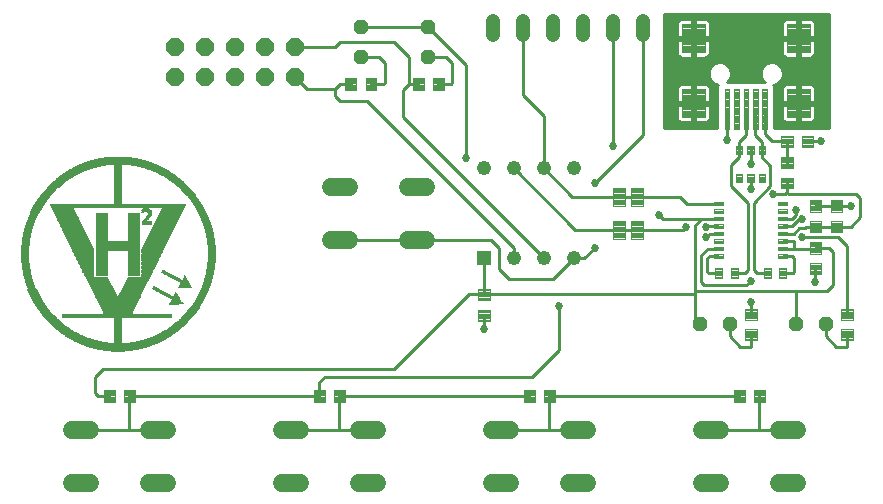
<source format=gtl>
G75*
%MOIN*%
%OFA0B0*%
%FSLAX24Y24*%
%IPPOS*%
%LPD*%
%AMOC8*
5,1,8,0,0,1.08239X$1,22.5*
%
%ADD10R,0.0248X0.0005*%
%ADD11R,0.0454X0.0005*%
%ADD12R,0.0589X0.0005*%
%ADD13R,0.0702X0.0005*%
%ADD14R,0.0799X0.0005*%
%ADD15R,0.0875X0.0005*%
%ADD16R,0.0950X0.0005*%
%ADD17R,0.1026X0.0005*%
%ADD18R,0.1091X0.0005*%
%ADD19R,0.1156X0.0005*%
%ADD20R,0.1210X0.0005*%
%ADD21R,0.1269X0.0005*%
%ADD22R,0.1318X0.0005*%
%ADD23R,0.1372X0.0005*%
%ADD24R,0.1420X0.0005*%
%ADD25R,0.1469X0.0005*%
%ADD26R,0.1512X0.0005*%
%ADD27R,0.1555X0.0005*%
%ADD28R,0.1598X0.0005*%
%ADD29R,0.1642X0.0005*%
%ADD30R,0.1685X0.0005*%
%ADD31R,0.1723X0.0005*%
%ADD32R,0.1760X0.0005*%
%ADD33R,0.1804X0.0005*%
%ADD34R,0.1836X0.0005*%
%ADD35R,0.1874X0.0005*%
%ADD36R,0.1912X0.0005*%
%ADD37R,0.1944X0.0005*%
%ADD38R,0.1976X0.0005*%
%ADD39R,0.2009X0.0005*%
%ADD40R,0.2041X0.0005*%
%ADD41R,0.2074X0.0005*%
%ADD42R,0.2106X0.0005*%
%ADD43R,0.2138X0.0005*%
%ADD44R,0.2171X0.0005*%
%ADD45R,0.2203X0.0005*%
%ADD46R,0.2236X0.0005*%
%ADD47R,0.2257X0.0005*%
%ADD48R,0.2290X0.0005*%
%ADD49R,0.2317X0.0005*%
%ADD50R,0.2344X0.0005*%
%ADD51R,0.2376X0.0005*%
%ADD52R,0.2398X0.0005*%
%ADD53R,0.2430X0.0005*%
%ADD54R,0.2452X0.0005*%
%ADD55R,0.2479X0.0005*%
%ADD56R,0.2506X0.0005*%
%ADD57R,0.2527X0.0005*%
%ADD58R,0.2560X0.0005*%
%ADD59R,0.1134X0.0005*%
%ADD60R,0.0243X0.0005*%
%ADD61R,0.1096X0.0005*%
%ADD62R,0.1069X0.0005*%
%ADD63R,0.0238X0.0005*%
%ADD64R,0.1031X0.0005*%
%ADD65R,0.1021X0.0005*%
%ADD66R,0.0238X0.0005*%
%ADD67R,0.0983X0.0005*%
%ADD68R,0.0988X0.0005*%
%ADD69R,0.0961X0.0005*%
%ADD70R,0.0918X0.0005*%
%ADD71R,0.0929X0.0005*%
%ADD72R,0.0891X0.0005*%
%ADD73R,0.0907X0.0005*%
%ADD74R,0.0869X0.0005*%
%ADD75R,0.0886X0.0005*%
%ADD76R,0.0848X0.0005*%
%ADD77R,0.0832X0.0005*%
%ADD78R,0.0853X0.0005*%
%ADD79R,0.0815X0.0005*%
%ADD80R,0.0837X0.0005*%
%ADD81R,0.0794X0.0005*%
%ADD82R,0.0821X0.0005*%
%ADD83R,0.0783X0.0005*%
%ADD84R,0.0805X0.0005*%
%ADD85R,0.0767X0.0005*%
%ADD86R,0.0756X0.0005*%
%ADD87R,0.0740X0.0005*%
%ADD88R,0.0772X0.0005*%
%ADD89R,0.0729X0.0005*%
%ADD90R,0.0718X0.0005*%
%ADD91R,0.0751X0.0005*%
%ADD92R,0.0707X0.0005*%
%ADD93R,0.0740X0.0005*%
%ADD94R,0.0702X0.0005*%
%ADD95R,0.0691X0.0005*%
%ADD96R,0.0680X0.0005*%
%ADD97R,0.0670X0.0005*%
%ADD98R,0.0702X0.0005*%
%ADD99R,0.0659X0.0005*%
%ADD100R,0.0653X0.0005*%
%ADD101R,0.0686X0.0005*%
%ADD102R,0.0648X0.0005*%
%ADD103R,0.0643X0.0005*%
%ADD104R,0.0670X0.0005*%
%ADD105R,0.0637X0.0005*%
%ADD106R,0.0664X0.0005*%
%ADD107R,0.0626X0.0005*%
%ADD108R,0.0621X0.0005*%
%ADD109R,0.0653X0.0005*%
%ADD110R,0.0616X0.0005*%
%ADD111R,0.0610X0.0005*%
%ADD112R,0.0637X0.0005*%
%ADD113R,0.0599X0.0005*%
%ADD114R,0.0632X0.0005*%
%ADD115R,0.0594X0.0005*%
%ADD116R,0.0621X0.0005*%
%ADD117R,0.0589X0.0005*%
%ADD118R,0.0616X0.0005*%
%ADD119R,0.0578X0.0005*%
%ADD120R,0.0572X0.0005*%
%ADD121R,0.0605X0.0005*%
%ADD122R,0.0567X0.0005*%
%ADD123R,0.0605X0.0005*%
%ADD124R,0.0562X0.0005*%
%ADD125R,0.0551X0.0005*%
%ADD126R,0.0578X0.0005*%
%ADD127R,0.0540X0.0005*%
%ADD128R,0.0540X0.0005*%
%ADD129R,0.0535X0.0005*%
%ADD130R,0.0529X0.0005*%
%ADD131R,0.0524X0.0005*%
%ADD132R,0.0556X0.0005*%
%ADD133R,0.0518X0.0005*%
%ADD134R,0.0518X0.0005*%
%ADD135R,0.0545X0.0005*%
%ADD136R,0.0508X0.0005*%
%ADD137R,0.0545X0.0005*%
%ADD138R,0.0508X0.0005*%
%ADD139R,0.0502X0.0005*%
%ADD140R,0.0497X0.0005*%
%ADD141R,0.0491X0.0005*%
%ADD142R,0.0529X0.0005*%
%ADD143R,0.0524X0.0005*%
%ADD144R,0.0486X0.0005*%
%ADD145R,0.0486X0.0005*%
%ADD146R,0.0481X0.0005*%
%ADD147R,0.0513X0.0005*%
%ADD148R,0.0481X0.0005*%
%ADD149R,0.0475X0.0005*%
%ADD150R,0.0470X0.0005*%
%ADD151R,0.0508X0.0005*%
%ADD152R,0.0464X0.0005*%
%ADD153R,0.0502X0.0005*%
%ADD154R,0.0464X0.0005*%
%ADD155R,0.0497X0.0005*%
%ADD156R,0.0459X0.0005*%
%ADD157R,0.0459X0.0005*%
%ADD158R,0.0448X0.0005*%
%ADD159R,0.0481X0.0005*%
%ADD160R,0.0443X0.0005*%
%ADD161R,0.0443X0.0005*%
%ADD162R,0.0437X0.0005*%
%ADD163R,0.0432X0.0005*%
%ADD164R,0.0432X0.0005*%
%ADD165R,0.0427X0.0005*%
%ADD166R,0.0427X0.0005*%
%ADD167R,0.0421X0.0005*%
%ADD168R,0.0416X0.0005*%
%ADD169R,0.0421X0.0005*%
%ADD170R,0.0448X0.0005*%
%ADD171R,0.0410X0.0005*%
%ADD172R,0.0410X0.0005*%
%ADD173R,0.0443X0.0005*%
%ADD174R,0.0405X0.0005*%
%ADD175R,0.0400X0.0005*%
%ADD176R,0.0437X0.0005*%
%ADD177R,0.0400X0.0005*%
%ADD178R,0.0394X0.0005*%
%ADD179R,0.0389X0.0005*%
%ADD180R,0.0389X0.0005*%
%ADD181R,0.0383X0.0005*%
%ADD182R,0.0383X0.0005*%
%ADD183R,0.0378X0.0005*%
%ADD184R,0.0416X0.0005*%
%ADD185R,0.0378X0.0005*%
%ADD186R,0.0373X0.0005*%
%ADD187R,0.0373X0.0005*%
%ADD188R,0.0367X0.0005*%
%ADD189R,0.0405X0.0005*%
%ADD190R,0.0367X0.0005*%
%ADD191R,0.0362X0.0005*%
%ADD192R,0.0362X0.0005*%
%ADD193R,0.0362X0.0005*%
%ADD194R,0.0356X0.0005*%
%ADD195R,0.0351X0.0005*%
%ADD196R,0.0351X0.0005*%
%ADD197R,0.0346X0.0005*%
%ADD198R,0.0383X0.0005*%
%ADD199R,0.0346X0.0005*%
%ADD200R,0.0340X0.0005*%
%ADD201R,0.0340X0.0005*%
%ADD202R,0.0335X0.0005*%
%ADD203R,0.3699X0.0005*%
%ADD204R,0.0335X0.0005*%
%ADD205R,0.0329X0.0005*%
%ADD206R,0.3699X0.0005*%
%ADD207R,0.0329X0.0005*%
%ADD208R,0.0324X0.0005*%
%ADD209R,0.0324X0.0005*%
%ADD210R,0.0324X0.0005*%
%ADD211R,0.0940X0.0005*%
%ADD212R,0.0319X0.0005*%
%ADD213R,0.0356X0.0005*%
%ADD214R,0.0356X0.0005*%
%ADD215R,0.0950X0.0005*%
%ADD216R,0.0319X0.0005*%
%ADD217R,0.0956X0.0005*%
%ADD218R,0.0961X0.0005*%
%ADD219R,0.0967X0.0005*%
%ADD220R,0.0313X0.0005*%
%ADD221R,0.0972X0.0005*%
%ADD222R,0.0977X0.0005*%
%ADD223R,0.0994X0.0005*%
%ADD224R,0.0999X0.0005*%
%ADD225R,0.0313X0.0005*%
%ADD226R,0.1004X0.0005*%
%ADD227R,0.1010X0.0005*%
%ADD228R,0.1015X0.0005*%
%ADD229R,0.1021X0.0005*%
%ADD230R,0.1031X0.0005*%
%ADD231R,0.0308X0.0005*%
%ADD232R,0.1037X0.0005*%
%ADD233R,0.0346X0.0005*%
%ADD234R,0.1042X0.0005*%
%ADD235R,0.1048X0.0005*%
%ADD236R,0.0346X0.0005*%
%ADD237R,0.1053X0.0005*%
%ADD238R,0.1058X0.0005*%
%ADD239R,0.1064X0.0005*%
%ADD240R,0.0308X0.0005*%
%ADD241R,0.1069X0.0005*%
%ADD242R,0.1075X0.0005*%
%ADD243R,0.1080X0.0005*%
%ADD244R,0.1085X0.0005*%
%ADD245R,0.0302X0.0005*%
%ADD246R,0.1091X0.0005*%
%ADD247R,0.0302X0.0005*%
%ADD248R,0.1102X0.0005*%
%ADD249R,0.1107X0.0005*%
%ADD250R,0.1112X0.0005*%
%ADD251R,0.1118X0.0005*%
%ADD252R,0.0297X0.0005*%
%ADD253R,0.1123X0.0005*%
%ADD254R,0.1129X0.0005*%
%ADD255R,0.0335X0.0005*%
%ADD256R,0.1134X0.0005*%
%ADD257R,0.0297X0.0005*%
%ADD258R,0.1139X0.0005*%
%ADD259R,0.0297X0.0005*%
%ADD260R,0.1145X0.0005*%
%ADD261R,0.1150X0.0005*%
%ADD262R,0.1156X0.0005*%
%ADD263R,0.1161X0.0005*%
%ADD264R,0.1166X0.0005*%
%ADD265R,0.1172X0.0005*%
%ADD266R,0.1177X0.0005*%
%ADD267R,0.0297X0.0005*%
%ADD268R,0.1183X0.0005*%
%ADD269R,0.0292X0.0005*%
%ADD270R,0.1188X0.0005*%
%ADD271R,0.1193X0.0005*%
%ADD272R,0.1199X0.0005*%
%ADD273R,0.1204X0.0005*%
%ADD274R,0.1215X0.0005*%
%ADD275R,0.1220X0.0005*%
%ADD276R,0.0292X0.0005*%
%ADD277R,0.1226X0.0005*%
%ADD278R,0.1231X0.0005*%
%ADD279R,0.1237X0.0005*%
%ADD280R,0.1242X0.0005*%
%ADD281R,0.1247X0.0005*%
%ADD282R,0.1253X0.0005*%
%ADD283R,0.0286X0.0005*%
%ADD284R,0.1258X0.0005*%
%ADD285R,0.0054X0.0005*%
%ADD286R,0.1264X0.0005*%
%ADD287R,0.1264X0.0005*%
%ADD288R,0.0443X0.0005*%
%ADD289R,0.0286X0.0005*%
%ADD290R,0.1274X0.0005*%
%ADD291R,0.1285X0.0005*%
%ADD292R,0.1296X0.0005*%
%ADD293R,0.0286X0.0005*%
%ADD294R,0.1307X0.0005*%
%ADD295R,0.1307X0.0005*%
%ADD296R,0.0394X0.0005*%
%ADD297R,0.0286X0.0005*%
%ADD298R,0.1318X0.0005*%
%ADD299R,0.1328X0.0005*%
%ADD300R,0.0281X0.0005*%
%ADD301R,0.1339X0.0005*%
%ADD302R,0.1350X0.0005*%
%ADD303R,0.0324X0.0005*%
%ADD304R,0.1350X0.0005*%
%ADD305R,0.0281X0.0005*%
%ADD306R,0.1361X0.0005*%
%ADD307R,0.1382X0.0005*%
%ADD308R,0.1393X0.0005*%
%ADD309R,0.1404X0.0005*%
%ADD310R,0.0275X0.0005*%
%ADD311R,0.1404X0.0005*%
%ADD312R,0.1415X0.0005*%
%ADD313R,0.0275X0.0005*%
%ADD314R,0.0275X0.0005*%
%ADD315R,0.0270X0.0005*%
%ADD316R,0.1426X0.0005*%
%ADD317R,0.1436X0.0005*%
%ADD318R,0.1447X0.0005*%
%ADD319R,0.1447X0.0005*%
%ADD320R,0.1458X0.0005*%
%ADD321R,0.1480X0.0005*%
%ADD322R,0.1490X0.0005*%
%ADD323R,0.1490X0.0005*%
%ADD324R,0.1501X0.0005*%
%ADD325R,0.0178X0.0005*%
%ADD326R,0.0173X0.0005*%
%ADD327R,0.1512X0.0005*%
%ADD328R,0.0167X0.0005*%
%ADD329R,0.0162X0.0005*%
%ADD330R,0.0157X0.0005*%
%ADD331R,0.0184X0.0005*%
%ADD332R,0.0146X0.0005*%
%ADD333R,0.0308X0.0005*%
%ADD334R,0.0756X0.0005*%
%ADD335R,0.0751X0.0005*%
%ADD336R,0.0184X0.0005*%
%ADD337R,0.0135X0.0005*%
%ADD338R,0.0270X0.0005*%
%ADD339R,0.0751X0.0005*%
%ADD340R,0.0135X0.0005*%
%ADD341R,0.0124X0.0005*%
%ADD342R,0.0119X0.0005*%
%ADD343R,0.0113X0.0005*%
%ADD344R,0.0108X0.0005*%
%ADD345R,0.0103X0.0005*%
%ADD346R,0.0097X0.0005*%
%ADD347R,0.0086X0.0005*%
%ADD348R,0.0189X0.0005*%
%ADD349R,0.0086X0.0005*%
%ADD350R,0.0189X0.0005*%
%ADD351R,0.0076X0.0005*%
%ADD352R,0.0070X0.0005*%
%ADD353R,0.0065X0.0005*%
%ADD354R,0.0059X0.0005*%
%ADD355R,0.0265X0.0005*%
%ADD356R,0.0049X0.0005*%
%ADD357R,0.0745X0.0005*%
%ADD358R,0.0189X0.0005*%
%ADD359R,0.0038X0.0005*%
%ADD360R,0.0265X0.0005*%
%ADD361R,0.0038X0.0005*%
%ADD362R,0.0745X0.0005*%
%ADD363R,0.0027X0.0005*%
%ADD364R,0.0194X0.0005*%
%ADD365R,0.0016X0.0005*%
%ADD366R,0.0011X0.0005*%
%ADD367R,0.0005X0.0005*%
%ADD368R,0.0751X0.0005*%
%ADD369R,0.0259X0.0005*%
%ADD370R,0.0194X0.0005*%
%ADD371R,0.0259X0.0005*%
%ADD372R,0.0200X0.0005*%
%ADD373R,0.0200X0.0005*%
%ADD374R,0.0151X0.0005*%
%ADD375R,0.0130X0.0005*%
%ADD376R,0.0097X0.0005*%
%ADD377R,0.0259X0.0005*%
%ADD378R,0.0032X0.0005*%
%ADD379R,0.0254X0.0005*%
%ADD380R,0.0259X0.0005*%
%ADD381R,0.0740X0.0005*%
%ADD382R,0.0254X0.0005*%
%ADD383R,0.0740X0.0005*%
%ADD384R,0.0248X0.0005*%
%ADD385R,0.0248X0.0005*%
%ADD386R,0.0162X0.0005*%
%ADD387R,0.0151X0.0005*%
%ADD388R,0.0248X0.0005*%
%ADD389R,0.0140X0.0005*%
%ADD390R,0.0103X0.0005*%
%ADD391R,0.0092X0.0005*%
%ADD392R,0.0081X0.0005*%
%ADD393R,0.0054X0.0005*%
%ADD394R,0.0043X0.0005*%
%ADD395R,0.0022X0.0005*%
%ADD396R,0.0308X0.0005*%
%ADD397R,0.0243X0.0005*%
%ADD398R,0.0373X0.0005*%
%ADD399R,0.0130X0.0005*%
%ADD400R,0.0394X0.0005*%
%ADD401R,0.0065X0.0005*%
%ADD402R,0.0394X0.0005*%
%ADD403R,0.0022X0.0005*%
%ADD404R,0.0238X0.0005*%
%ADD405R,0.0470X0.0005*%
%ADD406R,0.0470X0.0005*%
%ADD407R,0.0238X0.0005*%
%ADD408R,0.0491X0.0005*%
%ADD409R,0.0491X0.0005*%
%ADD410R,0.0513X0.0005*%
%ADD411R,0.0529X0.0005*%
%ADD412R,0.0535X0.0005*%
%ADD413R,0.0551X0.0005*%
%ADD414R,0.0556X0.0005*%
%ADD415R,0.0567X0.0005*%
%ADD416R,0.0578X0.0005*%
%ADD417R,0.0572X0.0005*%
%ADD418R,0.0583X0.0005*%
%ADD419R,0.0583X0.0005*%
%ADD420R,0.0594X0.0005*%
%ADD421R,0.0232X0.0005*%
%ADD422R,0.0594X0.0005*%
%ADD423R,0.0605X0.0005*%
%ADD424R,0.0232X0.0005*%
%ADD425R,0.0275X0.0005*%
%ADD426R,0.0616X0.0005*%
%ADD427R,0.0626X0.0005*%
%ADD428R,0.0626X0.0005*%
%ADD429R,0.0643X0.0005*%
%ADD430R,0.0648X0.0005*%
%ADD431R,0.0664X0.0005*%
%ADD432R,0.0664X0.0005*%
%ADD433R,0.0675X0.0005*%
%ADD434R,0.0686X0.0005*%
%ADD435R,0.0691X0.0005*%
%ADD436R,0.0697X0.0005*%
%ADD437R,0.0713X0.0005*%
%ADD438R,0.0707X0.0005*%
%ADD439R,0.0718X0.0005*%
%ADD440R,0.0724X0.0005*%
%ADD441R,0.0734X0.0005*%
%ADD442R,0.0729X0.0005*%
%ADD443R,0.0734X0.0005*%
%ADD444R,0.0140X0.0005*%
%ADD445R,0.0729X0.0005*%
%ADD446R,0.0124X0.0005*%
%ADD447R,0.0151X0.0005*%
%ADD448R,0.0761X0.0005*%
%ADD449R,0.4455X0.0005*%
%ADD450R,0.4466X0.0005*%
%ADD451R,0.4477X0.0005*%
%ADD452R,0.4477X0.0005*%
%ADD453R,0.4487X0.0005*%
%ADD454R,0.4498X0.0005*%
%ADD455R,0.4509X0.0005*%
%ADD456R,0.4520X0.0005*%
%ADD457R,0.4520X0.0005*%
%ADD458R,0.4531X0.0005*%
%ADD459R,0.4541X0.0005*%
%ADD460R,0.0410X0.0005*%
%ADD461R,0.0421X0.0005*%
%ADD462R,0.0383X0.0005*%
%ADD463R,0.0454X0.0005*%
%ADD464R,0.0475X0.0005*%
%ADD465R,0.0675X0.0005*%
%ADD466R,0.0772X0.0005*%
%ADD467R,0.0778X0.0005*%
%ADD468R,0.0810X0.0005*%
%ADD469R,0.0826X0.0005*%
%ADD470R,0.0853X0.0005*%
%ADD471R,0.0815X0.0005*%
%ADD472R,0.0918X0.0005*%
%ADD473R,0.0886X0.0005*%
%ADD474R,0.2398X0.0005*%
%ADD475R,0.2376X0.0005*%
%ADD476R,0.2138X0.0005*%
%ADD477R,0.2106X0.0005*%
%ADD478R,0.1874X0.0005*%
%ADD479R,0.1836X0.0005*%
%ADD480R,0.1728X0.0005*%
%ADD481R,0.1555X0.0005*%
%ADD482R,0.1512X0.0005*%
%ADD483R,0.1426X0.0005*%
%ADD484R,0.1026X0.0005*%
%ADD485R,0.0880X0.0005*%
%ADD486C,0.0480*%
%ADD487C,0.0600*%
%ADD488C,0.0039*%
%ADD489C,0.0040*%
%ADD490C,0.0041*%
%ADD491C,0.0040*%
%ADD492OC8,0.0480*%
%ADD493OC8,0.0600*%
%ADD494R,0.0480X0.0480*%
%ADD495C,0.0480*%
%ADD496C,0.0041*%
%ADD497C,0.0100*%
%ADD498C,0.0270*%
D10*
X003862Y009884D03*
X006875Y012314D03*
X006886Y012358D03*
X006919Y012493D03*
X006838Y014069D03*
D11*
X004861Y012687D03*
X004861Y012682D03*
X002825Y012698D03*
X002825Y012703D03*
X001999Y010646D03*
X002005Y010640D03*
X002021Y010630D03*
X003862Y009890D03*
X005590Y010538D03*
X005606Y010549D03*
X002129Y015700D03*
X002134Y015706D03*
X002118Y015695D03*
X003862Y016354D03*
X005477Y015787D03*
D12*
X005123Y015965D03*
X002542Y015932D03*
X002758Y012979D03*
X002758Y012973D03*
X004929Y012962D03*
X004929Y012957D03*
X005210Y010327D03*
X003865Y009895D03*
X002456Y010365D03*
X002445Y010370D03*
X002434Y010376D03*
D13*
X003862Y009901D03*
X004985Y013184D03*
X004985Y013189D03*
X002701Y013200D03*
X002701Y013205D03*
X003862Y016343D03*
D14*
X003862Y016337D03*
X003862Y009906D03*
D15*
X003862Y009911D03*
D16*
X003862Y009917D03*
X004715Y010165D03*
X003846Y011137D03*
X003862Y016327D03*
D17*
X003846Y011218D03*
X003862Y009922D03*
D18*
X003862Y009928D03*
D19*
X003862Y009933D03*
X003862Y016310D03*
D20*
X003862Y016305D03*
X003846Y011402D03*
X003862Y009938D03*
D21*
X003865Y009944D03*
X003865Y016300D03*
D22*
X003862Y016294D03*
X003862Y009949D03*
D23*
X003862Y009955D03*
X003846Y011564D03*
X003846Y011569D03*
X003862Y016289D03*
D24*
X003865Y009960D03*
D25*
X003862Y009965D03*
X003846Y011661D03*
X003846Y011666D03*
X003862Y016278D03*
D26*
X003862Y009971D03*
D27*
X003862Y009976D03*
D28*
X003862Y009982D03*
X003862Y016262D03*
D29*
X003862Y016256D03*
X003862Y009987D03*
D30*
X003862Y009992D03*
X003862Y016251D03*
D31*
X003865Y009998D03*
D32*
X003862Y010003D03*
X003862Y016240D03*
D33*
X003862Y016235D03*
X003862Y010009D03*
D34*
X003862Y010014D03*
D35*
X003865Y010019D03*
D36*
X003862Y010025D03*
X003862Y016219D03*
D37*
X003862Y016213D03*
X003862Y010030D03*
D38*
X003862Y010036D03*
X003862Y016208D03*
D39*
X003862Y016202D03*
X003862Y010041D03*
D40*
X003862Y010046D03*
X003862Y016197D03*
D41*
X003862Y016192D03*
X003862Y010052D03*
D42*
X003862Y010057D03*
D43*
X003862Y010063D03*
D44*
X003862Y010068D03*
X003862Y016175D03*
D45*
X003862Y016170D03*
X003862Y010073D03*
D46*
X003862Y010079D03*
X003862Y016165D03*
D47*
X003862Y016159D03*
X003862Y010084D03*
D48*
X003862Y010090D03*
X003862Y016154D03*
D49*
X003865Y016148D03*
X003865Y010095D03*
D50*
X003862Y010100D03*
X003862Y016143D03*
D51*
X003862Y010106D03*
D52*
X003862Y010111D03*
D53*
X003862Y010117D03*
X003862Y016127D03*
D54*
X003862Y016121D03*
X003862Y010122D03*
D55*
X003865Y010127D03*
D56*
X003862Y010133D03*
D57*
X003862Y010138D03*
D58*
X003862Y010144D03*
D59*
X003139Y010149D03*
D60*
X003838Y010149D03*
X006884Y012341D03*
X006889Y012363D03*
X006894Y012385D03*
X006905Y012428D03*
X006905Y012433D03*
X006911Y012455D03*
X006911Y012460D03*
X006916Y012471D03*
X006916Y012476D03*
X006916Y012482D03*
X006916Y012487D03*
X006921Y012498D03*
X006921Y012503D03*
X006921Y012509D03*
X006921Y012514D03*
X006927Y012520D03*
X006927Y012525D03*
X006927Y012530D03*
X006927Y012536D03*
X006932Y012547D03*
X006932Y012552D03*
X006932Y012557D03*
X006932Y012563D03*
X006932Y012568D03*
X006932Y012574D03*
X006938Y012579D03*
X006938Y012590D03*
X006938Y012595D03*
X006938Y012601D03*
X006943Y012611D03*
X006943Y012617D03*
X006943Y012622D03*
X006943Y012633D03*
X006948Y012649D03*
X006948Y012655D03*
X006948Y012660D03*
X006948Y012665D03*
X006954Y012687D03*
X006954Y012692D03*
X006954Y012698D03*
X006954Y012703D03*
X006959Y012725D03*
X006959Y012730D03*
X006959Y012736D03*
X006959Y012741D03*
X006965Y012773D03*
X006965Y012779D03*
X006965Y012784D03*
X006970Y012827D03*
X006970Y012833D03*
X006943Y013632D03*
X006932Y013691D03*
X006932Y013697D03*
X006927Y013724D03*
X006921Y013745D03*
X006921Y013751D03*
X006916Y013772D03*
X006916Y013778D03*
X006911Y013805D03*
X006905Y013821D03*
X006905Y013826D03*
X006905Y013832D03*
X006900Y013848D03*
X006900Y013853D03*
X006894Y013864D03*
X006894Y013870D03*
X006894Y013875D03*
X006889Y013886D03*
X006889Y013897D03*
X006884Y013907D03*
X006884Y013913D03*
X006884Y013918D03*
X006878Y013929D03*
X006878Y013940D03*
X006873Y013945D03*
X006873Y013951D03*
X006873Y013956D03*
X006873Y013961D03*
X006867Y013967D03*
X006867Y013972D03*
X006862Y013988D03*
X006862Y013994D03*
X006862Y013999D03*
X006857Y014005D03*
X006857Y014010D03*
X006857Y014015D03*
X006851Y014032D03*
X006846Y014042D03*
X006846Y014048D03*
X006840Y014059D03*
X006840Y014064D03*
X006835Y014080D03*
X006830Y014096D03*
X006819Y014129D03*
X006813Y014145D03*
D61*
X003849Y011288D03*
X004605Y010149D03*
D62*
X003095Y010154D03*
D63*
X003841Y010154D03*
X003841Y010198D03*
X003841Y010246D03*
X003841Y010289D03*
X003841Y010333D03*
X003841Y010381D03*
X003841Y010424D03*
X003841Y010468D03*
X003841Y010516D03*
X003841Y010559D03*
X003841Y010603D03*
X003841Y010651D03*
X003841Y010694D03*
X003841Y010738D03*
X003841Y010786D03*
X003841Y010829D03*
X003841Y010873D03*
X003841Y010921D03*
X003841Y010964D03*
X003841Y011008D03*
X006951Y012676D03*
X006951Y013573D03*
X006946Y013621D03*
D64*
X004648Y010154D03*
D65*
X003060Y010160D03*
D66*
X003841Y010160D03*
X003841Y010165D03*
X003841Y010171D03*
X003841Y010176D03*
X003841Y010181D03*
X003841Y010187D03*
X003841Y010192D03*
X003841Y010203D03*
X003841Y010208D03*
X003841Y010214D03*
X003841Y010219D03*
X003841Y010225D03*
X003841Y010230D03*
X003841Y010235D03*
X003841Y010241D03*
X003841Y010252D03*
X003841Y010257D03*
X003841Y010262D03*
X003841Y010268D03*
X003841Y010273D03*
X003841Y010279D03*
X003841Y010284D03*
X003841Y010295D03*
X003841Y010300D03*
X003841Y010306D03*
X003841Y010311D03*
X003841Y010316D03*
X003841Y010322D03*
X003841Y010327D03*
X003841Y010338D03*
X003841Y010343D03*
X003841Y010349D03*
X003841Y010354D03*
X003841Y010360D03*
X003841Y010365D03*
X003841Y010370D03*
X003841Y010376D03*
X003841Y010387D03*
X003841Y010392D03*
X003841Y010397D03*
X003841Y010403D03*
X003841Y010408D03*
X003841Y010414D03*
X003841Y010419D03*
X003841Y010430D03*
X003841Y010435D03*
X003841Y010441D03*
X003841Y010446D03*
X003841Y010451D03*
X003841Y010457D03*
X003841Y010462D03*
X003841Y010473D03*
X003841Y010478D03*
X003841Y010484D03*
X003841Y010489D03*
X003841Y010495D03*
X003841Y010500D03*
X003841Y010505D03*
X003841Y010511D03*
X003841Y010522D03*
X003841Y010527D03*
X003841Y010532D03*
X003841Y010538D03*
X003841Y010543D03*
X003841Y010549D03*
X003841Y010554D03*
X003841Y010565D03*
X003841Y010570D03*
X003841Y010576D03*
X003841Y010581D03*
X003841Y010586D03*
X003841Y010592D03*
X003841Y010597D03*
X003841Y010608D03*
X003841Y010613D03*
X003841Y010619D03*
X003841Y010624D03*
X003841Y010630D03*
X003841Y010635D03*
X003841Y010640D03*
X003841Y010646D03*
X003841Y010657D03*
X003841Y010662D03*
X003841Y010667D03*
X003841Y010673D03*
X003841Y010678D03*
X003841Y010684D03*
X003841Y010689D03*
X003841Y010700D03*
X003841Y010705D03*
X003841Y010711D03*
X003841Y010716D03*
X003841Y010721D03*
X003841Y010727D03*
X003841Y010732D03*
X003841Y010743D03*
X003841Y010748D03*
X003841Y010754D03*
X003841Y010759D03*
X003841Y010765D03*
X003841Y010770D03*
X003841Y010775D03*
X003841Y010781D03*
X003841Y010792D03*
X003841Y010797D03*
X003841Y010802D03*
X003841Y010808D03*
X003841Y010813D03*
X003841Y010819D03*
X003841Y010824D03*
X003841Y010835D03*
X003841Y010840D03*
X003841Y010846D03*
X003841Y010851D03*
X003841Y010856D03*
X003841Y010862D03*
X003841Y010867D03*
X003841Y010878D03*
X003841Y010883D03*
X003841Y010889D03*
X003841Y010894D03*
X003841Y010900D03*
X003841Y010905D03*
X003841Y010910D03*
X003841Y010916D03*
X003841Y010927D03*
X003841Y010932D03*
X003841Y010937D03*
X003841Y010943D03*
X003841Y010948D03*
X003841Y010954D03*
X003841Y010959D03*
X003841Y010970D03*
X003841Y010975D03*
X003841Y010981D03*
X003841Y010986D03*
X003841Y010991D03*
X003841Y010997D03*
X003841Y011002D03*
X003841Y011013D03*
X003841Y011018D03*
X006946Y012638D03*
X006946Y012644D03*
X006951Y012671D03*
X006951Y012682D03*
X006951Y013562D03*
X006951Y013567D03*
X006951Y013578D03*
X006951Y013583D03*
X006951Y013589D03*
X006951Y013594D03*
X006946Y013600D03*
X006946Y013605D03*
X006946Y013610D03*
X006946Y013616D03*
X006946Y013627D03*
X006908Y013810D03*
X006908Y013816D03*
X006903Y013837D03*
X006897Y013859D03*
D67*
X003846Y011175D03*
X004683Y010160D03*
D68*
X003028Y010165D03*
X003849Y011180D03*
X003093Y016105D03*
D69*
X003004Y010171D03*
D70*
X004743Y010171D03*
X004683Y016100D03*
D71*
X003846Y011121D03*
X003846Y011116D03*
X002977Y010176D03*
D72*
X004767Y010176D03*
X003006Y016089D03*
D73*
X002955Y010181D03*
D74*
X002909Y010192D03*
X004788Y010181D03*
X002979Y016084D03*
D75*
X002934Y010187D03*
D76*
X004810Y010187D03*
D77*
X004834Y010192D03*
X004759Y016084D03*
D78*
X002890Y010198D03*
D79*
X004853Y010198D03*
D80*
X002871Y010203D03*
D81*
X002817Y010219D03*
X004875Y010203D03*
X004805Y016073D03*
X002898Y016062D03*
D82*
X002853Y010208D03*
D83*
X002801Y010225D03*
X004891Y010208D03*
D84*
X002834Y010214D03*
D85*
X004910Y010214D03*
D86*
X004926Y010219D03*
X002766Y010235D03*
X003468Y011710D03*
X003463Y011720D03*
X003452Y011742D03*
X003446Y011753D03*
X003441Y011764D03*
X003430Y011785D03*
X002647Y013362D03*
X002642Y013373D03*
X002636Y013384D03*
X002626Y013405D03*
X002501Y013659D03*
X002496Y013670D03*
X002491Y013681D03*
X002485Y013691D03*
X002480Y013702D03*
X002474Y013713D03*
X002469Y013724D03*
X002464Y013735D03*
X002458Y013745D03*
X002448Y013767D03*
X002442Y013778D03*
X002437Y013789D03*
X002426Y013810D03*
X002420Y013821D03*
X002415Y013832D03*
X002404Y013853D03*
X002399Y013864D03*
X002393Y013875D03*
X002388Y013886D03*
X002383Y013897D03*
X002377Y013907D03*
X002372Y013918D03*
X002366Y013929D03*
X002361Y013940D03*
X002356Y013951D03*
X002356Y013956D03*
X002350Y013961D03*
X002350Y013967D03*
X002339Y013988D03*
X002334Y013999D03*
X002329Y014010D03*
X002323Y014021D03*
X002318Y014032D03*
X002313Y014042D03*
X002307Y014053D03*
X002302Y014064D03*
X002296Y014075D03*
X002291Y014086D03*
X002285Y014096D03*
X002280Y014107D03*
X002275Y014118D03*
X002269Y014129D03*
X002264Y014140D03*
X002258Y014150D03*
X002248Y014172D03*
X002242Y014183D03*
X002237Y014194D03*
X002226Y014215D03*
X002221Y014226D03*
X002215Y014237D03*
X002210Y014253D03*
X002204Y014258D03*
X002204Y014264D03*
X002199Y014269D03*
X002199Y014275D03*
X002194Y014280D03*
X002194Y014285D03*
X002188Y014291D03*
X002183Y014302D03*
X002183Y014307D03*
X002178Y014312D03*
X002178Y014318D03*
X002172Y014323D03*
X002172Y014329D03*
X002167Y014334D03*
X002161Y014345D03*
X002161Y014350D03*
X002156Y014356D03*
X002156Y014361D03*
X002150Y014366D03*
X002150Y014372D03*
X002145Y014377D03*
X002140Y014388D03*
X002140Y014393D03*
X002134Y014399D03*
X002134Y014404D03*
X002129Y014410D03*
X002129Y014415D03*
X002123Y014420D03*
X002123Y014426D03*
X002118Y014437D03*
X002113Y014442D03*
X002113Y014447D03*
X002107Y014453D03*
X002107Y014458D03*
X002102Y014464D03*
X002102Y014469D03*
X002096Y014480D03*
X002091Y014485D03*
X002091Y014491D03*
X002086Y014496D03*
X002086Y014501D03*
X002080Y014507D03*
X002080Y014512D03*
X002075Y014523D03*
X002069Y014528D03*
X002069Y014534D03*
X002064Y014545D03*
X002064Y014550D03*
X002059Y014555D03*
X002059Y014561D03*
X002053Y014572D03*
X002048Y014577D03*
X002048Y014582D03*
X002043Y014588D03*
X002043Y014593D03*
X002037Y014599D03*
X002037Y014604D03*
X002032Y014615D03*
X002026Y014620D03*
X002026Y014626D03*
X002021Y014631D03*
X002021Y014636D03*
X002015Y014642D03*
X002015Y014647D03*
X002010Y014658D03*
X002005Y014663D03*
X002005Y014669D03*
X002842Y016046D03*
X004845Y016062D03*
D87*
X004864Y016057D03*
X002823Y016040D03*
X005399Y014059D03*
X005399Y014053D03*
X005393Y014048D03*
X005393Y014042D03*
X005388Y014037D03*
X005388Y014032D03*
X005404Y014064D03*
X005355Y013972D03*
X005355Y013967D03*
X005350Y013961D03*
X005350Y013956D03*
X005345Y013951D03*
X005345Y013945D03*
X005312Y013886D03*
X005312Y013880D03*
X005307Y013875D03*
X005307Y013870D03*
X005301Y013864D03*
X005301Y013859D03*
X005296Y013853D03*
X005296Y013848D03*
X005264Y013789D03*
X005258Y013778D03*
X005253Y013767D03*
X005220Y013702D03*
X005215Y013691D03*
X005210Y013681D03*
X005177Y013616D03*
X005172Y013605D03*
X005166Y013594D03*
X004545Y012341D03*
X004545Y012336D03*
X004540Y012331D03*
X004540Y012325D03*
X004535Y012320D03*
X004502Y012255D03*
X004502Y012250D03*
X004497Y012244D03*
X004497Y012239D03*
X004491Y012233D03*
X004491Y012228D03*
X004486Y012217D03*
X004459Y012169D03*
X004454Y012158D03*
X004448Y012147D03*
X003152Y012331D03*
X003152Y012336D03*
X003147Y012341D03*
X003147Y012347D03*
X004945Y010225D03*
D88*
X002785Y010230D03*
X004826Y016067D03*
D89*
X002807Y016035D03*
X005674Y014604D03*
X005679Y014615D03*
X005685Y014620D03*
X005685Y014626D03*
X005690Y014631D03*
X005690Y014636D03*
X005696Y014642D03*
X005696Y014647D03*
X005701Y014658D03*
X005658Y014572D03*
X005652Y014561D03*
X005647Y014550D03*
X005642Y014539D03*
X005636Y014528D03*
X005625Y014507D03*
X005615Y014485D03*
X005604Y014464D03*
X005598Y014453D03*
X005593Y014442D03*
X005582Y014420D03*
X005566Y014388D03*
X005561Y014377D03*
X005555Y014366D03*
X005550Y014356D03*
X004999Y013243D03*
X004999Y013238D03*
X002688Y013254D03*
X002720Y010252D03*
X004961Y010230D03*
D90*
X004977Y010235D03*
X002709Y010257D03*
X002693Y013232D03*
X002693Y013238D03*
X004994Y013222D03*
X004902Y016046D03*
X002790Y016030D03*
D91*
X002067Y014539D03*
X002213Y014242D03*
X002234Y014199D03*
X002240Y014188D03*
X002245Y014177D03*
X002250Y014167D03*
X002256Y014156D03*
X002283Y014102D03*
X002288Y014091D03*
X002294Y014080D03*
X002304Y014059D03*
X002326Y014015D03*
X002331Y014005D03*
X002337Y013994D03*
X002342Y013983D03*
X002348Y013972D03*
X002369Y013924D03*
X002375Y013913D03*
X002380Y013902D03*
X002391Y013880D03*
X002412Y013837D03*
X002418Y013826D03*
X002423Y013816D03*
X002429Y013805D03*
X002434Y013794D03*
X002439Y013783D03*
X002456Y013751D03*
X002461Y013740D03*
X002466Y013729D03*
X002472Y013718D03*
X002483Y013697D03*
X002504Y013654D03*
X002504Y013648D03*
X002510Y013643D03*
X002510Y013637D03*
X002515Y013632D03*
X002515Y013627D03*
X002520Y013616D03*
X002526Y013610D03*
X002526Y013605D03*
X002547Y013567D03*
X002547Y013562D03*
X002553Y013556D03*
X002553Y013551D03*
X002558Y013546D03*
X002558Y013540D03*
X002564Y013535D03*
X002569Y013524D03*
X002569Y013519D03*
X002574Y013513D03*
X002574Y013508D03*
X002591Y013481D03*
X002591Y013475D03*
X002596Y013470D03*
X002596Y013465D03*
X002601Y013459D03*
X002601Y013454D03*
X002607Y013448D03*
X002607Y013443D03*
X002612Y013432D03*
X002618Y013427D03*
X002618Y013421D03*
X002639Y013378D03*
X002645Y013367D03*
X002650Y013357D03*
X002655Y013346D03*
X002655Y013340D03*
X002661Y013335D03*
X002661Y013330D03*
X003266Y012109D03*
X003271Y012098D03*
X003282Y012077D03*
X003287Y012066D03*
X003293Y012055D03*
X003314Y012012D03*
X003325Y011990D03*
X003330Y011980D03*
X003336Y011969D03*
X003357Y011931D03*
X003357Y011926D03*
X003363Y011920D03*
X003363Y011915D03*
X003368Y011904D03*
X003374Y011899D03*
X003374Y011893D03*
X003379Y011888D03*
X003379Y011882D03*
X003384Y011877D03*
X003384Y011872D03*
X003401Y011845D03*
X003401Y011839D03*
X003406Y011834D03*
X003406Y011828D03*
X003411Y011823D03*
X003417Y011812D03*
X003417Y011807D03*
X003422Y011801D03*
X003422Y011796D03*
X003428Y011791D03*
X003449Y011747D03*
X003455Y011737D03*
X003460Y011726D03*
X003465Y011715D03*
X004227Y011710D03*
X004232Y011715D03*
X004232Y011720D03*
X004238Y011726D03*
X004259Y011769D03*
X004265Y011780D03*
X004265Y011785D03*
X004270Y011791D03*
X004270Y011796D03*
X004275Y011801D03*
X004275Y011807D03*
X004281Y011812D03*
X004302Y011855D03*
X004313Y011877D03*
X004319Y011888D03*
X004324Y011899D03*
X004346Y011942D03*
X004356Y011963D03*
X004362Y011974D03*
X004367Y011985D03*
X004373Y011996D03*
X005021Y013308D03*
X005026Y013313D03*
X005026Y013319D03*
X005031Y013324D03*
X005031Y013330D03*
X005037Y013335D03*
X005042Y013346D03*
X005048Y013357D03*
X005069Y013400D03*
X005075Y013411D03*
X005080Y013421D03*
X005085Y013432D03*
X005091Y013443D03*
X002753Y010241D03*
D92*
X002693Y010262D03*
X004994Y010241D03*
X004988Y013195D03*
X004988Y013200D03*
X002699Y013211D03*
X002774Y016024D03*
X004918Y016040D03*
D93*
X005404Y014069D03*
X005269Y013799D03*
X004535Y012314D03*
X004486Y012223D03*
X004443Y012136D03*
X002736Y010246D03*
D94*
X005007Y010246D03*
D95*
X005023Y010252D03*
X002663Y010273D03*
X002707Y013178D03*
X002707Y013184D03*
X004980Y013162D03*
X002744Y016013D03*
D96*
X002728Y016008D03*
X002712Y013162D03*
X002712Y013157D03*
X004975Y013146D03*
X004975Y013141D03*
X005039Y010257D03*
X002636Y010284D03*
D97*
X005050Y010262D03*
X004969Y013119D03*
X002718Y013135D03*
X002718Y013141D03*
D98*
X002680Y010268D03*
X002761Y016019D03*
D99*
X002685Y015992D03*
X002723Y013119D03*
X002723Y013114D03*
X004964Y013103D03*
X004964Y013097D03*
X005066Y010268D03*
X002599Y010300D03*
D100*
X005080Y010273D03*
X004999Y016013D03*
D101*
X004950Y016030D03*
X004977Y013157D03*
X004977Y013151D03*
X002709Y013173D03*
X002650Y010279D03*
D102*
X002572Y010311D03*
X005094Y010279D03*
X004959Y013076D03*
X002728Y013092D03*
X002728Y013097D03*
X002674Y015986D03*
X005013Y016008D03*
D103*
X002661Y015981D03*
X002731Y013087D03*
X004956Y013070D03*
X004956Y013065D03*
X005107Y010284D03*
D104*
X002626Y010289D03*
X004969Y013124D03*
D105*
X005120Y010289D03*
X005029Y016003D03*
D106*
X004983Y016019D03*
X002699Y015997D03*
X002612Y010295D03*
D107*
X005131Y010295D03*
X004948Y013038D03*
X002631Y015970D03*
D108*
X002618Y015965D03*
X005058Y015992D03*
X004945Y013027D03*
X004945Y013022D03*
X002742Y013038D03*
X002742Y013043D03*
X005145Y010300D03*
D109*
X002585Y010306D03*
X002726Y013103D03*
X002726Y013108D03*
X004961Y013092D03*
X004961Y013087D03*
D110*
X005158Y010306D03*
X002593Y015954D03*
D111*
X005069Y015986D03*
X004940Y013006D03*
X004940Y013000D03*
X002747Y013016D03*
X002747Y013022D03*
X002499Y010343D03*
X005172Y010311D03*
D112*
X002561Y010316D03*
X004953Y013054D03*
X004953Y013060D03*
X002734Y013070D03*
X002734Y013076D03*
X002647Y015976D03*
D113*
X002569Y015943D03*
X005096Y015976D03*
X004934Y012984D03*
X004934Y012979D03*
X002753Y012995D03*
X002753Y013000D03*
X002466Y010360D03*
X005183Y010316D03*
D114*
X002547Y010322D03*
X002537Y010327D03*
X004950Y013043D03*
X004950Y013049D03*
X002736Y013060D03*
X002736Y013065D03*
X005042Y015997D03*
D115*
X005196Y010322D03*
D116*
X002526Y010333D03*
X002607Y015959D03*
D117*
X005220Y010333D03*
D118*
X002512Y010338D03*
X002744Y013027D03*
X004942Y013016D03*
X004942Y013011D03*
D119*
X005231Y010338D03*
X002412Y010387D03*
X002520Y015922D03*
D120*
X002766Y012941D03*
X004921Y012930D03*
X004921Y012925D03*
X005245Y010343D03*
X002404Y010392D03*
D121*
X002491Y010349D03*
X002583Y015949D03*
D122*
X005161Y015949D03*
X005253Y010349D03*
X002391Y010397D03*
D123*
X002480Y010354D03*
X002750Y013006D03*
X002750Y013011D03*
X004937Y012995D03*
X005083Y015981D03*
D124*
X005174Y015943D03*
X002474Y015900D03*
X002464Y015895D03*
X002771Y012925D03*
X002771Y012919D03*
X004915Y012908D03*
X004915Y012903D03*
X002383Y010403D03*
X002372Y010408D03*
X005266Y010354D03*
X005277Y010360D03*
D125*
X005288Y010365D03*
X005299Y010370D03*
X005309Y010376D03*
X004910Y012881D03*
X004910Y012887D03*
X002777Y012903D03*
X002442Y015884D03*
X002453Y015889D03*
D126*
X002423Y010381D03*
D127*
X005320Y010381D03*
X005234Y015916D03*
X002410Y015868D03*
D128*
X002420Y015873D03*
X005223Y015922D03*
X004905Y012865D03*
X004905Y012860D03*
X002782Y012876D03*
X002782Y012881D03*
X002313Y010441D03*
X002323Y010435D03*
X005331Y010387D03*
D129*
X005339Y010392D03*
X002304Y010446D03*
X002294Y010451D03*
X002785Y012865D03*
X002785Y012871D03*
X004902Y012849D03*
X005247Y015911D03*
X002402Y015862D03*
X002391Y015857D03*
D130*
X005255Y015905D03*
X004899Y012844D03*
X004899Y012838D03*
X002788Y012860D03*
X002285Y010457D03*
X005353Y010397D03*
D131*
X005361Y010403D03*
X005372Y010408D03*
X002256Y010473D03*
X004896Y012827D03*
X004896Y012833D03*
X002790Y012838D03*
X002790Y012844D03*
X002790Y012849D03*
X002369Y015846D03*
X002380Y015851D03*
X005269Y015900D03*
X005280Y015895D03*
D132*
X005199Y015932D03*
X005188Y015938D03*
X004913Y012892D03*
X002774Y012908D03*
X002774Y012914D03*
X002353Y010419D03*
X002364Y010414D03*
D133*
X005380Y010414D03*
X002361Y015841D03*
X002350Y015835D03*
D134*
X002793Y012833D03*
X002793Y012827D03*
X004894Y012822D03*
X004894Y012817D03*
X005390Y010419D03*
X002248Y010478D03*
D135*
X002342Y010424D03*
D136*
X005401Y010424D03*
X002798Y012811D03*
D137*
X002780Y012887D03*
X002780Y012892D03*
X004907Y012876D03*
X004907Y012871D03*
X002331Y010430D03*
X002434Y015878D03*
X005210Y015927D03*
D138*
X002313Y015814D03*
X002221Y010495D03*
X005412Y010430D03*
D139*
X005420Y010435D03*
X005431Y010441D03*
X002196Y010511D03*
X002801Y012795D03*
X002801Y012800D03*
X004886Y012790D03*
X004886Y012784D03*
X004886Y012779D03*
X005323Y015873D03*
X002299Y015808D03*
D140*
X002291Y015803D03*
X002275Y015792D03*
X005342Y015862D03*
X005353Y015857D03*
X004883Y012773D03*
X004883Y012768D03*
X002804Y012784D03*
X002804Y012790D03*
X002161Y010532D03*
X005439Y010446D03*
X005450Y010451D03*
D141*
X005458Y010457D03*
X005469Y010462D03*
X002169Y010527D03*
X002153Y010538D03*
X002137Y010549D03*
X004880Y012757D03*
X005361Y015851D03*
X002283Y015797D03*
D142*
X002275Y010462D03*
D143*
X002267Y010468D03*
D144*
X005477Y010468D03*
X002809Y012763D03*
D145*
X002809Y012768D03*
X004878Y012752D03*
X004878Y012746D03*
X005488Y010473D03*
X002145Y010543D03*
X002129Y010554D03*
X002237Y015770D03*
X002248Y015776D03*
X005374Y015846D03*
D146*
X005382Y015841D03*
X005393Y015835D03*
X005496Y010478D03*
X002110Y010565D03*
X002105Y010570D03*
D147*
X002213Y010500D03*
X002229Y010489D03*
X002240Y010484D03*
X002796Y012817D03*
X002796Y012822D03*
X004891Y012806D03*
X005301Y015884D03*
X005291Y015889D03*
X002342Y015830D03*
D148*
X002229Y015765D03*
X002812Y012757D03*
X002812Y012752D03*
X004875Y012741D03*
X004875Y012736D03*
X005507Y010484D03*
D149*
X005515Y010489D03*
X005531Y010500D03*
X002096Y010576D03*
X002091Y010581D03*
X002080Y010586D03*
X002815Y012741D03*
X002815Y012746D03*
X004872Y012730D03*
X004872Y012725D03*
X005423Y015819D03*
X005401Y015830D03*
X002221Y015760D03*
X002210Y015754D03*
X002204Y015749D03*
X002194Y015743D03*
D150*
X005431Y015814D03*
X005442Y015808D03*
X005539Y010505D03*
X005523Y010495D03*
X002072Y010592D03*
X002067Y010597D03*
D151*
X002204Y010505D03*
X002798Y012806D03*
X004888Y012800D03*
X004888Y012795D03*
X005309Y015878D03*
X002323Y015819D03*
D152*
X002167Y015727D03*
X002161Y015722D03*
X005450Y015803D03*
X004867Y012709D03*
X004867Y012703D03*
X002820Y012725D03*
X002043Y010613D03*
X002053Y010608D03*
X005547Y010511D03*
D153*
X002186Y010516D03*
X005334Y015868D03*
D154*
X002178Y015733D03*
X002820Y012719D03*
X002059Y010603D03*
X005558Y010516D03*
D155*
X002178Y010522D03*
D156*
X002034Y010619D03*
X002029Y010624D03*
X002013Y010635D03*
X002823Y012709D03*
X002823Y012714D03*
X004864Y012698D03*
X004864Y012692D03*
X005582Y010532D03*
X005566Y010522D03*
X002142Y015711D03*
X005458Y015797D03*
X005469Y015792D03*
D157*
X002153Y015716D03*
X005571Y010527D03*
D158*
X005598Y010543D03*
X005615Y010554D03*
X001986Y010657D03*
X001970Y010667D03*
X002828Y012687D03*
X002828Y012692D03*
X004859Y012671D03*
X002105Y015684D03*
X002094Y015679D03*
X002088Y015673D03*
X005496Y015776D03*
X005507Y015770D03*
D159*
X002121Y010559D03*
D160*
X005623Y010559D03*
X002831Y012676D03*
D161*
X001951Y010684D03*
X001956Y010678D03*
X001961Y010673D03*
X005628Y010565D03*
X005639Y010570D03*
X002080Y015668D03*
X005515Y015765D03*
X005525Y015760D03*
D162*
X005539Y015749D03*
X005550Y015743D03*
X002072Y015662D03*
X002056Y015652D03*
X002034Y015635D03*
X002834Y012671D03*
X002834Y012665D03*
X004853Y012655D03*
X004853Y012649D03*
X006101Y012017D03*
X005804Y011467D03*
X005663Y010586D03*
X005652Y010581D03*
X005647Y010576D03*
X001943Y010689D03*
X001921Y010705D03*
X001916Y010711D03*
D163*
X001929Y010700D03*
X002836Y012655D03*
X002836Y012660D03*
X004850Y012644D03*
X004850Y012638D03*
X005806Y011472D03*
X005671Y010592D03*
X002021Y015625D03*
X002026Y015630D03*
X005574Y015727D03*
D164*
X005558Y015738D03*
X002043Y015641D03*
X006098Y012023D03*
X006093Y012012D03*
X005693Y010608D03*
X005677Y010597D03*
X001908Y010716D03*
X001902Y010721D03*
D165*
X001883Y010738D03*
X004848Y012628D03*
X005685Y010603D03*
X005566Y015733D03*
D166*
X005582Y015722D03*
X002013Y015619D03*
X002007Y015614D03*
X001997Y015608D03*
X001991Y015603D03*
X002839Y012649D03*
X002839Y012644D03*
X004848Y012633D03*
X006101Y012028D03*
X005701Y010613D03*
X001894Y010727D03*
X001889Y010732D03*
D167*
X001875Y010743D03*
X001853Y010759D03*
X001848Y010765D03*
X001843Y010770D03*
X001837Y010775D03*
X002842Y012633D03*
X002842Y012638D03*
X004845Y012622D03*
X004845Y012617D03*
X005806Y011477D03*
X005714Y010624D03*
X005709Y010619D03*
X005606Y015706D03*
X001978Y015592D03*
X001961Y015581D03*
D168*
X001970Y015587D03*
X001948Y015571D03*
X001943Y015565D03*
X005615Y015700D03*
X005625Y015695D03*
X002844Y012622D03*
X004842Y012611D03*
X004842Y012606D03*
X006101Y012039D03*
X005804Y011483D03*
X005744Y010646D03*
X005739Y010640D03*
X005723Y010630D03*
X001829Y010781D03*
X001818Y010792D03*
X001813Y010797D03*
D169*
X001864Y010754D03*
X001870Y010748D03*
X005731Y010635D03*
X006098Y012034D03*
X005601Y015711D03*
X005590Y015716D03*
X001956Y015576D03*
D170*
X004859Y012676D03*
X001991Y010651D03*
D171*
X005752Y010651D03*
X006098Y012044D03*
X001929Y015554D03*
D172*
X001924Y015549D03*
X001913Y015544D03*
X001934Y015560D03*
X005639Y015684D03*
X005650Y015679D03*
X005655Y015673D03*
X002847Y012617D03*
X002847Y012611D03*
X004840Y012601D03*
X004840Y012595D03*
X005806Y011488D03*
X005774Y010667D03*
X005768Y010662D03*
X005758Y010657D03*
X001805Y010802D03*
X001799Y010808D03*
X001794Y010813D03*
X001789Y010819D03*
D173*
X001978Y010662D03*
X002831Y012682D03*
X004856Y012665D03*
X004856Y012660D03*
X002064Y015657D03*
X005531Y015754D03*
D174*
X005663Y015668D03*
X005669Y015662D03*
X005679Y015657D03*
X001899Y015533D03*
X001894Y015527D03*
X001889Y015522D03*
X002850Y012606D03*
X002850Y012601D03*
X004837Y012590D03*
X005804Y011494D03*
X005793Y010684D03*
X005787Y010678D03*
X005782Y010673D03*
X001781Y010824D03*
X001770Y010835D03*
X001764Y010840D03*
X001759Y010846D03*
D175*
X001751Y010851D03*
X001745Y010856D03*
X001740Y010862D03*
X001735Y010867D03*
X001724Y010878D03*
X002853Y012590D03*
X002853Y012595D03*
X004834Y012579D03*
X004834Y012574D03*
X006098Y012050D03*
X005806Y011499D03*
X005828Y010711D03*
X005823Y010705D03*
X005817Y010700D03*
X005801Y010689D03*
X001843Y015484D03*
X001870Y015506D03*
X001880Y015517D03*
X005688Y015652D03*
X005709Y015635D03*
D176*
X002051Y015646D03*
X001937Y010694D03*
D177*
X001729Y010873D03*
X005806Y010694D03*
X005693Y015646D03*
X001875Y015511D03*
D178*
X001856Y015495D03*
X001851Y015490D03*
X001835Y015479D03*
X001829Y015473D03*
X001824Y015468D03*
X005701Y015641D03*
X005717Y015630D03*
X005723Y015625D03*
X006101Y012055D03*
X005847Y010727D03*
X005841Y010721D03*
X005836Y010716D03*
X001716Y010883D03*
X001710Y010889D03*
X001705Y010894D03*
X001700Y010900D03*
X001694Y010905D03*
D179*
X001691Y010910D03*
X001686Y010916D03*
X002858Y012568D03*
X002858Y012574D03*
X004829Y012557D03*
X004829Y012552D03*
X006098Y012061D03*
X005887Y010759D03*
X005866Y010743D03*
X005855Y010732D03*
X001794Y015441D03*
X001799Y015446D03*
X001805Y015452D03*
X001810Y015457D03*
X005731Y015619D03*
X005736Y015614D03*
X005747Y015608D03*
X005752Y015603D03*
D180*
X001681Y010921D03*
X005860Y010738D03*
D181*
X005874Y010748D03*
X005906Y010775D03*
X006101Y012066D03*
X004826Y012547D03*
X004373Y012547D03*
X004373Y012552D03*
X004373Y012557D03*
X004373Y012563D03*
X004373Y012568D03*
X004373Y012574D03*
X004373Y012579D03*
X004373Y012590D03*
X004373Y012595D03*
X004373Y012601D03*
X004373Y012606D03*
X004373Y012611D03*
X004373Y012617D03*
X004373Y012622D03*
X004373Y012633D03*
X004373Y012638D03*
X004373Y012644D03*
X004373Y012649D03*
X004373Y012655D03*
X004373Y012660D03*
X004373Y012665D03*
X004373Y012671D03*
X004373Y012682D03*
X004373Y012687D03*
X004373Y012692D03*
X004373Y012698D03*
X004373Y012703D03*
X004373Y012709D03*
X004373Y012714D03*
X004373Y012725D03*
X004373Y012730D03*
X004373Y012736D03*
X004373Y012741D03*
X004373Y012746D03*
X004373Y012752D03*
X004373Y012757D03*
X004373Y012768D03*
X004373Y012773D03*
X004373Y012779D03*
X004373Y012784D03*
X004373Y012790D03*
X004373Y012795D03*
X004373Y012800D03*
X004373Y012806D03*
X004373Y012817D03*
X004373Y012822D03*
X004373Y012827D03*
X004373Y012833D03*
X004373Y012838D03*
X004373Y012844D03*
X004373Y012849D03*
X004373Y012860D03*
X004373Y012865D03*
X004373Y012871D03*
X004373Y012876D03*
X004373Y012881D03*
X004373Y012887D03*
X004373Y012892D03*
X004373Y012903D03*
X004373Y012908D03*
X004373Y012914D03*
X004373Y012919D03*
X004373Y012925D03*
X004373Y012930D03*
X004373Y012935D03*
X004373Y012941D03*
X004373Y012952D03*
X004373Y012957D03*
X004373Y012962D03*
X004373Y012968D03*
X004373Y012973D03*
X004373Y012979D03*
X004373Y012984D03*
X004373Y012995D03*
X004373Y013000D03*
X004373Y013006D03*
X004373Y013011D03*
X004373Y013016D03*
X004373Y013022D03*
X004373Y013027D03*
X004373Y013038D03*
X004373Y013043D03*
X004373Y013049D03*
X004373Y013054D03*
X004373Y013060D03*
X004373Y013065D03*
X004373Y013070D03*
X004373Y013076D03*
X004373Y013087D03*
X004373Y013092D03*
X004373Y013097D03*
X004373Y013103D03*
X004373Y013108D03*
X004373Y013114D03*
X004373Y013119D03*
X004373Y013130D03*
X004373Y013135D03*
X004373Y013141D03*
X004373Y013146D03*
X004373Y013151D03*
X004373Y013157D03*
X004373Y013162D03*
X004373Y013173D03*
X004373Y013178D03*
X004373Y013184D03*
X004373Y013189D03*
X004373Y013195D03*
X004373Y013200D03*
X004373Y013205D03*
X004373Y013211D03*
X004373Y013222D03*
X004373Y013227D03*
X004373Y013232D03*
X004373Y013238D03*
X004373Y013546D03*
X004373Y013551D03*
X004373Y013556D03*
X004373Y013562D03*
X004373Y013567D03*
X004373Y013578D03*
X004373Y013583D03*
X004373Y013589D03*
X004373Y013594D03*
X004373Y013600D03*
X004373Y013605D03*
X004373Y013610D03*
X004373Y013616D03*
X004373Y013627D03*
X004373Y013632D03*
X004373Y013637D03*
X004373Y013643D03*
X004373Y013648D03*
X004373Y013654D03*
X004373Y013659D03*
X004373Y013670D03*
X004373Y013675D03*
X004373Y013681D03*
X004373Y013686D03*
X004373Y013691D03*
X004373Y013697D03*
X004373Y013702D03*
X004373Y013713D03*
X004373Y013718D03*
X004373Y013724D03*
X004373Y013729D03*
X004373Y013735D03*
X004373Y013740D03*
X004373Y013745D03*
X004373Y013751D03*
X004373Y013762D03*
X004373Y013767D03*
X004373Y013772D03*
X004373Y013778D03*
X004373Y013783D03*
X004373Y013789D03*
X004373Y013794D03*
X004373Y013805D03*
X004373Y013810D03*
X004373Y013816D03*
X004373Y013821D03*
X004373Y013826D03*
X004373Y013832D03*
X004373Y013837D03*
X004373Y013848D03*
X004373Y013853D03*
X004373Y013859D03*
X004373Y013864D03*
X004373Y013870D03*
X004373Y013875D03*
X004373Y013880D03*
X004373Y013886D03*
X004373Y013897D03*
X004373Y013902D03*
X004373Y013907D03*
X004373Y013913D03*
X004373Y013918D03*
X004373Y013924D03*
X004373Y013929D03*
X004373Y013940D03*
X004373Y013945D03*
X004373Y013951D03*
X004373Y013956D03*
X004373Y013961D03*
X004373Y013967D03*
X004373Y013972D03*
X004373Y013983D03*
X004373Y013988D03*
X004373Y013994D03*
X004373Y013999D03*
X004373Y014005D03*
X004373Y014010D03*
X004373Y014015D03*
X004373Y014021D03*
X004373Y014032D03*
X004373Y014037D03*
X004373Y014042D03*
X004373Y014048D03*
X004373Y014053D03*
X004373Y014059D03*
X004373Y014064D03*
X004373Y014075D03*
X004373Y014080D03*
X004373Y014086D03*
X004373Y014091D03*
X004373Y014096D03*
X004373Y014102D03*
X004373Y014107D03*
X004373Y014118D03*
X004373Y014123D03*
X004373Y014129D03*
X004373Y014134D03*
X004373Y014140D03*
X004373Y014145D03*
X004373Y014150D03*
X004373Y014156D03*
X004373Y014167D03*
X004373Y014172D03*
X004373Y014177D03*
X004373Y014183D03*
X004373Y014188D03*
X004373Y014194D03*
X004373Y014199D03*
X004373Y014210D03*
X004373Y014215D03*
X004373Y014221D03*
X004373Y014226D03*
X004373Y014231D03*
X004373Y014237D03*
X004373Y014242D03*
X004373Y014253D03*
X004373Y014258D03*
X004373Y014264D03*
X004373Y014269D03*
X004373Y014275D03*
X004373Y014280D03*
X004373Y014285D03*
X004373Y014291D03*
X004373Y014302D03*
X004373Y014307D03*
X004373Y014312D03*
X004373Y014318D03*
X004373Y014323D03*
X004373Y014329D03*
X004373Y014334D03*
X004373Y014345D03*
X004373Y014350D03*
X004373Y014356D03*
X004373Y014361D03*
X004373Y014366D03*
X004373Y014372D03*
X004373Y014377D03*
X004373Y014388D03*
X004373Y014393D03*
X004373Y014399D03*
X004373Y014404D03*
X004373Y014410D03*
X004373Y014415D03*
X004373Y014420D03*
X004373Y014426D03*
X004373Y014437D03*
X004373Y014442D03*
X004373Y014447D03*
X004373Y014453D03*
X004373Y014458D03*
X004373Y014464D03*
X004373Y014469D03*
X005782Y015581D03*
X005787Y015576D03*
X001781Y015430D03*
X001775Y015425D03*
X001764Y015414D03*
X002861Y012563D03*
X002861Y012557D03*
X004373Y012536D03*
X004373Y012530D03*
X004373Y012525D03*
X004373Y012520D03*
X004373Y012514D03*
X004373Y012509D03*
X004373Y012503D03*
X004373Y012498D03*
X004373Y012487D03*
X004373Y012482D03*
X004373Y012476D03*
X004373Y012471D03*
X004373Y012466D03*
X004373Y012460D03*
X004373Y012455D03*
X004373Y012444D03*
X004373Y012439D03*
X004373Y012433D03*
X004373Y012428D03*
X004373Y012422D03*
X004373Y012417D03*
X001673Y010927D03*
X001646Y010954D03*
X001640Y010959D03*
X001629Y010970D03*
D182*
X001651Y010948D03*
X001656Y010943D03*
X001662Y010937D03*
X001667Y010932D03*
X005804Y011510D03*
X005804Y011515D03*
X005901Y010770D03*
X005895Y010765D03*
X005879Y010754D03*
X001786Y015436D03*
X005766Y015592D03*
D183*
X005774Y015587D03*
X005795Y015571D03*
X005801Y015565D03*
X003306Y014469D03*
X003306Y014464D03*
X003306Y014458D03*
X003306Y014453D03*
X003306Y014447D03*
X003306Y014442D03*
X003306Y014437D03*
X003306Y014426D03*
X003306Y014420D03*
X003306Y014415D03*
X003306Y014410D03*
X003306Y014404D03*
X003306Y014399D03*
X003306Y014393D03*
X003306Y014388D03*
X003306Y014377D03*
X003306Y014372D03*
X003306Y014366D03*
X003306Y014361D03*
X003306Y014356D03*
X003306Y014350D03*
X003306Y014345D03*
X003306Y014334D03*
X003306Y014329D03*
X003306Y014323D03*
X003306Y014318D03*
X003306Y014312D03*
X003306Y014307D03*
X003306Y014302D03*
X003306Y014291D03*
X003306Y014285D03*
X003306Y014280D03*
X003306Y014275D03*
X003306Y014269D03*
X003306Y014264D03*
X003306Y014258D03*
X003306Y014253D03*
X003306Y014242D03*
X003306Y014237D03*
X003306Y014231D03*
X003306Y014226D03*
X003306Y014221D03*
X003306Y014215D03*
X003306Y014210D03*
X003306Y014199D03*
X003306Y014194D03*
X003306Y014188D03*
X003306Y014183D03*
X003306Y014177D03*
X003306Y014172D03*
X003306Y014167D03*
X003306Y014156D03*
X003306Y014150D03*
X003306Y014145D03*
X003306Y014140D03*
X003306Y014134D03*
X003306Y014129D03*
X003306Y014123D03*
X003306Y014118D03*
X003306Y014107D03*
X003306Y014102D03*
X003306Y014096D03*
X003306Y014091D03*
X003306Y014086D03*
X003306Y014080D03*
X003306Y014075D03*
X003306Y014064D03*
X003306Y014059D03*
X003306Y014053D03*
X003306Y014048D03*
X003306Y014042D03*
X003306Y014037D03*
X003306Y014032D03*
X003306Y014021D03*
X003306Y014015D03*
X003306Y014010D03*
X003306Y014005D03*
X003306Y013999D03*
X003306Y013994D03*
X003306Y013988D03*
X003306Y013983D03*
X003306Y013972D03*
X003306Y013967D03*
X003306Y013961D03*
X003306Y013956D03*
X003306Y013951D03*
X003306Y013945D03*
X003306Y013940D03*
X003306Y013929D03*
X003306Y013924D03*
X003306Y013918D03*
X003306Y013913D03*
X003306Y013907D03*
X003306Y013902D03*
X003306Y013897D03*
X003306Y013886D03*
X003306Y013880D03*
X003306Y013875D03*
X003306Y013870D03*
X003306Y013864D03*
X003306Y013859D03*
X003306Y013853D03*
X003306Y013848D03*
X003306Y013837D03*
X003306Y013832D03*
X003306Y013826D03*
X003306Y013821D03*
X003306Y013816D03*
X003306Y013810D03*
X003306Y013805D03*
X003306Y013794D03*
X003306Y013789D03*
X003306Y013783D03*
X003306Y013778D03*
X003306Y013772D03*
X003306Y013767D03*
X003306Y013762D03*
X003306Y013751D03*
X003306Y013745D03*
X003306Y013740D03*
X003306Y013735D03*
X003306Y013729D03*
X003306Y013724D03*
X003306Y013718D03*
X003306Y013713D03*
X003306Y013702D03*
X003306Y013697D03*
X003306Y013691D03*
X003306Y013686D03*
X003306Y013681D03*
X003306Y013675D03*
X003306Y013670D03*
X003306Y013659D03*
X003306Y013654D03*
X003306Y013648D03*
X003306Y013643D03*
X003306Y013637D03*
X003306Y013632D03*
X003306Y013627D03*
X003306Y013616D03*
X003306Y013610D03*
X003306Y013605D03*
X003306Y013600D03*
X003306Y013594D03*
X003306Y013589D03*
X003306Y013583D03*
X003306Y013578D03*
X003306Y013567D03*
X003306Y013562D03*
X003306Y013556D03*
X003306Y013551D03*
X003306Y013546D03*
X003306Y013238D03*
X003306Y013232D03*
X003306Y013227D03*
X003306Y013222D03*
X003306Y013211D03*
X003306Y013205D03*
X003306Y013200D03*
X003306Y013195D03*
X003306Y013189D03*
X003306Y013184D03*
X003306Y013178D03*
X003306Y013173D03*
X003306Y013162D03*
X003306Y013157D03*
X003306Y013151D03*
X003306Y013146D03*
X003306Y013141D03*
X003306Y013135D03*
X003306Y013130D03*
X003306Y013119D03*
X003306Y013114D03*
X003306Y013108D03*
X003306Y013103D03*
X003306Y013097D03*
X003306Y013092D03*
X003306Y013087D03*
X003306Y013076D03*
X003306Y013070D03*
X003306Y013065D03*
X003306Y013060D03*
X003306Y013054D03*
X003306Y013049D03*
X003306Y013043D03*
X003306Y013038D03*
X003306Y013027D03*
X003306Y013022D03*
X003306Y013016D03*
X003306Y013011D03*
X003306Y013006D03*
X003306Y013000D03*
X003306Y012995D03*
X003306Y012984D03*
X003306Y012979D03*
X003306Y012973D03*
X003306Y012968D03*
X003306Y012962D03*
X003306Y012957D03*
X003306Y012952D03*
X003306Y012941D03*
X003306Y012935D03*
X003306Y012930D03*
X003306Y012925D03*
X003306Y012919D03*
X003306Y012914D03*
X003306Y012908D03*
X003306Y012903D03*
X003306Y012892D03*
X003306Y012887D03*
X003306Y012881D03*
X003306Y012876D03*
X003306Y012871D03*
X003306Y012865D03*
X003306Y012860D03*
X003306Y012849D03*
X003306Y012844D03*
X003306Y012838D03*
X003306Y012833D03*
X003306Y012827D03*
X003306Y012822D03*
X003306Y012817D03*
X003306Y012806D03*
X003306Y012800D03*
X003306Y012795D03*
X003306Y012790D03*
X003306Y012784D03*
X003306Y012779D03*
X003306Y012773D03*
X003306Y012768D03*
X003306Y012757D03*
X003306Y012752D03*
X003306Y012746D03*
X003306Y012741D03*
X003306Y012736D03*
X003306Y012730D03*
X003306Y012725D03*
X003306Y012714D03*
X003306Y012709D03*
X003306Y012703D03*
X003306Y012698D03*
X003306Y012692D03*
X003306Y012687D03*
X003306Y012682D03*
X003306Y012671D03*
X003306Y012665D03*
X003306Y012660D03*
X003306Y012655D03*
X003306Y012649D03*
X003306Y012644D03*
X003306Y012638D03*
X003306Y012633D03*
X003306Y012622D03*
X003306Y012617D03*
X003306Y012611D03*
X003306Y012606D03*
X003306Y012601D03*
X003306Y012595D03*
X003306Y012590D03*
X003306Y012579D03*
X003306Y012574D03*
X003306Y012568D03*
X003306Y012563D03*
X003306Y012557D03*
X003306Y012552D03*
X003306Y012547D03*
X003306Y012536D03*
X003306Y012530D03*
X003306Y012525D03*
X003306Y012520D03*
X003306Y012514D03*
X003306Y012509D03*
X003306Y012503D03*
X003306Y012498D03*
X003306Y012487D03*
X003306Y012482D03*
X003306Y012476D03*
X003306Y012471D03*
X003306Y012466D03*
X003306Y012460D03*
X003306Y012455D03*
X003306Y012444D03*
X003306Y012439D03*
X003306Y012433D03*
X003306Y012428D03*
X003306Y012422D03*
X003306Y012417D03*
X003306Y012412D03*
X002863Y012547D03*
X002863Y012552D03*
X004375Y012412D03*
X004824Y012530D03*
X004824Y012536D03*
X006098Y012071D03*
X005930Y010797D03*
X005925Y010792D03*
X005914Y010781D03*
X001627Y010975D03*
X001621Y010981D03*
X001616Y010986D03*
X001610Y010991D03*
X001605Y010997D03*
X001600Y011002D03*
X001589Y011013D03*
X001729Y015382D03*
X001735Y015387D03*
X001740Y015392D03*
X001745Y015398D03*
X001751Y015403D03*
X001756Y015409D03*
D184*
X005631Y015689D03*
X002844Y012628D03*
X001824Y010786D03*
D185*
X001594Y011008D03*
X003306Y012449D03*
X003306Y012493D03*
X003306Y012541D03*
X003306Y012584D03*
X003306Y012628D03*
X003306Y012676D03*
X003306Y012719D03*
X003306Y012763D03*
X003306Y012811D03*
X003306Y012854D03*
X003306Y012898D03*
X003306Y012946D03*
X003306Y012989D03*
X003306Y013033D03*
X003306Y013081D03*
X003306Y013124D03*
X003306Y013168D03*
X003306Y013216D03*
X003306Y013573D03*
X003306Y013621D03*
X003306Y013664D03*
X003306Y013708D03*
X003306Y013756D03*
X003306Y013799D03*
X003306Y013843D03*
X003306Y013891D03*
X003306Y013934D03*
X003306Y013978D03*
X003306Y014026D03*
X003306Y014069D03*
X003306Y014113D03*
X003306Y014161D03*
X003306Y014204D03*
X003306Y014248D03*
X003306Y014296D03*
X003306Y014339D03*
X003306Y014383D03*
X003306Y014431D03*
X003306Y014474D03*
X001724Y015376D03*
X005920Y010786D03*
D186*
X005939Y010802D03*
X005804Y011521D03*
X001575Y011029D03*
X001570Y011035D03*
X001565Y011040D03*
X001700Y015355D03*
X001705Y015360D03*
X001710Y015365D03*
X005841Y015533D03*
D187*
X005836Y015538D03*
X005831Y015544D03*
X005820Y015549D03*
X005809Y015560D03*
X001716Y015371D03*
X001694Y015349D03*
X001689Y015344D03*
X001683Y015338D03*
X002866Y012536D03*
X004821Y012525D03*
X004821Y012520D03*
X005955Y010819D03*
X005949Y010813D03*
X005944Y010808D03*
X001586Y011018D03*
X001581Y011024D03*
X001559Y011045D03*
D188*
X001556Y011051D03*
X001546Y011062D03*
X001540Y011067D03*
X001535Y011072D03*
X001530Y011078D03*
X002869Y012525D03*
X002869Y012530D03*
X004818Y012514D03*
X004818Y012509D03*
X006098Y012082D03*
X006098Y012077D03*
X005801Y011526D03*
X005985Y010846D03*
X005979Y010840D03*
X005974Y010835D03*
X005963Y010824D03*
X001681Y015333D03*
X005850Y015527D03*
X005855Y015522D03*
X005860Y015517D03*
D189*
X004837Y012584D03*
X001775Y010829D03*
D190*
X001551Y011056D03*
X005968Y010829D03*
X001675Y015328D03*
D191*
X001667Y015322D03*
X001662Y015317D03*
X001656Y015311D03*
X001651Y015306D03*
X001646Y015301D03*
X001640Y015295D03*
X001635Y015290D03*
X001624Y015279D03*
X001619Y015274D03*
X005874Y015506D03*
X005879Y015500D03*
X005895Y015490D03*
X005901Y015484D03*
X005906Y015479D03*
X004815Y012503D03*
X004815Y012498D03*
X005706Y011688D03*
X005804Y011531D03*
X006020Y010878D03*
X006009Y010867D03*
X006003Y010862D03*
X005998Y010856D03*
X005993Y010851D03*
X002871Y012514D03*
X002871Y012520D03*
X001484Y011132D03*
X001489Y011126D03*
X001494Y011121D03*
X001505Y011105D03*
X001516Y011094D03*
X001521Y011089D03*
X001527Y011083D03*
D192*
X001511Y011099D03*
X006014Y010873D03*
X001629Y015284D03*
X005868Y015511D03*
D193*
X006025Y010883D03*
D194*
X006033Y010889D03*
X006039Y010894D03*
X006044Y010900D03*
X006049Y010905D03*
X006006Y012239D03*
X004813Y012487D03*
X004818Y014102D03*
X004818Y014107D03*
X004818Y014118D03*
X004818Y014123D03*
X004818Y014129D03*
X004818Y014134D03*
X004818Y014140D03*
X004818Y014145D03*
X004818Y014150D03*
X004818Y014156D03*
X004818Y014167D03*
X004818Y014172D03*
X004818Y014177D03*
X004818Y014183D03*
X004818Y014188D03*
X004818Y014194D03*
X004818Y014199D03*
X005920Y015468D03*
X005914Y015473D03*
X005887Y015495D03*
X001610Y015263D03*
X001605Y015257D03*
X001600Y015252D03*
X001594Y015247D03*
X001584Y015236D03*
X001578Y015230D03*
X001449Y011175D03*
X001454Y011170D03*
X001465Y011153D03*
X001470Y011148D03*
X001497Y011116D03*
X001503Y011110D03*
D195*
X001462Y011159D03*
X001457Y011164D03*
X001446Y011180D03*
X001440Y011186D03*
X001430Y011197D03*
X001424Y011207D03*
X001419Y011213D03*
X001413Y011218D03*
X002877Y012498D03*
X004810Y012482D03*
X004810Y012476D03*
X006014Y012233D03*
X006095Y012093D03*
X005804Y011542D03*
X006074Y010932D03*
X006068Y010927D03*
X006057Y010916D03*
X006052Y010910D03*
X004821Y014210D03*
X005955Y015436D03*
X005949Y015441D03*
X005944Y015446D03*
X005939Y015452D03*
X005933Y015457D03*
X001575Y015225D03*
X001570Y015220D03*
X001565Y015214D03*
X001559Y015209D03*
X001554Y015203D03*
X001548Y015198D03*
D196*
X002877Y012493D03*
X001435Y011191D03*
X006063Y010921D03*
D197*
X006082Y010937D03*
X006087Y010943D03*
X006093Y010948D03*
X006098Y010954D03*
X006103Y010959D03*
X005720Y011677D03*
X006098Y012098D03*
X006017Y012228D03*
X004824Y014215D03*
X005990Y015403D03*
X005968Y015425D03*
X005963Y015430D03*
X001540Y015187D03*
X001535Y015182D03*
X001513Y015155D03*
X001503Y015144D03*
X001497Y015139D03*
X001373Y011272D03*
X001378Y011267D03*
X001400Y011240D03*
X001405Y011229D03*
X001411Y011224D03*
X001427Y011202D03*
D198*
X001635Y010964D03*
X004373Y012449D03*
X004373Y012493D03*
X004373Y012541D03*
X004373Y012584D03*
X004373Y012628D03*
X004373Y012676D03*
X004373Y012719D03*
X004373Y012763D03*
X004373Y012811D03*
X004373Y012854D03*
X004373Y012898D03*
X004373Y012946D03*
X004373Y012989D03*
X004373Y013033D03*
X004373Y013081D03*
X004373Y013124D03*
X004373Y013168D03*
X004373Y013216D03*
X004373Y013573D03*
X004373Y013621D03*
X004373Y013664D03*
X004373Y013708D03*
X004373Y013756D03*
X004373Y013799D03*
X004373Y013843D03*
X004373Y013891D03*
X004373Y013934D03*
X004373Y013978D03*
X004373Y014026D03*
X004373Y014069D03*
X004373Y014113D03*
X004373Y014161D03*
X004373Y014204D03*
X004373Y014248D03*
X004373Y014296D03*
X004373Y014339D03*
X004373Y014383D03*
X004373Y014431D03*
X004373Y014474D03*
X001770Y015419D03*
X004826Y012541D03*
D199*
X006109Y010964D03*
X005974Y015419D03*
D200*
X005998Y015398D03*
X006003Y015392D03*
X006009Y015387D03*
X006014Y015382D03*
X006025Y015371D03*
X001494Y015133D03*
X001489Y015128D03*
X001484Y015122D03*
X001478Y015117D03*
X001473Y015112D03*
X001467Y015101D03*
X001462Y015095D03*
X001457Y015090D03*
X002882Y012476D03*
X002882Y012471D03*
X004805Y012460D03*
X004805Y012455D03*
X006095Y012104D03*
X005728Y011672D03*
X006144Y011002D03*
X006138Y010997D03*
X006133Y010991D03*
X006128Y010986D03*
X006122Y010981D03*
X006117Y010975D03*
X006111Y010970D03*
X001381Y011261D03*
X001365Y011283D03*
X001359Y011288D03*
X001359Y011294D03*
X001354Y011299D03*
X001349Y011305D03*
X001343Y011310D03*
X001343Y011315D03*
X001338Y011321D03*
D201*
X001370Y011278D03*
X005804Y011548D03*
X006149Y011008D03*
X006025Y012223D03*
X001473Y015106D03*
X006020Y015376D03*
D202*
X006033Y015365D03*
X006060Y015338D03*
X001443Y015074D03*
X001438Y015068D03*
X001438Y015063D03*
X001427Y015052D03*
X002885Y012466D03*
X002885Y012460D03*
X004802Y012444D03*
X005801Y011553D03*
X006168Y011029D03*
X006163Y011024D03*
X006157Y011018D03*
X006152Y011013D03*
X001308Y011364D03*
X001297Y011380D03*
X001292Y011386D03*
D203*
X003838Y011110D03*
X003838Y011105D03*
X003838Y011094D03*
X003838Y011089D03*
X003838Y011083D03*
X003838Y011078D03*
X003838Y011072D03*
X003838Y011067D03*
X003838Y011062D03*
X003838Y011051D03*
X003838Y011045D03*
X003838Y011040D03*
X003838Y011035D03*
X003838Y011029D03*
X003838Y011024D03*
D204*
X005736Y011666D03*
X006098Y012109D03*
X006184Y011045D03*
X006179Y011040D03*
X006174Y011035D03*
X001330Y011332D03*
X001324Y011337D03*
X001324Y011342D03*
X001319Y011348D03*
X001314Y011353D03*
X001314Y011359D03*
X001281Y011402D03*
X001405Y015025D03*
X001411Y015031D03*
X001421Y015047D03*
X001449Y015079D03*
X001454Y015085D03*
X006039Y015360D03*
X006044Y015355D03*
X006049Y015349D03*
X006055Y015344D03*
D205*
X006063Y015333D03*
X006074Y015322D03*
X006079Y015317D03*
X006084Y015311D03*
X001419Y015041D03*
X001413Y015036D03*
X001403Y015020D03*
X001392Y015009D03*
X001392Y015004D03*
X001386Y014998D03*
X001381Y014993D03*
X001376Y014987D03*
X001370Y014977D03*
X002888Y012455D03*
X004799Y012439D03*
X004799Y012433D03*
X006030Y012217D03*
X006095Y012115D03*
X005804Y011558D03*
X006236Y011105D03*
X006214Y011078D03*
X006209Y011072D03*
X006203Y011067D03*
X006198Y011062D03*
X006187Y011051D03*
X001300Y011375D03*
X001289Y011391D03*
X001284Y011396D03*
X001278Y011407D03*
X001273Y011418D03*
X001268Y011423D03*
X001262Y011429D03*
X001262Y011434D03*
X001257Y011440D03*
X001251Y011445D03*
X001246Y011456D03*
D206*
X003838Y011099D03*
X003838Y011056D03*
D207*
X006192Y011056D03*
X002888Y012449D03*
X001273Y011413D03*
X001365Y014971D03*
X001397Y015014D03*
X006068Y015328D03*
D208*
X006098Y015301D03*
X006103Y015295D03*
X006109Y015290D03*
X006119Y015279D03*
X006125Y015274D03*
X001373Y014982D03*
X001362Y014966D03*
X001357Y014960D03*
X001351Y014955D03*
X001351Y014950D03*
X001346Y014944D03*
X001340Y014939D03*
X001335Y014933D03*
X001335Y014928D03*
X002890Y012444D03*
X002890Y012439D03*
X004796Y012428D03*
X004796Y012422D03*
X006038Y012212D03*
X005741Y011661D03*
X005801Y011564D03*
X006249Y011121D03*
X006244Y011116D03*
X006238Y011110D03*
X006254Y011126D03*
X006222Y011089D03*
X006217Y011083D03*
X001249Y011450D03*
X001238Y011467D03*
X001238Y011472D03*
X001227Y011483D03*
X001227Y011488D03*
X001222Y011494D03*
X001211Y011510D03*
X001205Y011521D03*
X001200Y011531D03*
D209*
X001233Y011477D03*
X006228Y011094D03*
X001319Y014906D03*
X006093Y015306D03*
D210*
X006114Y015284D03*
X001330Y014923D03*
X001216Y011504D03*
X001243Y011461D03*
X006233Y011099D03*
D211*
X003846Y011126D03*
X003846Y011132D03*
D212*
X005750Y011656D03*
X005804Y011569D03*
X006095Y012120D03*
X006047Y012206D03*
X004794Y012412D03*
X004794Y012417D03*
X002893Y012428D03*
X002893Y012433D03*
X001219Y011499D03*
X001208Y011515D03*
X001203Y011526D03*
X001197Y011537D03*
X001192Y011542D03*
X001187Y011553D03*
X001181Y011558D03*
X001181Y011564D03*
X001176Y011569D03*
X001176Y011575D03*
X001170Y011580D03*
X001165Y011591D03*
X001160Y011602D03*
X001149Y011618D03*
X001143Y011629D03*
X004810Y014545D03*
X004810Y014550D03*
X006128Y015268D03*
X006133Y015263D03*
X006138Y015257D03*
X006144Y015252D03*
X006149Y015247D03*
X006160Y015236D03*
X006165Y015230D03*
X001327Y014917D03*
X001322Y014912D03*
X001316Y014901D03*
X001311Y014896D03*
X001305Y014890D03*
X001305Y014885D03*
X001295Y014874D03*
X001295Y014869D03*
X001289Y014863D03*
X001284Y014858D03*
X001278Y014847D03*
X001273Y014842D03*
X001268Y014831D03*
X001257Y014815D03*
X001246Y014798D03*
X006257Y011132D03*
X006263Y011137D03*
X006273Y011148D03*
X006279Y011153D03*
X006284Y011164D03*
X006290Y011170D03*
X006295Y011175D03*
D213*
X005801Y011537D03*
X002874Y012503D03*
X002874Y012509D03*
X001481Y011137D03*
X001616Y015268D03*
D214*
X001589Y015241D03*
X004818Y014204D03*
X004818Y014161D03*
X004818Y014113D03*
X005925Y015463D03*
X004813Y012493D03*
X006098Y012088D03*
X005715Y011683D03*
X001475Y011143D03*
D215*
X003846Y011143D03*
D216*
X006268Y011143D03*
X001300Y014879D03*
X006155Y015241D03*
D217*
X004648Y016105D03*
X003060Y016100D03*
X003849Y011148D03*
D218*
X003846Y011153D03*
D219*
X003849Y011159D03*
D220*
X005801Y011575D03*
X006098Y012125D03*
X004791Y012401D03*
X002896Y012417D03*
X002896Y012422D03*
X001168Y011585D03*
X001157Y011607D03*
X001151Y011612D03*
X001146Y011623D03*
X001141Y011634D03*
X001135Y011645D03*
X001130Y011650D03*
X001130Y011656D03*
X001124Y011661D03*
X001124Y011666D03*
X001119Y011672D03*
X001108Y011693D03*
X001103Y011704D03*
X001098Y011715D03*
X001092Y011726D03*
X001087Y011737D03*
X004807Y014555D03*
X004807Y014561D03*
X006168Y015225D03*
X006173Y015220D03*
X006179Y015214D03*
X006184Y015209D03*
X006190Y015203D03*
X006195Y015198D03*
X006206Y015182D03*
X006211Y015176D03*
X006217Y015171D03*
X006222Y015166D03*
X001281Y014852D03*
X001265Y014825D03*
X001259Y014820D03*
X001254Y014809D03*
X001249Y014804D03*
X001243Y014793D03*
X001238Y014782D03*
X001233Y014777D03*
X001227Y014766D03*
X001222Y014761D03*
X001216Y014750D03*
X001205Y014734D03*
X006281Y011159D03*
X006298Y011180D03*
X006303Y011186D03*
X006314Y011197D03*
X006314Y011202D03*
X006319Y011207D03*
X006325Y011213D03*
X006330Y011218D03*
D221*
X003846Y011164D03*
D222*
X003849Y011170D03*
D223*
X003846Y011186D03*
D224*
X003849Y011191D03*
D225*
X004791Y012406D03*
X006341Y011234D03*
X006308Y011191D03*
X001162Y011596D03*
X001135Y011639D03*
X001114Y011683D03*
X001238Y014788D03*
X001270Y014836D03*
D226*
X004613Y016111D03*
X003846Y011197D03*
D227*
X003849Y011202D03*
D228*
X003846Y011207D03*
D229*
X003849Y011213D03*
D230*
X003849Y011224D03*
D231*
X005755Y011650D03*
X006344Y011240D03*
X006349Y011245D03*
X006354Y011251D03*
X006371Y011272D03*
X006381Y011288D03*
X006338Y011229D03*
X006333Y011224D03*
X006052Y012201D03*
X004805Y014572D03*
X006203Y015187D03*
X006241Y015144D03*
X006246Y015139D03*
X006263Y015117D03*
X006268Y015112D03*
X001219Y014755D03*
X001208Y014739D03*
X001203Y014728D03*
X001197Y014723D03*
X001197Y014717D03*
X001192Y014712D03*
X001192Y014707D03*
X001181Y014696D03*
X001181Y014690D03*
X001176Y014685D03*
X001176Y014680D03*
X001170Y014674D03*
X001165Y014663D03*
X001057Y011796D03*
X001062Y011785D03*
X001073Y011764D03*
X001079Y011753D03*
X001084Y011742D03*
X001106Y011699D03*
X001111Y011688D03*
X001116Y011677D03*
D232*
X003846Y011229D03*
X003128Y016111D03*
D233*
X001546Y015193D03*
X001508Y015149D03*
X001400Y011234D03*
D234*
X003849Y011234D03*
D235*
X003846Y011240D03*
D236*
X004807Y012466D03*
X004807Y012471D03*
X002879Y012482D03*
X002879Y012487D03*
X001394Y011245D03*
X001389Y011251D03*
X001384Y011256D03*
X001519Y015160D03*
X001519Y015166D03*
X001524Y015171D03*
X001529Y015176D03*
X005979Y015414D03*
X005984Y015409D03*
D237*
X003849Y011245D03*
D238*
X003846Y011251D03*
D239*
X003849Y011256D03*
D240*
X004788Y012390D03*
X004788Y012395D03*
X006095Y012131D03*
X006365Y011267D03*
X006360Y011261D03*
X006360Y011256D03*
X002898Y012412D03*
X001100Y011710D03*
X001095Y011720D03*
X001052Y011807D03*
X001143Y014626D03*
X001230Y014771D03*
X006225Y015160D03*
X006230Y015155D03*
D241*
X003846Y011261D03*
D242*
X003849Y011267D03*
D243*
X003846Y011272D03*
X004564Y016116D03*
D244*
X003849Y011278D03*
D245*
X005768Y011639D03*
X006098Y012136D03*
X006373Y011278D03*
X001049Y011818D03*
X001027Y011866D03*
X001006Y011909D03*
X001087Y014518D03*
X001135Y014609D03*
X006271Y015106D03*
D246*
X003862Y016316D03*
X003846Y011283D03*
D247*
X005731Y011456D03*
X005801Y011580D03*
X005801Y011585D03*
X005763Y011645D03*
X006384Y011294D03*
X006389Y011299D03*
X006395Y011305D03*
X006400Y011315D03*
X006406Y011321D03*
X006416Y011337D03*
X006379Y011283D03*
X006060Y012196D03*
X004786Y012379D03*
X004786Y012385D03*
X002901Y012395D03*
X002901Y012401D03*
X001081Y011747D03*
X001076Y011758D03*
X001070Y011769D03*
X001065Y011780D03*
X001060Y011791D03*
X001054Y011801D03*
X001049Y011812D03*
X001043Y011823D03*
X001043Y011828D03*
X001038Y011834D03*
X001038Y011839D03*
X001033Y011845D03*
X001033Y011850D03*
X001033Y011855D03*
X001027Y011861D03*
X001022Y011872D03*
X001022Y011877D03*
X001016Y011882D03*
X001016Y011888D03*
X001011Y011899D03*
X001000Y011926D03*
X000995Y011936D03*
X001081Y014507D03*
X001092Y014528D03*
X001098Y014539D03*
X001103Y014550D03*
X001108Y014561D03*
X001114Y014572D03*
X001119Y014582D03*
X001124Y014588D03*
X001124Y014593D03*
X001130Y014599D03*
X001130Y014604D03*
X001135Y014615D03*
X001141Y014620D03*
X001146Y014631D03*
X001151Y014636D03*
X001151Y014642D03*
X001157Y014647D03*
X001162Y014658D03*
X001168Y014669D03*
X004802Y014577D03*
X006249Y015133D03*
X006254Y015128D03*
X006260Y015122D03*
X006276Y015101D03*
X006281Y015095D03*
X006287Y015090D03*
X006298Y015074D03*
X006303Y015068D03*
D248*
X003846Y011294D03*
D249*
X003849Y011299D03*
D250*
X003846Y011305D03*
D251*
X003849Y011310D03*
D252*
X006398Y011310D03*
X006419Y011342D03*
X006425Y011348D03*
X006430Y011353D03*
X006430Y011359D03*
X006435Y011364D03*
X006462Y011402D03*
X000998Y011931D03*
X000992Y011942D03*
X000992Y011947D03*
X000987Y011958D03*
X000987Y011963D03*
X000981Y011969D03*
X000981Y011974D03*
X000976Y011980D03*
X000976Y011985D03*
X000949Y012055D03*
X001030Y014399D03*
X001035Y014410D03*
X001041Y014420D03*
X001062Y014469D03*
X001068Y014480D03*
X001073Y014491D03*
X001079Y014496D03*
X001079Y014501D03*
X001084Y014512D03*
X001116Y014577D03*
X004799Y014582D03*
X004799Y014588D03*
X006290Y015085D03*
X006295Y015079D03*
X006306Y015063D03*
X006327Y015036D03*
X006333Y015031D03*
X006338Y015025D03*
X006349Y015009D03*
D253*
X003846Y011315D03*
D254*
X003849Y011321D03*
D255*
X004802Y012449D03*
X001335Y011326D03*
X001303Y011369D03*
X001432Y015058D03*
D256*
X003846Y011326D03*
D257*
X006408Y011326D03*
X000971Y012001D03*
X001046Y014431D03*
X006311Y015058D03*
D258*
X003849Y011332D03*
D259*
X004783Y012368D03*
X004783Y012374D03*
X006095Y012142D03*
X006457Y011396D03*
X006452Y011386D03*
X006446Y011380D03*
X006414Y011332D03*
X002904Y012385D03*
X002904Y012390D03*
X001014Y011893D03*
X001008Y011904D03*
X001003Y011915D03*
X001003Y011920D03*
X000971Y011996D03*
X000965Y012007D03*
X000965Y012012D03*
X000960Y012023D03*
X000960Y012028D03*
X000954Y012039D03*
X001046Y014437D03*
X001052Y014447D03*
X001057Y014458D03*
X001089Y014523D03*
X001095Y014534D03*
X001100Y014545D03*
X001106Y014555D03*
X006317Y015052D03*
X006322Y015047D03*
X006322Y015041D03*
D260*
X003846Y011337D03*
D261*
X003849Y011342D03*
D262*
X003846Y011348D03*
D263*
X003849Y011353D03*
D264*
X003846Y011359D03*
D265*
X003849Y011364D03*
D266*
X003846Y011369D03*
D267*
X006441Y011369D03*
X000987Y011953D03*
X001111Y014566D03*
D268*
X003849Y011375D03*
D269*
X004780Y012363D03*
X005774Y011634D03*
X005801Y011591D03*
X006444Y011375D03*
X006454Y011391D03*
X006465Y011407D03*
X006470Y011418D03*
X006476Y011423D03*
X006481Y011429D03*
X006481Y011434D03*
X006487Y011440D03*
X006492Y011450D03*
X006498Y011456D03*
X006503Y011467D03*
X006514Y011483D03*
X006065Y012190D03*
X002906Y012374D03*
X002906Y012379D03*
X000973Y011990D03*
X000963Y012017D03*
X000957Y012034D03*
X000952Y012050D03*
X000946Y012061D03*
X000946Y012066D03*
X000941Y012071D03*
X000941Y012077D03*
X000941Y012082D03*
X000935Y012093D03*
X000935Y012098D03*
X000930Y012104D03*
X000930Y012109D03*
X000930Y012115D03*
X000925Y012120D03*
X000925Y012125D03*
X000919Y012142D03*
X000914Y012152D03*
X000914Y012158D03*
X000909Y012169D03*
X000909Y012174D03*
X000903Y012190D03*
X000898Y012206D03*
X000881Y012260D03*
X000957Y014221D03*
X000963Y014237D03*
X000973Y014264D03*
X000979Y014275D03*
X000984Y014291D03*
X000989Y014302D03*
X000989Y014307D03*
X000995Y014318D03*
X001000Y014329D03*
X001000Y014334D03*
X001006Y014345D03*
X001011Y014350D03*
X001011Y014356D03*
X001011Y014361D03*
X001016Y014366D03*
X001016Y014372D03*
X001022Y014377D03*
X001027Y014388D03*
X001027Y014393D03*
X001033Y014404D03*
X001038Y014415D03*
X001044Y014426D03*
X001049Y014442D03*
X001054Y014453D03*
X001060Y014464D03*
X001070Y014485D03*
X004796Y014593D03*
X006341Y015020D03*
X006352Y015004D03*
X006357Y014998D03*
X006363Y014993D03*
X006368Y014987D03*
X006368Y014982D03*
X006373Y014977D03*
X006389Y014955D03*
X006406Y014933D03*
D270*
X003846Y011380D03*
D271*
X003849Y011386D03*
D272*
X003846Y011391D03*
D273*
X003849Y011396D03*
D274*
X003849Y011407D03*
D275*
X003846Y011413D03*
D276*
X004780Y012358D03*
X005801Y011596D03*
X006470Y011413D03*
X000952Y012044D03*
X000935Y012088D03*
X000919Y012136D03*
X000892Y012223D03*
X001006Y014339D03*
X001022Y014383D03*
X001065Y014474D03*
X006346Y015014D03*
X006379Y014971D03*
D277*
X003849Y011418D03*
D278*
X003846Y011423D03*
D279*
X003849Y011429D03*
D280*
X003846Y011434D03*
D281*
X003849Y011440D03*
D282*
X003846Y011445D03*
D283*
X004778Y012352D03*
X005782Y011629D03*
X006489Y011445D03*
X006506Y011472D03*
X006511Y011477D03*
X006533Y011510D03*
X006533Y011515D03*
X006538Y011521D03*
X006543Y011531D03*
X006095Y012147D03*
X006095Y012152D03*
X002909Y012363D03*
X002909Y012368D03*
X000922Y012131D03*
X000917Y012147D03*
X000911Y012163D03*
X000906Y012185D03*
X000884Y012244D03*
X000884Y012250D03*
X000884Y012255D03*
X000879Y012266D03*
X000879Y012277D03*
X000873Y012282D03*
X000873Y012287D03*
X000873Y012293D03*
X000868Y012304D03*
X000868Y012309D03*
X000863Y012325D03*
X000863Y012331D03*
X000841Y012412D03*
X000841Y012417D03*
X000836Y012439D03*
X000906Y014075D03*
X000911Y014091D03*
X000917Y014107D03*
X000922Y014123D03*
X000927Y014134D03*
X000927Y014140D03*
X000949Y014194D03*
X000949Y014199D03*
X000954Y014210D03*
X000954Y014215D03*
X000960Y014226D03*
X000960Y014231D03*
X000965Y014242D03*
X000971Y014253D03*
X000971Y014258D03*
X000976Y014269D03*
X000998Y014323D03*
X004794Y014599D03*
X006398Y014944D03*
X006403Y014939D03*
X006408Y014928D03*
X006419Y014912D03*
X006446Y014874D03*
D284*
X003849Y011450D03*
D285*
X005077Y012017D03*
X005790Y011807D03*
X005606Y011450D03*
D286*
X003846Y011456D03*
D287*
X003846Y011461D03*
D288*
X005806Y011461D03*
D289*
X006500Y011461D03*
X000906Y012179D03*
X000879Y012271D03*
X000868Y012314D03*
X000949Y014204D03*
X000965Y014248D03*
X006414Y014923D03*
D290*
X003846Y011472D03*
X003846Y011467D03*
D291*
X003846Y011477D03*
X003846Y011483D03*
D292*
X003846Y011488D03*
X003846Y011494D03*
D293*
X006074Y012185D03*
X006560Y011558D03*
X006522Y011499D03*
X006522Y011494D03*
X006516Y011488D03*
X000900Y012196D03*
X000900Y012201D03*
X000895Y012212D03*
X000895Y012217D03*
X000890Y012228D03*
X000890Y012233D03*
X000890Y012239D03*
X000857Y012347D03*
X000857Y012352D03*
X000852Y012368D03*
X000852Y012374D03*
X000846Y012390D03*
X000846Y012395D03*
X000890Y014021D03*
X000933Y014150D03*
X000933Y014156D03*
X000938Y014167D03*
X000938Y014172D03*
X000944Y014183D03*
X000944Y014188D03*
X000981Y014280D03*
X000981Y014285D03*
X000992Y014312D03*
X006381Y014966D03*
X006387Y014960D03*
X006392Y014950D03*
X006425Y014906D03*
X006435Y014890D03*
D294*
X003846Y011499D03*
D295*
X003846Y011504D03*
D296*
X005804Y011504D03*
D297*
X006527Y011504D03*
X000987Y014296D03*
D298*
X003846Y011515D03*
X003846Y011510D03*
D299*
X003846Y011521D03*
X003846Y011526D03*
D300*
X002912Y012352D03*
X000871Y012298D03*
X000865Y012320D03*
X000860Y012336D03*
X000860Y012341D03*
X000854Y012363D03*
X000849Y012379D03*
X000849Y012385D03*
X000844Y012401D03*
X000838Y012422D03*
X000838Y012428D03*
X000838Y012433D03*
X000833Y012444D03*
X000833Y012455D03*
X000833Y012460D03*
X000828Y012466D03*
X000828Y012471D03*
X000828Y012476D03*
X000828Y012482D03*
X000828Y012487D03*
X000822Y012498D03*
X000822Y012503D03*
X000822Y012509D03*
X000822Y012514D03*
X000817Y012520D03*
X000817Y012525D03*
X000817Y012530D03*
X000817Y012536D03*
X000811Y012547D03*
X000811Y012552D03*
X000811Y012557D03*
X000811Y012563D03*
X000806Y012579D03*
X000806Y012590D03*
X000806Y012595D03*
X000800Y012611D03*
X000800Y012617D03*
X000800Y012622D03*
X000795Y012649D03*
X000795Y012655D03*
X000795Y012660D03*
X000790Y012687D03*
X000790Y012692D03*
X000784Y012725D03*
X000784Y012730D03*
X000779Y012773D03*
X000811Y013697D03*
X000817Y013724D03*
X000822Y013751D03*
X000828Y013778D03*
X000833Y013805D03*
X000838Y013826D03*
X000838Y013832D03*
X000844Y013848D03*
X000844Y013853D03*
X000849Y013870D03*
X000849Y013875D03*
X000854Y013897D03*
X000860Y013913D03*
X000860Y013918D03*
X000865Y013929D03*
X000865Y013940D03*
X000871Y013951D03*
X000871Y013956D03*
X000871Y013961D03*
X000876Y013967D03*
X000876Y013972D03*
X000876Y013983D03*
X000881Y013988D03*
X000881Y013994D03*
X000881Y013999D03*
X000887Y014005D03*
X000887Y014010D03*
X000887Y014015D03*
X000892Y014032D03*
X000892Y014037D03*
X000898Y014042D03*
X000898Y014048D03*
X000898Y014053D03*
X000903Y014059D03*
X000903Y014064D03*
X000909Y014080D03*
X000909Y014086D03*
X000914Y014096D03*
X000914Y014102D03*
X000919Y014118D03*
X000925Y014129D03*
X000930Y014145D03*
X000941Y014177D03*
X004791Y014604D03*
X006416Y014917D03*
X006427Y014901D03*
X006433Y014896D03*
X006438Y014885D03*
X006449Y014869D03*
X006454Y014863D03*
X006460Y014858D03*
X006460Y014852D03*
X006465Y014847D03*
X006470Y014842D03*
X006476Y014831D03*
X006481Y014820D03*
X006487Y014815D03*
X006611Y011650D03*
X006600Y011629D03*
X006595Y011618D03*
X006589Y011612D03*
X006584Y011602D03*
X006579Y011591D03*
X006573Y011585D03*
X006573Y011580D03*
X006568Y011575D03*
X006568Y011569D03*
X006562Y011564D03*
X006557Y011553D03*
X006551Y011542D03*
X006546Y011537D03*
X006541Y011526D03*
X005801Y011602D03*
D301*
X003846Y011537D03*
X003846Y011531D03*
D302*
X003846Y011542D03*
X003295Y016116D03*
D303*
X001189Y011548D03*
D304*
X003846Y011548D03*
D305*
X002912Y012358D03*
X000854Y012358D03*
X000844Y012406D03*
X000833Y012449D03*
X000822Y012493D03*
X000806Y012584D03*
X000833Y013799D03*
X000854Y013891D03*
X000865Y013934D03*
X000876Y013978D03*
X000892Y014026D03*
X000903Y014069D03*
X000919Y014113D03*
X000935Y014161D03*
X006082Y012179D03*
X006605Y011639D03*
X006551Y011548D03*
X006470Y014836D03*
X006444Y014879D03*
D306*
X003846Y011558D03*
X003846Y011553D03*
D307*
X003846Y011575D03*
X003846Y011580D03*
D308*
X003846Y011585D03*
X003846Y011591D03*
D309*
X003846Y011596D03*
D310*
X006581Y011596D03*
X006630Y011683D03*
X006506Y014788D03*
X000841Y013843D03*
X000825Y013756D03*
X000814Y013708D03*
X000798Y013621D03*
X000792Y013573D03*
X000787Y013529D03*
X000782Y013486D03*
X000776Y013438D03*
X000771Y013394D03*
X000765Y013303D03*
X000765Y012946D03*
X000765Y012898D03*
X000771Y012854D03*
X000776Y012811D03*
X000782Y012763D03*
X000787Y012719D03*
X000792Y012676D03*
X000798Y012628D03*
X000814Y012541D03*
D311*
X003846Y011602D03*
D312*
X003846Y011607D03*
X003846Y011612D03*
D313*
X005798Y011607D03*
X006608Y011645D03*
X006657Y011737D03*
X006522Y014755D03*
X006522Y014761D03*
X000852Y013886D03*
X000852Y013880D03*
X000803Y013659D03*
X000803Y013654D03*
X000803Y013648D03*
X000803Y013643D03*
X000803Y013637D03*
X000760Y013249D03*
X000760Y013243D03*
X000760Y013238D03*
X000760Y013232D03*
X000760Y013227D03*
X000760Y013222D03*
X000760Y013211D03*
X000760Y013205D03*
X000760Y013200D03*
X000760Y013195D03*
X000760Y013189D03*
X000760Y013184D03*
X000760Y013178D03*
X000760Y013173D03*
X000760Y013162D03*
X000760Y013157D03*
X000760Y013151D03*
X000760Y013146D03*
X000760Y013141D03*
X000760Y013135D03*
X000760Y013130D03*
X000760Y013119D03*
X000760Y013114D03*
X000760Y013108D03*
X000760Y013103D03*
X000760Y013097D03*
X000760Y013092D03*
X000760Y013087D03*
X000760Y013076D03*
X000760Y013070D03*
X000760Y013065D03*
X000760Y013060D03*
X000760Y013054D03*
X000760Y013049D03*
X000760Y013043D03*
X000760Y013038D03*
X000760Y013027D03*
X000760Y013022D03*
X000760Y013016D03*
X000760Y013011D03*
X000760Y013006D03*
X000760Y013000D03*
X000760Y012995D03*
X000803Y012606D03*
X000803Y012601D03*
D314*
X000809Y012574D03*
X000809Y012568D03*
X000798Y012633D03*
X000798Y012638D03*
X000798Y012644D03*
X000792Y012665D03*
X000792Y012671D03*
X000792Y012682D03*
X000787Y012698D03*
X000787Y012703D03*
X000787Y012709D03*
X000787Y012714D03*
X000782Y012736D03*
X000782Y012741D03*
X000782Y012746D03*
X000782Y012752D03*
X000782Y012757D03*
X000782Y012768D03*
X000776Y012779D03*
X000776Y012784D03*
X000776Y012790D03*
X000776Y012795D03*
X000776Y012800D03*
X000776Y012806D03*
X000776Y012817D03*
X000776Y012822D03*
X000771Y012827D03*
X000771Y012833D03*
X000771Y012838D03*
X000771Y012844D03*
X000771Y012849D03*
X000771Y012860D03*
X000771Y012865D03*
X000771Y012871D03*
X000771Y012876D03*
X000771Y012881D03*
X000771Y012887D03*
X000765Y012903D03*
X000765Y012908D03*
X000765Y012914D03*
X000765Y012919D03*
X000765Y012925D03*
X000765Y012930D03*
X000765Y012935D03*
X000765Y012941D03*
X000765Y012952D03*
X000765Y012957D03*
X000765Y012962D03*
X000765Y013297D03*
X000765Y013308D03*
X000765Y013313D03*
X000765Y013319D03*
X000765Y013324D03*
X000765Y013330D03*
X000765Y013335D03*
X000765Y013340D03*
X000765Y013346D03*
X000771Y013378D03*
X000771Y013384D03*
X000771Y013389D03*
X000771Y013400D03*
X000771Y013405D03*
X000771Y013411D03*
X000771Y013416D03*
X000776Y013443D03*
X000776Y013448D03*
X000776Y013454D03*
X000776Y013459D03*
X000776Y013465D03*
X000776Y013470D03*
X000782Y013492D03*
X000782Y013497D03*
X000782Y013502D03*
X000782Y013508D03*
X000782Y013513D03*
X000782Y013519D03*
X000787Y013535D03*
X000787Y013540D03*
X000787Y013546D03*
X000787Y013551D03*
X000787Y013556D03*
X000792Y013578D03*
X000792Y013583D03*
X000792Y013589D03*
X000792Y013594D03*
X000792Y013600D03*
X000798Y013605D03*
X000798Y013610D03*
X000798Y013616D03*
X000798Y013627D03*
X000798Y013632D03*
X000809Y013670D03*
X000809Y013675D03*
X000809Y013681D03*
X000809Y013686D03*
X000809Y013691D03*
X000814Y013702D03*
X000814Y013713D03*
X000814Y013718D03*
X000819Y013729D03*
X000819Y013735D03*
X000819Y013740D03*
X000819Y013745D03*
X000825Y013762D03*
X000825Y013767D03*
X000825Y013772D03*
X000830Y013783D03*
X000830Y013789D03*
X000830Y013794D03*
X000836Y013810D03*
X000836Y013816D03*
X000836Y013821D03*
X000841Y013837D03*
X000846Y013859D03*
X000846Y013864D03*
X000857Y013902D03*
X000857Y013907D03*
X000863Y013924D03*
X000868Y013945D03*
X005787Y011623D03*
X006587Y011607D03*
X006597Y011623D03*
X006603Y011634D03*
X006614Y011656D03*
X006619Y011661D03*
X006619Y011666D03*
X006624Y011672D03*
X006624Y011677D03*
X006630Y011688D03*
X006635Y011693D03*
X006641Y011704D03*
X006646Y011715D03*
X006651Y011726D03*
X006095Y012158D03*
X006084Y012174D03*
X006560Y014696D03*
X006543Y014723D03*
X006538Y014734D03*
X006533Y014739D03*
X006527Y014750D03*
X006516Y014766D03*
X006511Y014777D03*
X006506Y014782D03*
X006500Y014793D03*
X006495Y014798D03*
X006495Y014804D03*
X006489Y014809D03*
X006479Y014825D03*
D315*
X006514Y014771D03*
X006541Y014728D03*
X006546Y014717D03*
X006551Y014712D03*
X006551Y014707D03*
X006562Y014690D03*
X006568Y014685D03*
X006568Y014680D03*
X006573Y014674D03*
X006573Y014669D03*
X006579Y014663D03*
X006589Y014642D03*
X006600Y014626D03*
X006605Y014615D03*
X006611Y014604D03*
X006093Y012169D03*
X006093Y012163D03*
X005795Y011618D03*
X005801Y011612D03*
X006638Y011699D03*
X006643Y011710D03*
X006649Y011720D03*
X006660Y011742D03*
X006660Y011747D03*
X006665Y011753D03*
X006665Y011758D03*
X006670Y011764D03*
X006670Y011769D03*
X006676Y011780D03*
X006681Y011785D03*
X006681Y011791D03*
X006686Y011796D03*
X006686Y011801D03*
X006692Y011812D03*
X006697Y011823D03*
X006703Y011834D03*
X006708Y011845D03*
X000768Y012892D03*
X000763Y012968D03*
X000763Y012973D03*
X000763Y012979D03*
X000763Y012984D03*
X000763Y013254D03*
X000763Y013265D03*
X000763Y013270D03*
X000763Y013276D03*
X000763Y013281D03*
X000763Y013286D03*
X000763Y013292D03*
X000768Y013357D03*
X000768Y013362D03*
X000768Y013367D03*
X000768Y013373D03*
X000774Y013421D03*
X000774Y013427D03*
X000774Y013432D03*
X000779Y013475D03*
X000779Y013481D03*
X000784Y013524D03*
X000790Y013562D03*
X000790Y013567D03*
D316*
X003846Y011623D03*
X003846Y011618D03*
D317*
X003846Y011629D03*
X003846Y011634D03*
D318*
X003846Y011639D03*
X003841Y013259D03*
X003841Y013303D03*
X003841Y013351D03*
X003841Y013394D03*
X003841Y013438D03*
X003841Y013486D03*
X003841Y013529D03*
D319*
X003841Y013524D03*
X003841Y013519D03*
X003841Y013513D03*
X003841Y013508D03*
X003841Y013502D03*
X003841Y013497D03*
X003841Y013492D03*
X003841Y013481D03*
X003841Y013475D03*
X003841Y013470D03*
X003841Y013465D03*
X003841Y013459D03*
X003841Y013454D03*
X003841Y013448D03*
X003841Y013443D03*
X003841Y013432D03*
X003841Y013427D03*
X003841Y013421D03*
X003841Y013416D03*
X003841Y013411D03*
X003841Y013405D03*
X003841Y013400D03*
X003841Y013389D03*
X003841Y013384D03*
X003841Y013378D03*
X003841Y013373D03*
X003841Y013367D03*
X003841Y013362D03*
X003841Y013357D03*
X003841Y013346D03*
X003841Y013340D03*
X003841Y013335D03*
X003841Y013330D03*
X003841Y013324D03*
X003841Y013319D03*
X003841Y013313D03*
X003841Y013308D03*
X003841Y013297D03*
X003841Y013292D03*
X003841Y013286D03*
X003841Y013281D03*
X003841Y013276D03*
X003841Y013270D03*
X003841Y013265D03*
X003841Y013254D03*
X003841Y013249D03*
X003841Y013243D03*
X003841Y013535D03*
X003841Y013540D03*
X003846Y011645D03*
D320*
X003846Y011650D03*
X003846Y011656D03*
D321*
X003846Y011672D03*
X003846Y011677D03*
D322*
X003846Y011683D03*
D323*
X003846Y011688D03*
D324*
X003846Y011693D03*
X003846Y011699D03*
D325*
X005107Y011969D03*
X005517Y011742D03*
X005566Y011715D03*
X005577Y011710D03*
X005588Y011704D03*
X005598Y011699D03*
X005609Y011693D03*
X005793Y011693D03*
X005906Y012244D03*
X005895Y012250D03*
X005885Y012255D03*
X005836Y012282D03*
X005825Y012287D03*
X006090Y012250D03*
X006090Y012244D03*
D326*
X005795Y011699D03*
X004796Y014631D03*
D327*
X003846Y011704D03*
D328*
X005102Y011974D03*
X005399Y012525D03*
X006090Y012255D03*
X005793Y011704D03*
D329*
X005795Y011710D03*
D330*
X005793Y011715D03*
X006090Y012266D03*
X005393Y012530D03*
D331*
X005401Y012520D03*
X005715Y012347D03*
X005725Y012341D03*
X005736Y012336D03*
X005747Y012331D03*
X005763Y012320D03*
X005785Y012309D03*
X005795Y012304D03*
X005806Y012298D03*
X005817Y012293D03*
X005844Y012277D03*
X005866Y012266D03*
X005876Y012260D03*
X005525Y011737D03*
X005509Y011747D03*
X005499Y011753D03*
X005488Y011758D03*
X005477Y011764D03*
X005466Y011769D03*
X005418Y011796D03*
X005407Y011801D03*
X005547Y011726D03*
X005558Y011720D03*
D332*
X005793Y011720D03*
X005793Y011726D03*
X006090Y012277D03*
X005393Y012536D03*
X004902Y014528D03*
D333*
X004805Y014566D03*
X006198Y015193D03*
X006236Y015149D03*
X001214Y014744D03*
X001160Y014653D03*
X001068Y011774D03*
X001089Y011731D03*
D334*
X003436Y011774D03*
X003457Y011731D03*
X002631Y013394D03*
X002453Y013756D03*
X002431Y013799D03*
X002410Y013843D03*
X002345Y013978D03*
X002253Y014161D03*
X002231Y014204D03*
X002210Y014248D03*
X002188Y014296D03*
X002167Y014339D03*
X002145Y014383D03*
X002118Y014431D03*
X002096Y014474D03*
X002075Y014518D03*
X002053Y014566D03*
X002032Y014609D03*
X002010Y014653D03*
D335*
X002277Y014113D03*
X002299Y014069D03*
X002321Y014026D03*
X002385Y013891D03*
X002477Y013708D03*
X002520Y013621D03*
X002564Y013529D03*
X002612Y013438D03*
X002650Y013351D03*
X003276Y012088D03*
X003320Y012001D03*
X003368Y011909D03*
X003411Y011818D03*
X004238Y011731D03*
X004259Y011774D03*
X004308Y011866D03*
X004329Y011909D03*
X004351Y011953D03*
X005021Y013303D03*
D336*
X005774Y012314D03*
X005855Y012271D03*
X005536Y011731D03*
X005455Y011774D03*
D337*
X005793Y011731D03*
X004810Y014296D03*
X004853Y014339D03*
X004907Y014518D03*
D338*
X004786Y014609D03*
X006530Y014744D03*
X006557Y014701D03*
X006584Y014653D03*
X006676Y011774D03*
X006654Y011731D03*
X000763Y012989D03*
X000763Y013259D03*
X000768Y013351D03*
D339*
X002272Y014123D03*
X002267Y014134D03*
X002261Y014145D03*
X002229Y014210D03*
X002223Y014221D03*
X002218Y014231D03*
X002310Y014048D03*
X002315Y014037D03*
X002358Y013945D03*
X002396Y013870D03*
X002402Y013859D03*
X002407Y013848D03*
X002445Y013772D03*
X002450Y013762D03*
X002488Y013686D03*
X002493Y013675D03*
X002531Y013600D03*
X002531Y013594D03*
X002537Y013589D03*
X002537Y013583D03*
X002542Y013578D03*
X002580Y013502D03*
X002580Y013497D03*
X002585Y013492D03*
X002623Y013416D03*
X002623Y013411D03*
X002628Y013400D03*
X002634Y013389D03*
X002666Y013324D03*
X002666Y013319D03*
X002672Y013313D03*
X002672Y013308D03*
X002677Y013297D03*
X003260Y012120D03*
X003303Y012034D03*
X003309Y012023D03*
X003341Y011958D03*
X003347Y011947D03*
X003352Y011942D03*
X003352Y011936D03*
X003390Y011861D03*
X003395Y011855D03*
X003395Y011850D03*
X003433Y011780D03*
X003438Y011769D03*
X003444Y011758D03*
X004243Y011742D03*
X004243Y011737D03*
X004248Y011747D03*
X004248Y011753D03*
X004254Y011758D03*
X004254Y011764D03*
X004286Y011823D03*
X004292Y011834D03*
X004297Y011845D03*
X004335Y011920D03*
X004340Y011931D03*
X005010Y013281D03*
X005010Y013286D03*
X005015Y013292D03*
X005015Y013297D03*
X005053Y013367D03*
X005058Y013378D03*
X005064Y013389D03*
D340*
X004740Y014231D03*
X004745Y014237D03*
X004778Y014264D03*
X004783Y014269D03*
X004788Y014275D03*
X004794Y014280D03*
X004799Y014285D03*
X004805Y014291D03*
X004815Y014302D03*
X004821Y014307D03*
X004826Y014312D03*
X004832Y014318D03*
X004837Y014323D03*
X004842Y014329D03*
X004848Y014334D03*
X004859Y014350D03*
X004864Y014356D03*
X004869Y014361D03*
X005096Y011985D03*
X005793Y011737D03*
D341*
X005793Y011742D03*
X004891Y014393D03*
X004896Y014404D03*
X004902Y014415D03*
X004902Y014420D03*
X004907Y014426D03*
X004913Y014442D03*
X004913Y014447D03*
X004913Y014453D03*
X004913Y014458D03*
X004913Y014464D03*
X004913Y014469D03*
X004913Y014480D03*
X004913Y014485D03*
X004913Y014491D03*
X004913Y014496D03*
X004913Y014501D03*
X004799Y014636D03*
D342*
X004910Y014437D03*
X005385Y012547D03*
X006087Y012304D03*
X006087Y012298D03*
X005790Y011747D03*
D343*
X005793Y011753D03*
X005091Y011996D03*
D344*
X005790Y011758D03*
X006087Y012309D03*
D345*
X005382Y012552D03*
X005793Y011764D03*
D346*
X005790Y011769D03*
X006087Y012320D03*
D347*
X005790Y011774D03*
D348*
X005447Y011780D03*
X005426Y011791D03*
X005388Y011812D03*
X005366Y011823D03*
X005355Y011828D03*
X005345Y011834D03*
X005328Y011845D03*
X005318Y011850D03*
X005296Y011861D03*
X005237Y011893D03*
X005636Y012390D03*
X005625Y012395D03*
X005615Y012401D03*
X005593Y012412D03*
X005555Y012433D03*
X005544Y012439D03*
X005647Y012385D03*
X005652Y012379D03*
X005674Y012368D03*
X005685Y012363D03*
D349*
X005380Y012557D03*
X005083Y012007D03*
X005790Y011780D03*
X004694Y014539D03*
D350*
X005663Y012374D03*
X005706Y012352D03*
X005755Y012325D03*
X005436Y011785D03*
X005399Y011807D03*
X005307Y011855D03*
D351*
X005790Y011785D03*
D352*
X005787Y011791D03*
X006084Y012341D03*
X006084Y012347D03*
X005080Y012012D03*
X004686Y014534D03*
D353*
X005790Y011796D03*
D354*
X005787Y011801D03*
X006084Y012352D03*
X004680Y014528D03*
D355*
X006581Y014658D03*
X006587Y014647D03*
X006592Y014636D03*
X006597Y014631D03*
X006603Y014620D03*
X006614Y014599D03*
X006619Y014593D03*
X006619Y014588D03*
X006624Y014582D03*
X006624Y014577D03*
X006630Y014572D03*
X006635Y014561D03*
X006635Y014555D03*
X006641Y014550D03*
X006646Y014539D03*
X006651Y014528D03*
X006662Y014507D03*
X006749Y011936D03*
X006743Y011926D03*
X006738Y011915D03*
X006732Y011904D03*
X006732Y011899D03*
X006727Y011888D03*
X006722Y011877D03*
X006722Y011872D03*
X006716Y011861D03*
X006711Y011855D03*
X006711Y011850D03*
X006705Y011839D03*
X006700Y011828D03*
X006689Y011807D03*
D356*
X006084Y012363D03*
X005372Y012574D03*
X005075Y012023D03*
X005787Y011812D03*
X004675Y014523D03*
X004799Y014642D03*
D357*
X005223Y013708D03*
X005201Y013664D03*
X005180Y013621D03*
X005153Y013573D03*
X005131Y013529D03*
X005110Y013486D03*
X005088Y013438D03*
X005066Y013394D03*
X005045Y013351D03*
X003182Y012271D03*
X003209Y012223D03*
X003230Y012179D03*
X003252Y012136D03*
X004284Y011818D03*
X004375Y012001D03*
X004397Y012044D03*
X004419Y012088D03*
D358*
X005285Y011866D03*
X005377Y011818D03*
X005696Y012358D03*
X005604Y012406D03*
D359*
X005787Y011818D03*
X004670Y014518D03*
D360*
X006608Y014609D03*
X006630Y014566D03*
X006657Y014518D03*
X006754Y011953D03*
X006738Y011909D03*
X006716Y011866D03*
X006695Y011818D03*
D361*
X006084Y012374D03*
X005366Y012579D03*
X005787Y011823D03*
D362*
X004462Y012174D03*
X004456Y012163D03*
X004451Y012152D03*
X004445Y012142D03*
X004440Y012131D03*
X004435Y012120D03*
X004435Y012115D03*
X004429Y012109D03*
X004429Y012104D03*
X004424Y012098D03*
X004424Y012093D03*
X004419Y012082D03*
X004413Y012077D03*
X004413Y012071D03*
X004408Y012066D03*
X004408Y012061D03*
X004402Y012055D03*
X004402Y012050D03*
X004397Y012039D03*
X004391Y012034D03*
X004391Y012028D03*
X004386Y012023D03*
X004386Y012017D03*
X004381Y012012D03*
X004381Y012007D03*
X004370Y011990D03*
X004364Y011980D03*
X004359Y011969D03*
X004354Y011958D03*
X004348Y011947D03*
X004343Y011936D03*
X004338Y011926D03*
X004332Y011915D03*
X004327Y011904D03*
X004321Y011893D03*
X004316Y011882D03*
X004310Y011872D03*
X004305Y011861D03*
X004300Y011850D03*
X004294Y011839D03*
X004289Y011828D03*
X003339Y011963D03*
X003333Y011974D03*
X003328Y011985D03*
X003322Y011996D03*
X003317Y012007D03*
X003311Y012017D03*
X003306Y012028D03*
X003301Y012039D03*
X003295Y012050D03*
X003290Y012061D03*
X003284Y012071D03*
X003279Y012082D03*
X003274Y012093D03*
X003268Y012104D03*
X003263Y012115D03*
X003258Y012125D03*
X003252Y012131D03*
X003247Y012142D03*
X003247Y012147D03*
X003241Y012152D03*
X003241Y012158D03*
X003236Y012163D03*
X003236Y012169D03*
X003230Y012174D03*
X003225Y012185D03*
X003225Y012190D03*
X003220Y012196D03*
X003220Y012201D03*
X003214Y012206D03*
X003214Y012212D03*
X003209Y012217D03*
X003204Y012228D03*
X003204Y012233D03*
X003198Y012239D03*
X003198Y012244D03*
X003193Y012250D03*
X003193Y012255D03*
X003187Y012260D03*
X003187Y012266D03*
X003182Y012277D03*
X003176Y012287D03*
X002680Y013286D03*
X002680Y013292D03*
X005007Y013276D03*
X005007Y013270D03*
X005039Y013340D03*
X005050Y013362D03*
X005056Y013373D03*
X005061Y013384D03*
X005072Y013405D03*
X005077Y013416D03*
X005083Y013427D03*
X005094Y013448D03*
X005094Y013454D03*
X005099Y013459D03*
X005099Y013465D03*
X005104Y013470D03*
X005104Y013475D03*
X005110Y013481D03*
X005115Y013492D03*
X005115Y013497D03*
X005120Y013502D03*
X005120Y013508D03*
X005126Y013513D03*
X005126Y013519D03*
X005131Y013524D03*
X005137Y013535D03*
X005137Y013540D03*
X005142Y013546D03*
X005142Y013551D03*
X005148Y013556D03*
X005148Y013562D03*
X005153Y013567D03*
X005158Y013578D03*
X005158Y013583D03*
X005164Y013589D03*
X005169Y013600D03*
X005174Y013610D03*
X005185Y013632D03*
X005191Y013643D03*
X005196Y013654D03*
X005207Y013675D03*
X005212Y013686D03*
X005218Y013697D03*
X005229Y013718D03*
X005234Y013729D03*
X005239Y013740D03*
X005245Y013751D03*
X005250Y013762D03*
X005255Y013772D03*
X005261Y013783D03*
X005266Y013794D03*
X005272Y013805D03*
X005277Y013816D03*
X005283Y013826D03*
X005288Y013837D03*
D363*
X004664Y014512D03*
X005787Y011834D03*
X005787Y011828D03*
D364*
X005336Y011839D03*
X005277Y011872D03*
X005266Y011877D03*
X005255Y011882D03*
X005245Y011888D03*
X005229Y011899D03*
X005218Y011904D03*
X005196Y011915D03*
X005185Y011920D03*
X005174Y011926D03*
X005137Y011947D03*
X005115Y011958D03*
X005110Y011963D03*
X005434Y012498D03*
X005455Y012487D03*
X005466Y012482D03*
X005482Y012471D03*
X005493Y012466D03*
X005504Y012460D03*
X005515Y012455D03*
X005536Y012444D03*
X005563Y012428D03*
X005574Y012422D03*
X005585Y012417D03*
X005407Y012514D03*
D365*
X005069Y012034D03*
X005787Y011839D03*
D366*
X005785Y011845D03*
X006082Y012395D03*
X006082Y012401D03*
X005358Y012590D03*
X004656Y014501D03*
D367*
X005064Y012039D03*
X005787Y011850D03*
D368*
X003390Y011866D03*
X003347Y011953D03*
X003298Y012044D03*
X002677Y013303D03*
X002585Y013486D03*
X002542Y013573D03*
X002499Y013664D03*
X002364Y013934D03*
D369*
X003841Y014777D03*
X003841Y014782D03*
X003841Y014793D03*
X003841Y014798D03*
X003841Y014804D03*
X003841Y014809D03*
X003841Y014815D03*
X003841Y014820D03*
X003841Y014825D03*
X003841Y014831D03*
X003841Y014842D03*
X003841Y014847D03*
X003841Y014852D03*
X003841Y014858D03*
X003841Y014863D03*
X003841Y014869D03*
X003841Y014874D03*
X003841Y014885D03*
X003841Y014890D03*
X003841Y014896D03*
X003841Y014901D03*
X003841Y014906D03*
X003841Y014912D03*
X003841Y014917D03*
X003841Y014928D03*
X003841Y014933D03*
X003841Y014939D03*
X003841Y014944D03*
X003841Y014950D03*
X003841Y014955D03*
X003841Y014960D03*
X003841Y014966D03*
X003841Y014977D03*
X003841Y014982D03*
X003841Y014987D03*
X003841Y014993D03*
X003841Y014998D03*
X003841Y015004D03*
X003841Y015009D03*
X003841Y015020D03*
X003841Y015025D03*
X003841Y015031D03*
X003841Y015036D03*
X003841Y015041D03*
X003841Y015047D03*
X003841Y015052D03*
X003841Y015063D03*
X003841Y015068D03*
X003841Y015074D03*
X003841Y015079D03*
X003841Y015085D03*
X003841Y015090D03*
X003841Y015095D03*
X003841Y015101D03*
X003841Y015112D03*
X003841Y015117D03*
X003841Y015122D03*
X003841Y015128D03*
X003841Y015133D03*
X003841Y015139D03*
X003841Y015144D03*
X003841Y015155D03*
X003841Y015160D03*
X003841Y015166D03*
X003841Y015171D03*
X003841Y015176D03*
X003841Y015182D03*
X003841Y015187D03*
X003841Y015198D03*
X003841Y015203D03*
X003841Y015209D03*
X003841Y015214D03*
X003841Y015220D03*
X003841Y015225D03*
X003841Y015230D03*
X003841Y015236D03*
X003841Y015247D03*
X003841Y015252D03*
X003841Y015257D03*
X003841Y015263D03*
X003841Y015268D03*
X003841Y015274D03*
X003841Y015279D03*
X003841Y015290D03*
X003841Y015295D03*
X003841Y015301D03*
X003841Y015306D03*
X003841Y015311D03*
X003841Y015317D03*
X003841Y015322D03*
X003841Y015333D03*
X003841Y015338D03*
X003841Y015344D03*
X003841Y015349D03*
X003841Y015355D03*
X003841Y015360D03*
X003841Y015365D03*
X003841Y015371D03*
X003841Y015382D03*
X003841Y015387D03*
X003841Y015392D03*
X003841Y015398D03*
X003841Y015403D03*
X003841Y015409D03*
X003841Y015414D03*
X003841Y015425D03*
X003841Y015430D03*
X003841Y015436D03*
X003841Y015441D03*
X003841Y015446D03*
X003841Y015452D03*
X003841Y015457D03*
X003841Y015468D03*
X003841Y015473D03*
X003841Y015479D03*
X003841Y015484D03*
X003841Y015490D03*
X003841Y015495D03*
X003841Y015500D03*
X003841Y015506D03*
X003841Y015517D03*
X003841Y015522D03*
X003841Y015527D03*
X003841Y015533D03*
X003841Y015538D03*
X003841Y015544D03*
X003841Y015549D03*
X003841Y015560D03*
X003841Y015565D03*
X003841Y015571D03*
X003841Y015576D03*
X003841Y015581D03*
X003841Y015587D03*
X003841Y015592D03*
X003841Y015603D03*
X003841Y015608D03*
X003841Y015614D03*
X003841Y015619D03*
X003841Y015625D03*
X003841Y015630D03*
X003841Y015635D03*
X003841Y015641D03*
X003841Y015652D03*
X003841Y015657D03*
X003841Y015662D03*
X003841Y015668D03*
X003841Y015673D03*
X003841Y015679D03*
X003841Y015684D03*
X003841Y015695D03*
X003841Y015700D03*
X003841Y015706D03*
X003841Y015711D03*
X003841Y015716D03*
X003841Y015722D03*
X003841Y015727D03*
X003841Y015738D03*
X003841Y015743D03*
X003841Y015749D03*
X003841Y015754D03*
X003841Y015760D03*
X003841Y015765D03*
X003841Y015770D03*
X003841Y015776D03*
X003841Y015787D03*
X003841Y015792D03*
X003841Y015797D03*
X003841Y015803D03*
X003841Y015808D03*
X003841Y015814D03*
X003841Y015819D03*
X003841Y015830D03*
X003841Y015835D03*
X003841Y015841D03*
X003841Y015846D03*
X003841Y015851D03*
X003841Y015857D03*
X003841Y015862D03*
X003841Y015873D03*
X003841Y015878D03*
X003841Y015884D03*
X003841Y015889D03*
X003841Y015895D03*
X003841Y015900D03*
X003841Y015905D03*
X003841Y015911D03*
X003841Y015922D03*
X003841Y015927D03*
X003841Y015932D03*
X003841Y015938D03*
X003841Y015943D03*
X003841Y015949D03*
X003841Y015954D03*
X003841Y015965D03*
X003841Y015970D03*
X003841Y015976D03*
X003841Y015981D03*
X003841Y015986D03*
X003841Y015992D03*
X003841Y015997D03*
X003841Y016008D03*
X003841Y016013D03*
X003841Y016019D03*
X003841Y016024D03*
X003841Y016030D03*
X003841Y016035D03*
X003841Y016040D03*
X003841Y016046D03*
X003841Y016057D03*
X003841Y016062D03*
X003841Y016067D03*
X003841Y016073D03*
X003841Y016078D03*
X003841Y016084D03*
X003841Y016089D03*
X003841Y016100D03*
X003841Y016105D03*
X003841Y016111D03*
X006643Y014545D03*
X006649Y014534D03*
X006665Y014501D03*
X006665Y014496D03*
X006670Y014491D03*
X006670Y014485D03*
X006676Y014480D03*
X006681Y014469D03*
X006681Y014464D03*
X006686Y014458D03*
X006686Y014453D03*
X006692Y014447D03*
X006692Y014442D03*
X006708Y014410D03*
X006714Y014399D03*
X006724Y014372D03*
X006730Y014361D03*
X006800Y012071D03*
X006784Y012028D03*
X006784Y012023D03*
X006778Y012017D03*
X006778Y012012D03*
X006778Y012007D03*
X006773Y011996D03*
X006768Y011990D03*
X006768Y011985D03*
X006768Y011980D03*
X006762Y011974D03*
X006762Y011969D03*
X006757Y011963D03*
X006757Y011958D03*
X006751Y011947D03*
X006751Y011942D03*
X006730Y011893D03*
X006724Y011882D03*
D370*
X005525Y012449D03*
X005444Y012493D03*
X005126Y011953D03*
X005207Y011909D03*
D371*
X006740Y011920D03*
X006746Y011931D03*
X006789Y012039D03*
X006794Y012055D03*
X006703Y014420D03*
X006659Y014512D03*
X006654Y014523D03*
X003862Y016359D03*
D372*
X005976Y012007D03*
X005166Y011931D03*
D373*
X005156Y011936D03*
X005145Y011942D03*
X005426Y012503D03*
X005415Y012509D03*
X005474Y012476D03*
X004794Y014626D03*
D374*
X005099Y011980D03*
D375*
X005093Y011990D03*
X006087Y012287D03*
X006087Y012293D03*
X004856Y014345D03*
X004872Y014366D03*
X004878Y014372D03*
X004883Y014377D03*
X004888Y014388D03*
X004894Y014399D03*
X004899Y014410D03*
X004910Y014507D03*
X004910Y014512D03*
D376*
X005088Y012001D03*
D377*
X006773Y012001D03*
X006805Y012088D03*
X006676Y014474D03*
X003841Y014788D03*
X003841Y014836D03*
X003841Y014879D03*
X003841Y014923D03*
X003841Y014971D03*
X003841Y015014D03*
X003841Y015058D03*
X003841Y015106D03*
X003841Y015149D03*
X003841Y015193D03*
X003841Y015241D03*
X003841Y015284D03*
X003841Y015328D03*
X003841Y015376D03*
X003841Y015419D03*
X003841Y015463D03*
X003841Y015511D03*
X003841Y015554D03*
X003841Y015598D03*
X003841Y015646D03*
X003841Y015689D03*
X003841Y015733D03*
X003841Y015781D03*
X003841Y015824D03*
X003841Y015868D03*
X003841Y015916D03*
X003841Y015959D03*
X003841Y016003D03*
X003841Y016051D03*
X003841Y016094D03*
D378*
X006082Y012379D03*
X005072Y012028D03*
D379*
X006786Y012034D03*
X006792Y012050D03*
X006797Y012061D03*
X006797Y012066D03*
X006803Y012077D03*
X006803Y012082D03*
X006808Y012093D03*
X006808Y012098D03*
X006813Y012104D03*
X006813Y012109D03*
X006813Y012115D03*
X006819Y012120D03*
X006819Y012125D03*
X006819Y012131D03*
X006824Y012142D03*
X006824Y012147D03*
X006830Y012152D03*
X006830Y012158D03*
X006830Y012163D03*
X006835Y012169D03*
X006835Y012174D03*
X006840Y012190D03*
X006840Y012196D03*
X006846Y012206D03*
X006846Y012212D03*
X006851Y012228D03*
X006857Y012244D03*
X006862Y012260D03*
X006867Y012282D03*
X006786Y014221D03*
X006781Y014231D03*
X006781Y014237D03*
X006770Y014258D03*
X006770Y014264D03*
X006765Y014275D03*
X006759Y014285D03*
X006759Y014291D03*
X006754Y014302D03*
X006754Y014307D03*
X006749Y014312D03*
X006749Y014318D03*
X006743Y014323D03*
X006743Y014329D03*
X006743Y014334D03*
X006738Y014345D03*
X006732Y014350D03*
X006732Y014356D03*
X006727Y014366D03*
X006722Y014377D03*
X006716Y014388D03*
X006716Y014393D03*
X006711Y014404D03*
X006705Y014415D03*
X006700Y014426D03*
X006695Y014437D03*
X004788Y014615D03*
D380*
X006697Y014431D03*
X006789Y012044D03*
D381*
X005004Y013265D03*
X005183Y013627D03*
X005188Y013637D03*
X005193Y013648D03*
X005199Y013659D03*
X005204Y013670D03*
X005226Y013713D03*
X005231Y013724D03*
X005237Y013735D03*
X005242Y013745D03*
X005274Y013810D03*
X005280Y013821D03*
X005285Y013832D03*
X005318Y013897D03*
X005323Y013902D03*
X005323Y013907D03*
X005328Y013913D03*
X005328Y013918D03*
X005334Y013924D03*
X005334Y013929D03*
X005339Y013940D03*
X005361Y013983D03*
X005366Y013988D03*
X005366Y013994D03*
X005372Y013999D03*
X005372Y014005D03*
X005377Y014010D03*
X005377Y014015D03*
X005382Y014021D03*
X005409Y014075D03*
X005409Y014080D03*
X005415Y014086D03*
X005415Y014091D03*
X005420Y014096D03*
X005426Y014107D03*
X002682Y013281D03*
X002682Y013276D03*
X003158Y012325D03*
X003158Y012320D03*
X003163Y012309D03*
X003168Y012304D03*
X003168Y012298D03*
X003174Y012293D03*
X003179Y012282D03*
X004437Y012125D03*
X004470Y012185D03*
X004470Y012190D03*
X004475Y012196D03*
X004475Y012201D03*
X004481Y012206D03*
X004481Y012212D03*
X004508Y012260D03*
X004508Y012266D03*
X004513Y012277D03*
X004518Y012282D03*
X004518Y012287D03*
X004524Y012293D03*
X004524Y012298D03*
X004529Y012304D03*
X004529Y012309D03*
X004551Y012347D03*
D382*
X006824Y012136D03*
X006835Y012179D03*
X006851Y012223D03*
X006792Y014204D03*
X006776Y014248D03*
X006738Y014339D03*
X006722Y014383D03*
D383*
X005382Y014026D03*
X005361Y013978D03*
X005339Y013934D03*
X005318Y013891D03*
X005291Y013843D03*
X005247Y013756D03*
X005004Y013259D03*
X004513Y012271D03*
X004464Y012179D03*
X003163Y012314D03*
D384*
X006838Y012185D03*
X006843Y012201D03*
X006870Y012287D03*
X006870Y012293D03*
X006870Y012298D03*
X006875Y012304D03*
X006875Y012309D03*
X006875Y012320D03*
X006881Y012325D03*
X006881Y012331D03*
X006881Y012336D03*
X006886Y012347D03*
X006886Y012352D03*
X006843Y014053D03*
X006838Y014075D03*
X006832Y014086D03*
X006832Y014091D03*
X006827Y014102D03*
X006827Y014107D03*
X006800Y014177D03*
X006800Y014183D03*
X006800Y014188D03*
X006794Y014194D03*
X006794Y014199D03*
X006789Y014210D03*
X006789Y014215D03*
X006784Y014226D03*
D385*
X006778Y014242D03*
X006773Y014253D03*
X006768Y014269D03*
X006762Y014280D03*
X006805Y014172D03*
X006805Y014167D03*
X006811Y014156D03*
X006811Y014150D03*
X006816Y014140D03*
X006816Y014134D03*
X006821Y014123D03*
X006821Y014118D03*
X006849Y014037D03*
X006854Y014021D03*
X006865Y013983D03*
X006913Y012466D03*
X006908Y012444D03*
X006908Y012439D03*
X006903Y012422D03*
X006903Y012417D03*
X006903Y012412D03*
X006897Y012401D03*
X006897Y012395D03*
X006897Y012390D03*
X006892Y012379D03*
X006892Y012374D03*
X006892Y012368D03*
X006865Y012277D03*
X006865Y012266D03*
X006859Y012255D03*
X006859Y012250D03*
X006854Y012239D03*
X006854Y012233D03*
X006849Y012217D03*
D386*
X006087Y012260D03*
X004888Y014539D03*
D387*
X006087Y012271D03*
D388*
X006865Y012271D03*
X006805Y014161D03*
X006757Y014296D03*
D389*
X004904Y014523D03*
X004769Y014258D03*
X004764Y014253D03*
X004753Y014242D03*
X004732Y014226D03*
X004726Y014221D03*
X006087Y012282D03*
D390*
X006084Y012314D03*
D391*
X006084Y012325D03*
D392*
X006084Y012331D03*
X006084Y012336D03*
X005377Y012563D03*
D393*
X006082Y012358D03*
D394*
X006082Y012368D03*
D395*
X006082Y012385D03*
X006082Y012390D03*
X004661Y014507D03*
D396*
X002898Y012406D03*
X001187Y014701D03*
D397*
X006824Y014113D03*
X006851Y014026D03*
X006867Y013978D03*
X006878Y013934D03*
X006889Y013891D03*
X006900Y013843D03*
X006911Y013799D03*
X006938Y013664D03*
X006975Y012898D03*
X006943Y012628D03*
X006938Y012584D03*
X006927Y012541D03*
X006911Y012449D03*
X006900Y012406D03*
D398*
X002866Y012541D03*
X005814Y015554D03*
D399*
X004883Y014383D03*
X005390Y012541D03*
D400*
X004832Y012563D03*
X004832Y012568D03*
X002855Y012579D03*
X001862Y015500D03*
D401*
X005374Y012568D03*
D402*
X002855Y012584D03*
X001818Y015463D03*
D403*
X005364Y012584D03*
D404*
X006940Y012606D03*
X006956Y012709D03*
X006956Y012714D03*
X006962Y012746D03*
X006962Y012752D03*
X006962Y012757D03*
X006962Y012768D03*
X006967Y012790D03*
X006967Y012795D03*
X006967Y012800D03*
X006967Y012806D03*
X006967Y012817D03*
X006967Y012822D03*
X006973Y012838D03*
X006973Y012844D03*
X006973Y012849D03*
X006973Y012860D03*
X006973Y012865D03*
X006973Y012871D03*
X006973Y012876D03*
X006973Y012881D03*
X006973Y012887D03*
X006973Y012892D03*
X006978Y012903D03*
X006978Y012908D03*
X006978Y012914D03*
X006978Y012919D03*
X006978Y012925D03*
X006978Y012930D03*
X006978Y012935D03*
X006978Y012941D03*
X006978Y012952D03*
X006978Y012957D03*
X006978Y012962D03*
X006978Y012968D03*
X006978Y012973D03*
X006978Y012979D03*
X006983Y013000D03*
X006983Y013006D03*
X006983Y013011D03*
X006983Y013016D03*
X006983Y013022D03*
X006983Y013027D03*
X006983Y013038D03*
X006983Y013043D03*
X006983Y013049D03*
X006983Y013054D03*
X006983Y013060D03*
X006983Y013065D03*
X006983Y013070D03*
X006983Y013076D03*
X006983Y013087D03*
X006983Y013092D03*
X006983Y013097D03*
X006983Y013103D03*
X006983Y013108D03*
X006983Y013114D03*
X006983Y013119D03*
X006983Y013130D03*
X006983Y013135D03*
X006983Y013141D03*
X006983Y013146D03*
X006983Y013151D03*
X006983Y013157D03*
X006983Y013162D03*
X006983Y013173D03*
X006983Y013178D03*
X006983Y013184D03*
X006983Y013189D03*
X006983Y013195D03*
X006983Y013200D03*
X006983Y013205D03*
X006983Y013211D03*
X006983Y013222D03*
X006983Y013227D03*
X006983Y013232D03*
X006983Y013238D03*
X006983Y013243D03*
X006978Y013281D03*
X006978Y013286D03*
X006978Y013292D03*
X006978Y013297D03*
X006978Y013308D03*
X006978Y013313D03*
X006978Y013319D03*
X006978Y013324D03*
X006978Y013330D03*
X006978Y013335D03*
X006978Y013340D03*
X006978Y013346D03*
X006973Y013367D03*
X006973Y013373D03*
X006973Y013378D03*
X006973Y013384D03*
X006973Y013389D03*
X006973Y013400D03*
X006973Y013405D03*
X006973Y013411D03*
X006973Y013416D03*
X006967Y013432D03*
X006967Y013443D03*
X006967Y013448D03*
X006967Y013454D03*
X006967Y013459D03*
X006967Y013465D03*
X006967Y013470D03*
X006962Y013481D03*
X006962Y013492D03*
X006962Y013497D03*
X006962Y013502D03*
X006962Y013508D03*
X006962Y013513D03*
X006962Y013519D03*
X006956Y013524D03*
X006956Y013535D03*
X006956Y013540D03*
X006956Y013546D03*
X006956Y013551D03*
X006956Y013556D03*
X006940Y013637D03*
X006940Y013643D03*
X006940Y013648D03*
X006940Y013654D03*
X006940Y013659D03*
X006935Y013670D03*
X006935Y013675D03*
X006935Y013681D03*
X006935Y013686D03*
X006929Y013702D03*
X006929Y013713D03*
X006929Y013718D03*
X006924Y013729D03*
X006924Y013735D03*
X006924Y013740D03*
X006919Y013762D03*
X006919Y013767D03*
X006913Y013783D03*
X006913Y013789D03*
X006913Y013794D03*
X006892Y013880D03*
X006886Y013902D03*
X006881Y013924D03*
D405*
X004869Y012714D03*
X002817Y012730D03*
X002817Y012736D03*
X002186Y015738D03*
D406*
X004869Y012719D03*
D407*
X006956Y012719D03*
X006962Y012763D03*
X006967Y012811D03*
X006973Y012854D03*
X006978Y012946D03*
X006983Y013033D03*
X006983Y013081D03*
X006983Y013124D03*
X006983Y013168D03*
X006983Y013216D03*
X006978Y013303D03*
X006973Y013394D03*
X006967Y013438D03*
X006962Y013486D03*
X006956Y013529D03*
X006929Y013708D03*
X006919Y013756D03*
D408*
X004880Y012763D03*
X002256Y015781D03*
D409*
X002267Y015787D03*
X002807Y012779D03*
X002807Y012773D03*
D410*
X004891Y012811D03*
X002331Y015824D03*
D411*
X002788Y012854D03*
D412*
X004902Y012854D03*
D413*
X002777Y012898D03*
D414*
X004913Y012898D03*
D415*
X004918Y012914D03*
X004918Y012919D03*
X002769Y012930D03*
X002769Y012935D03*
X002488Y015905D03*
X002499Y015911D03*
D416*
X005150Y015954D03*
X004923Y012941D03*
X004923Y012935D03*
X002763Y012952D03*
X002763Y012957D03*
D417*
X002766Y012946D03*
X002507Y015916D03*
D418*
X005137Y015959D03*
X004926Y012946D03*
D419*
X004926Y012952D03*
X002761Y012962D03*
X002761Y012968D03*
X002534Y015927D03*
D420*
X002555Y015938D03*
X003862Y016348D03*
X005110Y015970D03*
X004931Y012973D03*
X004931Y012968D03*
X002755Y012984D03*
D421*
X004788Y014620D03*
X006965Y013475D03*
X006970Y013427D03*
X006970Y013421D03*
X006975Y013362D03*
X006975Y013357D03*
X006981Y013276D03*
X006981Y013270D03*
X006981Y013265D03*
X006981Y013254D03*
X006981Y013249D03*
X006981Y012995D03*
X006981Y012984D03*
D422*
X002755Y012989D03*
D423*
X004937Y012989D03*
D424*
X006981Y012989D03*
X006981Y013259D03*
X006975Y013351D03*
D425*
X000803Y013664D03*
X000760Y013216D03*
X000760Y013168D03*
X000760Y013124D03*
X000760Y013081D03*
X000760Y013033D03*
D426*
X002744Y013033D03*
D427*
X004948Y013033D03*
D428*
X002739Y013049D03*
X002739Y013054D03*
D429*
X002731Y013081D03*
D430*
X004959Y013081D03*
D431*
X004967Y013108D03*
X004967Y013114D03*
X002720Y013130D03*
D432*
X002720Y013124D03*
D433*
X002715Y013146D03*
X002715Y013151D03*
X004972Y013135D03*
X004972Y013130D03*
X004967Y016024D03*
D434*
X002709Y013168D03*
D435*
X004980Y013168D03*
D436*
X004983Y013173D03*
X004983Y013178D03*
X002704Y013189D03*
X002704Y013195D03*
X004934Y016035D03*
D437*
X004991Y013211D03*
X004991Y013205D03*
X002696Y013222D03*
X002696Y013227D03*
D438*
X002699Y013216D03*
D439*
X004994Y013216D03*
D440*
X004996Y013227D03*
X004996Y013232D03*
X002690Y013243D03*
X002690Y013249D03*
D441*
X002685Y013265D03*
X002685Y013270D03*
X005002Y013254D03*
X005002Y013249D03*
X005423Y014102D03*
X005428Y014118D03*
X005434Y014123D03*
X005434Y014129D03*
X005439Y014134D03*
X005439Y014140D03*
X005444Y014145D03*
X005444Y014150D03*
X005450Y014156D03*
X005455Y014167D03*
X005455Y014172D03*
X005461Y014177D03*
X005461Y014183D03*
X005466Y014188D03*
X005466Y014194D03*
X005471Y014199D03*
X005477Y014210D03*
X005477Y014215D03*
X005482Y014221D03*
X005482Y014226D03*
X005488Y014231D03*
X005488Y014237D03*
X005493Y014242D03*
X005499Y014253D03*
X005499Y014258D03*
X005504Y014264D03*
X005504Y014269D03*
X005509Y014275D03*
X005509Y014280D03*
X005515Y014285D03*
X005515Y014291D03*
X005520Y014302D03*
X005525Y014307D03*
X005525Y014312D03*
X005531Y014318D03*
X005531Y014323D03*
X005536Y014329D03*
X005536Y014334D03*
X005542Y014345D03*
X005547Y014350D03*
X005553Y014361D03*
X005558Y014372D03*
X005569Y014393D03*
X005574Y014404D03*
X005579Y014415D03*
X005585Y014426D03*
X005590Y014437D03*
X005596Y014447D03*
X005601Y014458D03*
X005606Y014469D03*
X005612Y014480D03*
X005617Y014491D03*
X005623Y014501D03*
X005628Y014512D03*
X005634Y014523D03*
X005639Y014534D03*
X005644Y014545D03*
X005650Y014555D03*
X005660Y014577D03*
X005666Y014588D03*
X005671Y014599D03*
X005709Y014674D03*
D442*
X005701Y014653D03*
X005679Y014609D03*
X005631Y014518D03*
X005609Y014474D03*
X005588Y014431D03*
X002688Y013259D03*
D443*
X005428Y014113D03*
X005450Y014161D03*
X005471Y014204D03*
X005493Y014248D03*
X005520Y014296D03*
X005542Y014339D03*
X005563Y014383D03*
X005655Y014566D03*
X004883Y016051D03*
D444*
X004759Y014248D03*
D445*
X005571Y014399D03*
X005577Y014410D03*
X005620Y014496D03*
X005663Y014582D03*
X005669Y014593D03*
X005706Y014663D03*
X005706Y014669D03*
D446*
X004913Y014474D03*
X004907Y014431D03*
D447*
X004899Y014534D03*
D448*
X002002Y014674D03*
D449*
X003849Y014680D03*
D450*
X003849Y014685D03*
X003849Y014690D03*
D451*
X003849Y014696D03*
D452*
X003849Y014701D03*
D453*
X003849Y014707D03*
X003849Y014712D03*
D454*
X003849Y014717D03*
X003849Y014723D03*
D455*
X003849Y014728D03*
X003849Y014734D03*
D456*
X003849Y014739D03*
D457*
X003849Y014744D03*
D458*
X003849Y014750D03*
X003849Y014755D03*
D459*
X003849Y014761D03*
X003849Y014766D03*
X003849Y014771D03*
D460*
X001908Y015538D03*
D461*
X001983Y015598D03*
D462*
X005760Y015598D03*
D463*
X005488Y015781D03*
X002113Y015689D03*
D464*
X005412Y015824D03*
D465*
X002715Y016003D03*
D466*
X002861Y016051D03*
D467*
X002879Y016057D03*
D468*
X002917Y016067D03*
D469*
X002936Y016073D03*
D470*
X002960Y016078D03*
X004737Y016089D03*
D471*
X004783Y016078D03*
D472*
X003031Y016094D03*
D473*
X004710Y016094D03*
D474*
X003862Y016132D03*
D475*
X003862Y016138D03*
D476*
X003862Y016181D03*
D477*
X003862Y016186D03*
D478*
X003865Y016224D03*
D479*
X003862Y016229D03*
D480*
X003862Y016246D03*
D481*
X003862Y016267D03*
D482*
X003862Y016273D03*
D483*
X003862Y016283D03*
D484*
X003862Y016321D03*
D485*
X003865Y016332D03*
D486*
X016351Y020442D02*
X016351Y020922D01*
X017351Y020922D02*
X017351Y020442D01*
X018351Y020442D02*
X018351Y020922D01*
X019351Y020922D02*
X019351Y020442D01*
X020351Y020442D02*
X020351Y020922D01*
X021351Y020922D02*
X021351Y020442D01*
D487*
X002920Y005510D02*
X002320Y005510D01*
X004880Y005510D02*
X005480Y005510D01*
X005480Y007290D02*
X004880Y007290D01*
X002920Y007290D02*
X002320Y007290D01*
X009320Y007290D02*
X009920Y007290D01*
X011880Y007290D02*
X012480Y007290D01*
X012480Y005510D02*
X011880Y005510D01*
X009920Y005510D02*
X009320Y005510D01*
X016320Y005510D02*
X016920Y005510D01*
X018880Y005510D02*
X019480Y005510D01*
X019480Y007290D02*
X018880Y007290D01*
X016920Y007290D02*
X016320Y007290D01*
X023320Y007290D02*
X023920Y007290D01*
X025880Y007290D02*
X026480Y007290D01*
X026480Y005510D02*
X025880Y005510D01*
X023920Y005510D02*
X023320Y005510D01*
X014130Y013610D02*
X013530Y013610D01*
X011570Y013610D02*
X010970Y013610D01*
X010970Y015390D02*
X011570Y015390D01*
X013530Y015390D02*
X014130Y015390D01*
D488*
X014043Y018603D02*
X013687Y018603D01*
X013687Y018997D01*
X014043Y018997D01*
X014043Y018603D01*
X014043Y018641D02*
X013687Y018641D01*
X013687Y018679D02*
X014043Y018679D01*
X014043Y018717D02*
X013687Y018717D01*
X013687Y018755D02*
X014043Y018755D01*
X014043Y018793D02*
X013687Y018793D01*
X013687Y018831D02*
X014043Y018831D01*
X014043Y018869D02*
X013687Y018869D01*
X013687Y018907D02*
X014043Y018907D01*
X014043Y018945D02*
X013687Y018945D01*
X013687Y018983D02*
X014043Y018983D01*
X014357Y018603D02*
X014713Y018603D01*
X014357Y018603D02*
X014357Y018997D01*
X014713Y018997D01*
X014713Y018603D01*
X014713Y018641D02*
X014357Y018641D01*
X014357Y018679D02*
X014713Y018679D01*
X014713Y018717D02*
X014357Y018717D01*
X014357Y018755D02*
X014713Y018755D01*
X014713Y018793D02*
X014357Y018793D01*
X014357Y018831D02*
X014713Y018831D01*
X014713Y018869D02*
X014357Y018869D01*
X014357Y018907D02*
X014713Y018907D01*
X014713Y018945D02*
X014357Y018945D01*
X014357Y018983D02*
X014713Y018983D01*
X012463Y018603D02*
X012107Y018603D01*
X012107Y018997D01*
X012463Y018997D01*
X012463Y018603D01*
X012463Y018641D02*
X012107Y018641D01*
X012107Y018679D02*
X012463Y018679D01*
X012463Y018717D02*
X012107Y018717D01*
X012107Y018755D02*
X012463Y018755D01*
X012463Y018793D02*
X012107Y018793D01*
X012107Y018831D02*
X012463Y018831D01*
X012463Y018869D02*
X012107Y018869D01*
X012107Y018907D02*
X012463Y018907D01*
X012463Y018945D02*
X012107Y018945D01*
X012107Y018983D02*
X012463Y018983D01*
X011793Y018603D02*
X011437Y018603D01*
X011437Y018997D01*
X011793Y018997D01*
X011793Y018603D01*
X011793Y018641D02*
X011437Y018641D01*
X011437Y018679D02*
X011793Y018679D01*
X011793Y018717D02*
X011437Y018717D01*
X011437Y018755D02*
X011793Y018755D01*
X011793Y018793D02*
X011437Y018793D01*
X011437Y018831D02*
X011793Y018831D01*
X011793Y018869D02*
X011437Y018869D01*
X011437Y018907D02*
X011793Y018907D01*
X011793Y018945D02*
X011437Y018945D01*
X011437Y018983D02*
X011793Y018983D01*
X022658Y018643D02*
X023406Y018643D01*
X023406Y017697D01*
X022658Y017697D01*
X022658Y018643D01*
X022658Y017735D02*
X023406Y017735D01*
X023406Y017773D02*
X022658Y017773D01*
X022658Y017811D02*
X023406Y017811D01*
X023406Y017849D02*
X022658Y017849D01*
X022658Y017887D02*
X023406Y017887D01*
X023406Y017925D02*
X022658Y017925D01*
X022658Y017963D02*
X023406Y017963D01*
X023406Y018001D02*
X022658Y018001D01*
X022658Y018039D02*
X023406Y018039D01*
X023406Y018077D02*
X022658Y018077D01*
X022658Y018115D02*
X023406Y018115D01*
X023406Y018153D02*
X022658Y018153D01*
X022658Y018191D02*
X023406Y018191D01*
X023406Y018229D02*
X022658Y018229D01*
X022658Y018267D02*
X023406Y018267D01*
X023406Y018305D02*
X022658Y018305D01*
X022658Y018343D02*
X023406Y018343D01*
X023406Y018381D02*
X022658Y018381D01*
X022658Y018419D02*
X023406Y018419D01*
X023406Y018457D02*
X022658Y018457D01*
X022658Y018495D02*
X023406Y018495D01*
X023406Y018533D02*
X022658Y018533D01*
X022658Y018571D02*
X023406Y018571D01*
X023406Y018609D02*
X022658Y018609D01*
X024075Y018643D02*
X024233Y018643D01*
X024233Y017303D01*
X024075Y017303D01*
X024075Y018643D01*
X024075Y017341D02*
X024233Y017341D01*
X024233Y017379D02*
X024075Y017379D01*
X024075Y017417D02*
X024233Y017417D01*
X024233Y017455D02*
X024075Y017455D01*
X024075Y017493D02*
X024233Y017493D01*
X024233Y017531D02*
X024075Y017531D01*
X024075Y017569D02*
X024233Y017569D01*
X024233Y017607D02*
X024075Y017607D01*
X024075Y017645D02*
X024233Y017645D01*
X024233Y017683D02*
X024075Y017683D01*
X024075Y017721D02*
X024233Y017721D01*
X024233Y017759D02*
X024075Y017759D01*
X024075Y017797D02*
X024233Y017797D01*
X024233Y017835D02*
X024075Y017835D01*
X024075Y017873D02*
X024233Y017873D01*
X024233Y017911D02*
X024075Y017911D01*
X024075Y017949D02*
X024233Y017949D01*
X024233Y017987D02*
X024075Y017987D01*
X024075Y018025D02*
X024233Y018025D01*
X024233Y018063D02*
X024075Y018063D01*
X024075Y018101D02*
X024233Y018101D01*
X024233Y018139D02*
X024075Y018139D01*
X024075Y018177D02*
X024233Y018177D01*
X024233Y018215D02*
X024075Y018215D01*
X024075Y018253D02*
X024233Y018253D01*
X024233Y018291D02*
X024075Y018291D01*
X024075Y018329D02*
X024233Y018329D01*
X024233Y018367D02*
X024075Y018367D01*
X024075Y018405D02*
X024233Y018405D01*
X024233Y018443D02*
X024075Y018443D01*
X024075Y018481D02*
X024233Y018481D01*
X024233Y018519D02*
X024075Y018519D01*
X024075Y018557D02*
X024233Y018557D01*
X024233Y018595D02*
X024075Y018595D01*
X024075Y018633D02*
X024233Y018633D01*
X024390Y018643D02*
X024548Y018643D01*
X024548Y017303D01*
X024390Y017303D01*
X024390Y018643D01*
X024390Y017341D02*
X024548Y017341D01*
X024548Y017379D02*
X024390Y017379D01*
X024390Y017417D02*
X024548Y017417D01*
X024548Y017455D02*
X024390Y017455D01*
X024390Y017493D02*
X024548Y017493D01*
X024548Y017531D02*
X024390Y017531D01*
X024390Y017569D02*
X024548Y017569D01*
X024548Y017607D02*
X024390Y017607D01*
X024390Y017645D02*
X024548Y017645D01*
X024548Y017683D02*
X024390Y017683D01*
X024390Y017721D02*
X024548Y017721D01*
X024548Y017759D02*
X024390Y017759D01*
X024390Y017797D02*
X024548Y017797D01*
X024548Y017835D02*
X024390Y017835D01*
X024390Y017873D02*
X024548Y017873D01*
X024548Y017911D02*
X024390Y017911D01*
X024390Y017949D02*
X024548Y017949D01*
X024548Y017987D02*
X024390Y017987D01*
X024390Y018025D02*
X024548Y018025D01*
X024548Y018063D02*
X024390Y018063D01*
X024390Y018101D02*
X024548Y018101D01*
X024548Y018139D02*
X024390Y018139D01*
X024390Y018177D02*
X024548Y018177D01*
X024548Y018215D02*
X024390Y018215D01*
X024390Y018253D02*
X024548Y018253D01*
X024548Y018291D02*
X024390Y018291D01*
X024390Y018329D02*
X024548Y018329D01*
X024548Y018367D02*
X024390Y018367D01*
X024390Y018405D02*
X024548Y018405D01*
X024548Y018443D02*
X024390Y018443D01*
X024390Y018481D02*
X024548Y018481D01*
X024548Y018519D02*
X024390Y018519D01*
X024390Y018557D02*
X024548Y018557D01*
X024548Y018595D02*
X024390Y018595D01*
X024390Y018633D02*
X024548Y018633D01*
X024705Y018643D02*
X024863Y018643D01*
X024863Y017303D01*
X024705Y017303D01*
X024705Y018643D01*
X024705Y017341D02*
X024863Y017341D01*
X024863Y017379D02*
X024705Y017379D01*
X024705Y017417D02*
X024863Y017417D01*
X024863Y017455D02*
X024705Y017455D01*
X024705Y017493D02*
X024863Y017493D01*
X024863Y017531D02*
X024705Y017531D01*
X024705Y017569D02*
X024863Y017569D01*
X024863Y017607D02*
X024705Y017607D01*
X024705Y017645D02*
X024863Y017645D01*
X024863Y017683D02*
X024705Y017683D01*
X024705Y017721D02*
X024863Y017721D01*
X024863Y017759D02*
X024705Y017759D01*
X024705Y017797D02*
X024863Y017797D01*
X024863Y017835D02*
X024705Y017835D01*
X024705Y017873D02*
X024863Y017873D01*
X024863Y017911D02*
X024705Y017911D01*
X024705Y017949D02*
X024863Y017949D01*
X024863Y017987D02*
X024705Y017987D01*
X024705Y018025D02*
X024863Y018025D01*
X024863Y018063D02*
X024705Y018063D01*
X024705Y018101D02*
X024863Y018101D01*
X024863Y018139D02*
X024705Y018139D01*
X024705Y018177D02*
X024863Y018177D01*
X024863Y018215D02*
X024705Y018215D01*
X024705Y018253D02*
X024863Y018253D01*
X024863Y018291D02*
X024705Y018291D01*
X024705Y018329D02*
X024863Y018329D01*
X024863Y018367D02*
X024705Y018367D01*
X024705Y018405D02*
X024863Y018405D01*
X024863Y018443D02*
X024705Y018443D01*
X024705Y018481D02*
X024863Y018481D01*
X024863Y018519D02*
X024705Y018519D01*
X024705Y018557D02*
X024863Y018557D01*
X024863Y018595D02*
X024705Y018595D01*
X024705Y018633D02*
X024863Y018633D01*
X025020Y018643D02*
X025178Y018643D01*
X025178Y017303D01*
X025020Y017303D01*
X025020Y018643D01*
X025020Y017341D02*
X025178Y017341D01*
X025178Y017379D02*
X025020Y017379D01*
X025020Y017417D02*
X025178Y017417D01*
X025178Y017455D02*
X025020Y017455D01*
X025020Y017493D02*
X025178Y017493D01*
X025178Y017531D02*
X025020Y017531D01*
X025020Y017569D02*
X025178Y017569D01*
X025178Y017607D02*
X025020Y017607D01*
X025020Y017645D02*
X025178Y017645D01*
X025178Y017683D02*
X025020Y017683D01*
X025020Y017721D02*
X025178Y017721D01*
X025178Y017759D02*
X025020Y017759D01*
X025020Y017797D02*
X025178Y017797D01*
X025178Y017835D02*
X025020Y017835D01*
X025020Y017873D02*
X025178Y017873D01*
X025178Y017911D02*
X025020Y017911D01*
X025020Y017949D02*
X025178Y017949D01*
X025178Y017987D02*
X025020Y017987D01*
X025020Y018025D02*
X025178Y018025D01*
X025178Y018063D02*
X025020Y018063D01*
X025020Y018101D02*
X025178Y018101D01*
X025178Y018139D02*
X025020Y018139D01*
X025020Y018177D02*
X025178Y018177D01*
X025178Y018215D02*
X025020Y018215D01*
X025020Y018253D02*
X025178Y018253D01*
X025178Y018291D02*
X025020Y018291D01*
X025020Y018329D02*
X025178Y018329D01*
X025178Y018367D02*
X025020Y018367D01*
X025020Y018405D02*
X025178Y018405D01*
X025178Y018443D02*
X025020Y018443D01*
X025020Y018481D02*
X025178Y018481D01*
X025178Y018519D02*
X025020Y018519D01*
X025020Y018557D02*
X025178Y018557D01*
X025178Y018595D02*
X025020Y018595D01*
X025020Y018633D02*
X025178Y018633D01*
X025335Y018643D02*
X025493Y018643D01*
X025493Y017303D01*
X025335Y017303D01*
X025335Y018643D01*
X025335Y017341D02*
X025493Y017341D01*
X025493Y017379D02*
X025335Y017379D01*
X025335Y017417D02*
X025493Y017417D01*
X025493Y017455D02*
X025335Y017455D01*
X025335Y017493D02*
X025493Y017493D01*
X025493Y017531D02*
X025335Y017531D01*
X025335Y017569D02*
X025493Y017569D01*
X025493Y017607D02*
X025335Y017607D01*
X025335Y017645D02*
X025493Y017645D01*
X025493Y017683D02*
X025335Y017683D01*
X025335Y017721D02*
X025493Y017721D01*
X025493Y017759D02*
X025335Y017759D01*
X025335Y017797D02*
X025493Y017797D01*
X025493Y017835D02*
X025335Y017835D01*
X025335Y017873D02*
X025493Y017873D01*
X025493Y017911D02*
X025335Y017911D01*
X025335Y017949D02*
X025493Y017949D01*
X025493Y017987D02*
X025335Y017987D01*
X025335Y018025D02*
X025493Y018025D01*
X025493Y018063D02*
X025335Y018063D01*
X025335Y018101D02*
X025493Y018101D01*
X025493Y018139D02*
X025335Y018139D01*
X025335Y018177D02*
X025493Y018177D01*
X025493Y018215D02*
X025335Y018215D01*
X025335Y018253D02*
X025493Y018253D01*
X025493Y018291D02*
X025335Y018291D01*
X025335Y018329D02*
X025493Y018329D01*
X025493Y018367D02*
X025335Y018367D01*
X025335Y018405D02*
X025493Y018405D01*
X025493Y018443D02*
X025335Y018443D01*
X025335Y018481D02*
X025493Y018481D01*
X025493Y018519D02*
X025335Y018519D01*
X025335Y018557D02*
X025493Y018557D01*
X025493Y018595D02*
X025335Y018595D01*
X025335Y018633D02*
X025493Y018633D01*
X026162Y018643D02*
X026910Y018643D01*
X026910Y017697D01*
X026162Y017697D01*
X026162Y018643D01*
X026162Y017735D02*
X026910Y017735D01*
X026910Y017773D02*
X026162Y017773D01*
X026162Y017811D02*
X026910Y017811D01*
X026910Y017849D02*
X026162Y017849D01*
X026162Y017887D02*
X026910Y017887D01*
X026910Y017925D02*
X026162Y017925D01*
X026162Y017963D02*
X026910Y017963D01*
X026910Y018001D02*
X026162Y018001D01*
X026162Y018039D02*
X026910Y018039D01*
X026910Y018077D02*
X026162Y018077D01*
X026162Y018115D02*
X026910Y018115D01*
X026910Y018153D02*
X026162Y018153D01*
X026162Y018191D02*
X026910Y018191D01*
X026910Y018229D02*
X026162Y018229D01*
X026162Y018267D02*
X026910Y018267D01*
X026910Y018305D02*
X026162Y018305D01*
X026162Y018343D02*
X026910Y018343D01*
X026910Y018381D02*
X026162Y018381D01*
X026162Y018419D02*
X026910Y018419D01*
X026910Y018457D02*
X026162Y018457D01*
X026162Y018495D02*
X026910Y018495D01*
X026910Y018533D02*
X026162Y018533D01*
X026162Y018571D02*
X026910Y018571D01*
X026910Y018609D02*
X026162Y018609D01*
X026162Y020808D02*
X026910Y020808D01*
X026910Y019862D01*
X026162Y019862D01*
X026162Y020808D01*
X026162Y019900D02*
X026910Y019900D01*
X026910Y019938D02*
X026162Y019938D01*
X026162Y019976D02*
X026910Y019976D01*
X026910Y020014D02*
X026162Y020014D01*
X026162Y020052D02*
X026910Y020052D01*
X026910Y020090D02*
X026162Y020090D01*
X026162Y020128D02*
X026910Y020128D01*
X026910Y020166D02*
X026162Y020166D01*
X026162Y020204D02*
X026910Y020204D01*
X026910Y020242D02*
X026162Y020242D01*
X026162Y020280D02*
X026910Y020280D01*
X026910Y020318D02*
X026162Y020318D01*
X026162Y020356D02*
X026910Y020356D01*
X026910Y020394D02*
X026162Y020394D01*
X026162Y020432D02*
X026910Y020432D01*
X026910Y020470D02*
X026162Y020470D01*
X026162Y020508D02*
X026910Y020508D01*
X026910Y020546D02*
X026162Y020546D01*
X026162Y020584D02*
X026910Y020584D01*
X026910Y020622D02*
X026162Y020622D01*
X026162Y020660D02*
X026910Y020660D01*
X026910Y020698D02*
X026162Y020698D01*
X026162Y020736D02*
X026910Y020736D01*
X026910Y020774D02*
X026162Y020774D01*
X023406Y020808D02*
X022658Y020808D01*
X023406Y020808D02*
X023406Y019862D01*
X022658Y019862D01*
X022658Y020808D01*
X022658Y019900D02*
X023406Y019900D01*
X023406Y019938D02*
X022658Y019938D01*
X022658Y019976D02*
X023406Y019976D01*
X023406Y020014D02*
X022658Y020014D01*
X022658Y020052D02*
X023406Y020052D01*
X023406Y020090D02*
X022658Y020090D01*
X022658Y020128D02*
X023406Y020128D01*
X023406Y020166D02*
X022658Y020166D01*
X022658Y020204D02*
X023406Y020204D01*
X023406Y020242D02*
X022658Y020242D01*
X022658Y020280D02*
X023406Y020280D01*
X023406Y020318D02*
X022658Y020318D01*
X022658Y020356D02*
X023406Y020356D01*
X023406Y020394D02*
X022658Y020394D01*
X022658Y020432D02*
X023406Y020432D01*
X023406Y020470D02*
X022658Y020470D01*
X022658Y020508D02*
X023406Y020508D01*
X023406Y020546D02*
X022658Y020546D01*
X022658Y020584D02*
X023406Y020584D01*
X023406Y020622D02*
X022658Y020622D01*
X022658Y020660D02*
X023406Y020660D01*
X023406Y020698D02*
X022658Y020698D01*
X022658Y020736D02*
X023406Y020736D01*
X023406Y020774D02*
X022658Y020774D01*
X026347Y016363D02*
X026347Y016007D01*
X025953Y016007D01*
X025953Y016363D01*
X026347Y016363D01*
X026347Y016045D02*
X025953Y016045D01*
X025953Y016083D02*
X026347Y016083D01*
X026347Y016121D02*
X025953Y016121D01*
X025953Y016159D02*
X026347Y016159D01*
X026347Y016197D02*
X025953Y016197D01*
X025953Y016235D02*
X026347Y016235D01*
X026347Y016273D02*
X025953Y016273D01*
X025953Y016311D02*
X026347Y016311D01*
X026347Y016349D02*
X025953Y016349D01*
X026347Y015693D02*
X026347Y015337D01*
X025953Y015337D01*
X025953Y015693D01*
X026347Y015693D01*
X026347Y015375D02*
X025953Y015375D01*
X025953Y015413D02*
X026347Y015413D01*
X026347Y015451D02*
X025953Y015451D01*
X025953Y015489D02*
X026347Y015489D01*
X026347Y015527D02*
X025953Y015527D01*
X025953Y015565D02*
X026347Y015565D01*
X026347Y015603D02*
X025953Y015603D01*
X025953Y015641D02*
X026347Y015641D01*
X026347Y015679D02*
X025953Y015679D01*
X025147Y011313D02*
X025147Y010957D01*
X024753Y010957D01*
X024753Y011313D01*
X025147Y011313D01*
X025147Y010995D02*
X024753Y010995D01*
X024753Y011033D02*
X025147Y011033D01*
X025147Y011071D02*
X024753Y011071D01*
X024753Y011109D02*
X025147Y011109D01*
X025147Y011147D02*
X024753Y011147D01*
X024753Y011185D02*
X025147Y011185D01*
X025147Y011223D02*
X024753Y011223D01*
X024753Y011261D02*
X025147Y011261D01*
X025147Y011299D02*
X024753Y011299D01*
X025147Y010643D02*
X025147Y010287D01*
X024753Y010287D01*
X024753Y010643D01*
X025147Y010643D01*
X025147Y010325D02*
X024753Y010325D01*
X024753Y010363D02*
X025147Y010363D01*
X025147Y010401D02*
X024753Y010401D01*
X024753Y010439D02*
X025147Y010439D01*
X025147Y010477D02*
X024753Y010477D01*
X024753Y010515D02*
X025147Y010515D01*
X025147Y010553D02*
X024753Y010553D01*
X024753Y010591D02*
X025147Y010591D01*
X025147Y010629D02*
X024753Y010629D01*
X028347Y010643D02*
X028347Y010287D01*
X027953Y010287D01*
X027953Y010643D01*
X028347Y010643D01*
X028347Y010325D02*
X027953Y010325D01*
X027953Y010363D02*
X028347Y010363D01*
X028347Y010401D02*
X027953Y010401D01*
X027953Y010439D02*
X028347Y010439D01*
X028347Y010477D02*
X027953Y010477D01*
X027953Y010515D02*
X028347Y010515D01*
X028347Y010553D02*
X027953Y010553D01*
X027953Y010591D02*
X028347Y010591D01*
X028347Y010629D02*
X027953Y010629D01*
X028347Y010957D02*
X028347Y011313D01*
X028347Y010957D02*
X027953Y010957D01*
X027953Y011313D01*
X028347Y011313D01*
X028347Y010995D02*
X027953Y010995D01*
X027953Y011033D02*
X028347Y011033D01*
X028347Y011071D02*
X027953Y011071D01*
X027953Y011109D02*
X028347Y011109D01*
X028347Y011147D02*
X027953Y011147D01*
X027953Y011185D02*
X028347Y011185D01*
X028347Y011223D02*
X027953Y011223D01*
X027953Y011261D02*
X028347Y011261D01*
X028347Y011299D02*
X027953Y011299D01*
X025413Y008597D02*
X025057Y008597D01*
X025413Y008597D02*
X025413Y008203D01*
X025057Y008203D01*
X025057Y008597D01*
X025057Y008241D02*
X025413Y008241D01*
X025413Y008279D02*
X025057Y008279D01*
X025057Y008317D02*
X025413Y008317D01*
X025413Y008355D02*
X025057Y008355D01*
X025057Y008393D02*
X025413Y008393D01*
X025413Y008431D02*
X025057Y008431D01*
X025057Y008469D02*
X025413Y008469D01*
X025413Y008507D02*
X025057Y008507D01*
X025057Y008545D02*
X025413Y008545D01*
X025413Y008583D02*
X025057Y008583D01*
X024743Y008597D02*
X024387Y008597D01*
X024743Y008597D02*
X024743Y008203D01*
X024387Y008203D01*
X024387Y008597D01*
X024387Y008241D02*
X024743Y008241D01*
X024743Y008279D02*
X024387Y008279D01*
X024387Y008317D02*
X024743Y008317D01*
X024743Y008355D02*
X024387Y008355D01*
X024387Y008393D02*
X024743Y008393D01*
X024743Y008431D02*
X024387Y008431D01*
X024387Y008469D02*
X024743Y008469D01*
X024743Y008507D02*
X024387Y008507D01*
X024387Y008545D02*
X024743Y008545D01*
X024743Y008583D02*
X024387Y008583D01*
X018413Y008597D02*
X018057Y008597D01*
X018413Y008597D02*
X018413Y008203D01*
X018057Y008203D01*
X018057Y008597D01*
X018057Y008241D02*
X018413Y008241D01*
X018413Y008279D02*
X018057Y008279D01*
X018057Y008317D02*
X018413Y008317D01*
X018413Y008355D02*
X018057Y008355D01*
X018057Y008393D02*
X018413Y008393D01*
X018413Y008431D02*
X018057Y008431D01*
X018057Y008469D02*
X018413Y008469D01*
X018413Y008507D02*
X018057Y008507D01*
X018057Y008545D02*
X018413Y008545D01*
X018413Y008583D02*
X018057Y008583D01*
X017743Y008597D02*
X017387Y008597D01*
X017743Y008597D02*
X017743Y008203D01*
X017387Y008203D01*
X017387Y008597D01*
X017387Y008241D02*
X017743Y008241D01*
X017743Y008279D02*
X017387Y008279D01*
X017387Y008317D02*
X017743Y008317D01*
X017743Y008355D02*
X017387Y008355D01*
X017387Y008393D02*
X017743Y008393D01*
X017743Y008431D02*
X017387Y008431D01*
X017387Y008469D02*
X017743Y008469D01*
X017743Y008507D02*
X017387Y008507D01*
X017387Y008545D02*
X017743Y008545D01*
X017743Y008583D02*
X017387Y008583D01*
X011413Y008597D02*
X011057Y008597D01*
X011413Y008597D02*
X011413Y008203D01*
X011057Y008203D01*
X011057Y008597D01*
X011057Y008241D02*
X011413Y008241D01*
X011413Y008279D02*
X011057Y008279D01*
X011057Y008317D02*
X011413Y008317D01*
X011413Y008355D02*
X011057Y008355D01*
X011057Y008393D02*
X011413Y008393D01*
X011413Y008431D02*
X011057Y008431D01*
X011057Y008469D02*
X011413Y008469D01*
X011413Y008507D02*
X011057Y008507D01*
X011057Y008545D02*
X011413Y008545D01*
X011413Y008583D02*
X011057Y008583D01*
X010743Y008597D02*
X010387Y008597D01*
X010743Y008597D02*
X010743Y008203D01*
X010387Y008203D01*
X010387Y008597D01*
X010387Y008241D02*
X010743Y008241D01*
X010743Y008279D02*
X010387Y008279D01*
X010387Y008317D02*
X010743Y008317D01*
X010743Y008355D02*
X010387Y008355D01*
X010387Y008393D02*
X010743Y008393D01*
X010743Y008431D02*
X010387Y008431D01*
X010387Y008469D02*
X010743Y008469D01*
X010743Y008507D02*
X010387Y008507D01*
X010387Y008545D02*
X010743Y008545D01*
X010743Y008583D02*
X010387Y008583D01*
X004413Y008597D02*
X004057Y008597D01*
X004413Y008597D02*
X004413Y008203D01*
X004057Y008203D01*
X004057Y008597D01*
X004057Y008241D02*
X004413Y008241D01*
X004413Y008279D02*
X004057Y008279D01*
X004057Y008317D02*
X004413Y008317D01*
X004413Y008355D02*
X004057Y008355D01*
X004057Y008393D02*
X004413Y008393D01*
X004413Y008431D02*
X004057Y008431D01*
X004057Y008469D02*
X004413Y008469D01*
X004413Y008507D02*
X004057Y008507D01*
X004057Y008545D02*
X004413Y008545D01*
X004413Y008583D02*
X004057Y008583D01*
X003743Y008597D02*
X003387Y008597D01*
X003743Y008597D02*
X003743Y008203D01*
X003387Y008203D01*
X003387Y008597D01*
X003387Y008241D02*
X003743Y008241D01*
X003743Y008279D02*
X003387Y008279D01*
X003387Y008317D02*
X003743Y008317D01*
X003743Y008355D02*
X003387Y008355D01*
X003387Y008393D02*
X003743Y008393D01*
X003743Y008431D02*
X003387Y008431D01*
X003387Y008469D02*
X003743Y008469D01*
X003743Y008507D02*
X003387Y008507D01*
X003387Y008545D02*
X003743Y008545D01*
X003743Y008583D02*
X003387Y008583D01*
D489*
X023710Y013015D02*
X024030Y013015D01*
X023710Y013015D02*
X023710Y013135D01*
X024030Y013135D01*
X024030Y013015D01*
X024030Y013054D02*
X023710Y013054D01*
X023710Y013093D02*
X024030Y013093D01*
X024030Y013132D02*
X023710Y013132D01*
X023710Y013265D02*
X024030Y013265D01*
X023710Y013265D02*
X023710Y013385D01*
X024030Y013385D01*
X024030Y013265D01*
X024030Y013304D02*
X023710Y013304D01*
X023710Y013343D02*
X024030Y013343D01*
X024030Y013382D02*
X023710Y013382D01*
X023710Y013515D02*
X024030Y013515D01*
X023710Y013515D02*
X023710Y013635D01*
X024030Y013635D01*
X024030Y013515D01*
X024030Y013554D02*
X023710Y013554D01*
X023710Y013593D02*
X024030Y013593D01*
X024030Y013632D02*
X023710Y013632D01*
X023710Y013765D02*
X024030Y013765D01*
X023710Y013765D02*
X023710Y013885D01*
X024030Y013885D01*
X024030Y013765D01*
X024030Y013804D02*
X023710Y013804D01*
X023710Y013843D02*
X024030Y013843D01*
X024030Y013882D02*
X023710Y013882D01*
X023710Y014015D02*
X024030Y014015D01*
X023710Y014015D02*
X023710Y014135D01*
X024030Y014135D01*
X024030Y014015D01*
X024030Y014054D02*
X023710Y014054D01*
X023710Y014093D02*
X024030Y014093D01*
X024030Y014132D02*
X023710Y014132D01*
X023710Y014265D02*
X024030Y014265D01*
X023710Y014265D02*
X023710Y014385D01*
X024030Y014385D01*
X024030Y014265D01*
X024030Y014304D02*
X023710Y014304D01*
X023710Y014343D02*
X024030Y014343D01*
X024030Y014382D02*
X023710Y014382D01*
X023710Y014515D02*
X024030Y014515D01*
X023710Y014515D02*
X023710Y014635D01*
X024030Y014635D01*
X024030Y014515D01*
X024030Y014554D02*
X023710Y014554D01*
X023710Y014593D02*
X024030Y014593D01*
X024030Y014632D02*
X023710Y014632D01*
X023710Y014765D02*
X024030Y014765D01*
X023710Y014765D02*
X023710Y014885D01*
X024030Y014885D01*
X024030Y014765D01*
X024030Y014804D02*
X023710Y014804D01*
X023710Y014843D02*
X024030Y014843D01*
X024030Y014882D02*
X023710Y014882D01*
X025850Y014765D02*
X026170Y014765D01*
X025850Y014765D02*
X025850Y014885D01*
X026170Y014885D01*
X026170Y014765D01*
X026170Y014804D02*
X025850Y014804D01*
X025850Y014843D02*
X026170Y014843D01*
X026170Y014882D02*
X025850Y014882D01*
X025850Y014515D02*
X026170Y014515D01*
X025850Y014515D02*
X025850Y014635D01*
X026170Y014635D01*
X026170Y014515D01*
X026170Y014554D02*
X025850Y014554D01*
X025850Y014593D02*
X026170Y014593D01*
X026170Y014632D02*
X025850Y014632D01*
X025850Y014265D02*
X026170Y014265D01*
X025850Y014265D02*
X025850Y014385D01*
X026170Y014385D01*
X026170Y014265D01*
X026170Y014304D02*
X025850Y014304D01*
X025850Y014343D02*
X026170Y014343D01*
X026170Y014382D02*
X025850Y014382D01*
X025850Y014015D02*
X026170Y014015D01*
X025850Y014015D02*
X025850Y014135D01*
X026170Y014135D01*
X026170Y014015D01*
X026170Y014054D02*
X025850Y014054D01*
X025850Y014093D02*
X026170Y014093D01*
X026170Y014132D02*
X025850Y014132D01*
X025850Y013765D02*
X026170Y013765D01*
X025850Y013765D02*
X025850Y013885D01*
X026170Y013885D01*
X026170Y013765D01*
X026170Y013804D02*
X025850Y013804D01*
X025850Y013843D02*
X026170Y013843D01*
X026170Y013882D02*
X025850Y013882D01*
X025850Y013515D02*
X026170Y013515D01*
X025850Y013515D02*
X025850Y013635D01*
X026170Y013635D01*
X026170Y013515D01*
X026170Y013554D02*
X025850Y013554D01*
X025850Y013593D02*
X026170Y013593D01*
X026170Y013632D02*
X025850Y013632D01*
X025850Y013265D02*
X026170Y013265D01*
X025850Y013265D02*
X025850Y013385D01*
X026170Y013385D01*
X026170Y013265D01*
X026170Y013304D02*
X025850Y013304D01*
X025850Y013343D02*
X026170Y013343D01*
X026170Y013382D02*
X025850Y013382D01*
X025850Y013015D02*
X026170Y013015D01*
X025850Y013015D02*
X025850Y013135D01*
X026170Y013135D01*
X026170Y013015D01*
X026170Y013054D02*
X025850Y013054D01*
X025850Y013093D02*
X026170Y013093D01*
X026170Y013132D02*
X025850Y013132D01*
D490*
X025898Y012667D02*
X026134Y012667D01*
X026134Y012353D01*
X025898Y012353D01*
X025898Y012667D01*
X025898Y012393D02*
X026134Y012393D01*
X026134Y012433D02*
X025898Y012433D01*
X025898Y012473D02*
X026134Y012473D01*
X026134Y012513D02*
X025898Y012513D01*
X025898Y012553D02*
X026134Y012553D01*
X026134Y012593D02*
X025898Y012593D01*
X025898Y012633D02*
X026134Y012633D01*
X025622Y012667D02*
X025386Y012667D01*
X025622Y012667D02*
X025622Y012353D01*
X025386Y012353D01*
X025386Y012667D01*
X025386Y012393D02*
X025622Y012393D01*
X025622Y012433D02*
X025386Y012433D01*
X025386Y012473D02*
X025622Y012473D01*
X025622Y012513D02*
X025386Y012513D01*
X025386Y012553D02*
X025622Y012553D01*
X025622Y012593D02*
X025386Y012593D01*
X025386Y012633D02*
X025622Y012633D01*
X024514Y012667D02*
X024278Y012667D01*
X024514Y012667D02*
X024514Y012353D01*
X024278Y012353D01*
X024278Y012667D01*
X024278Y012393D02*
X024514Y012393D01*
X024514Y012433D02*
X024278Y012433D01*
X024278Y012473D02*
X024514Y012473D01*
X024514Y012513D02*
X024278Y012513D01*
X024278Y012553D02*
X024514Y012553D01*
X024514Y012593D02*
X024278Y012593D01*
X024278Y012633D02*
X024514Y012633D01*
X024002Y012667D02*
X023766Y012667D01*
X024002Y012667D02*
X024002Y012353D01*
X023766Y012353D01*
X023766Y012667D01*
X023766Y012393D02*
X024002Y012393D01*
X024002Y012433D02*
X023766Y012433D01*
X023766Y012473D02*
X024002Y012473D01*
X024002Y012513D02*
X023766Y012513D01*
X023766Y012553D02*
X024002Y012553D01*
X024002Y012593D02*
X023766Y012593D01*
X023766Y012633D02*
X024002Y012633D01*
X026908Y012470D02*
X026908Y012842D01*
X027292Y012842D01*
X027292Y012470D01*
X026908Y012470D01*
X026908Y012510D02*
X027292Y012510D01*
X027292Y012550D02*
X026908Y012550D01*
X026908Y012590D02*
X027292Y012590D01*
X027292Y012630D02*
X026908Y012630D01*
X026908Y012670D02*
X027292Y012670D01*
X027292Y012710D02*
X026908Y012710D01*
X026908Y012750D02*
X027292Y012750D01*
X027292Y012790D02*
X026908Y012790D01*
X026908Y012830D02*
X027292Y012830D01*
X026908Y013158D02*
X026908Y013530D01*
X027292Y013530D01*
X027292Y013158D01*
X026908Y013158D01*
X026908Y013198D02*
X027292Y013198D01*
X027292Y013238D02*
X026908Y013238D01*
X026908Y013278D02*
X027292Y013278D01*
X027292Y013318D02*
X026908Y013318D01*
X026908Y013358D02*
X027292Y013358D01*
X027292Y013398D02*
X026908Y013398D01*
X026908Y013438D02*
X027292Y013438D01*
X027292Y013478D02*
X026908Y013478D01*
X026908Y013518D02*
X027292Y013518D01*
X027292Y013870D02*
X027292Y014242D01*
X027292Y013870D02*
X026908Y013870D01*
X026908Y014242D01*
X027292Y014242D01*
X027292Y013910D02*
X026908Y013910D01*
X026908Y013950D02*
X027292Y013950D01*
X027292Y013990D02*
X026908Y013990D01*
X026908Y014030D02*
X027292Y014030D01*
X027292Y014070D02*
X026908Y014070D01*
X026908Y014110D02*
X027292Y014110D01*
X027292Y014150D02*
X026908Y014150D01*
X026908Y014190D02*
X027292Y014190D01*
X027292Y014230D02*
X026908Y014230D01*
X027292Y014558D02*
X027292Y014930D01*
X027292Y014558D02*
X026908Y014558D01*
X026908Y014930D01*
X027292Y014930D01*
X027292Y014598D02*
X026908Y014598D01*
X026908Y014638D02*
X027292Y014638D01*
X027292Y014678D02*
X026908Y014678D01*
X026908Y014718D02*
X027292Y014718D01*
X027292Y014758D02*
X026908Y014758D01*
X026908Y014798D02*
X027292Y014798D01*
X027292Y014838D02*
X026908Y014838D01*
X026908Y014878D02*
X027292Y014878D01*
X027292Y014918D02*
X026908Y014918D01*
X027992Y014930D02*
X027992Y014558D01*
X027608Y014558D01*
X027608Y014930D01*
X027992Y014930D01*
X027992Y014598D02*
X027608Y014598D01*
X027608Y014638D02*
X027992Y014638D01*
X027992Y014678D02*
X027608Y014678D01*
X027608Y014718D02*
X027992Y014718D01*
X027992Y014758D02*
X027608Y014758D01*
X027608Y014798D02*
X027992Y014798D01*
X027992Y014838D02*
X027608Y014838D01*
X027608Y014878D02*
X027992Y014878D01*
X027992Y014918D02*
X027608Y014918D01*
X027992Y014242D02*
X027992Y013870D01*
X027608Y013870D01*
X027608Y014242D01*
X027992Y014242D01*
X027992Y013910D02*
X027608Y013910D01*
X027608Y013950D02*
X027992Y013950D01*
X027992Y013990D02*
X027608Y013990D01*
X027608Y014030D02*
X027992Y014030D01*
X027992Y014070D02*
X027608Y014070D01*
X027608Y014110D02*
X027992Y014110D01*
X027992Y014150D02*
X027608Y014150D01*
X027608Y014190D02*
X027992Y014190D01*
X027992Y014230D02*
X027608Y014230D01*
X027030Y016708D02*
X026658Y016708D01*
X026658Y017092D01*
X027030Y017092D01*
X027030Y016708D01*
X027030Y016748D02*
X026658Y016748D01*
X026658Y016788D02*
X027030Y016788D01*
X027030Y016828D02*
X026658Y016828D01*
X026658Y016868D02*
X027030Y016868D01*
X027030Y016908D02*
X026658Y016908D01*
X026658Y016948D02*
X027030Y016948D01*
X027030Y016988D02*
X026658Y016988D01*
X026658Y017028D02*
X027030Y017028D01*
X027030Y017068D02*
X026658Y017068D01*
X026342Y016708D02*
X025970Y016708D01*
X025970Y017092D01*
X026342Y017092D01*
X026342Y016708D01*
X026342Y016748D02*
X025970Y016748D01*
X025970Y016788D02*
X026342Y016788D01*
X026342Y016828D02*
X025970Y016828D01*
X025970Y016868D02*
X026342Y016868D01*
X026342Y016908D02*
X025970Y016908D01*
X025970Y016948D02*
X026342Y016948D01*
X026342Y016988D02*
X025970Y016988D01*
X025970Y017028D02*
X026342Y017028D01*
X026342Y017068D02*
X025970Y017068D01*
X015858Y011980D02*
X015858Y011608D01*
X015858Y011980D02*
X016242Y011980D01*
X016242Y011608D01*
X015858Y011608D01*
X015858Y011648D02*
X016242Y011648D01*
X016242Y011688D02*
X015858Y011688D01*
X015858Y011728D02*
X016242Y011728D01*
X016242Y011768D02*
X015858Y011768D01*
X015858Y011808D02*
X016242Y011808D01*
X016242Y011848D02*
X015858Y011848D01*
X015858Y011888D02*
X016242Y011888D01*
X016242Y011928D02*
X015858Y011928D01*
X015858Y011968D02*
X016242Y011968D01*
X015858Y011292D02*
X015858Y010920D01*
X015858Y011292D02*
X016242Y011292D01*
X016242Y010920D01*
X015858Y010920D01*
X015858Y010960D02*
X016242Y010960D01*
X016242Y011000D02*
X015858Y011000D01*
X015858Y011040D02*
X016242Y011040D01*
X016242Y011080D02*
X015858Y011080D01*
X015858Y011120D02*
X016242Y011120D01*
X016242Y011160D02*
X015858Y011160D01*
X015858Y011200D02*
X016242Y011200D01*
X016242Y011240D02*
X015858Y011240D01*
X015858Y011280D02*
X016242Y011280D01*
D491*
X024462Y015531D02*
X024462Y015805D01*
X024670Y015805D01*
X024670Y015531D01*
X024462Y015531D01*
X024462Y015570D02*
X024670Y015570D01*
X024670Y015609D02*
X024462Y015609D01*
X024462Y015648D02*
X024670Y015648D01*
X024670Y015687D02*
X024462Y015687D01*
X024462Y015726D02*
X024670Y015726D01*
X024670Y015765D02*
X024462Y015765D01*
X024462Y015804D02*
X024670Y015804D01*
X024836Y015805D02*
X024836Y015531D01*
X024836Y015805D02*
X025044Y015805D01*
X025044Y015531D01*
X024836Y015531D01*
X024836Y015570D02*
X025044Y015570D01*
X025044Y015609D02*
X024836Y015609D01*
X024836Y015648D02*
X025044Y015648D01*
X025044Y015687D02*
X024836Y015687D01*
X024836Y015726D02*
X025044Y015726D01*
X025044Y015765D02*
X024836Y015765D01*
X024836Y015804D02*
X025044Y015804D01*
X025210Y015805D02*
X025210Y015531D01*
X025210Y015805D02*
X025418Y015805D01*
X025418Y015531D01*
X025210Y015531D01*
X025210Y015570D02*
X025418Y015570D01*
X025418Y015609D02*
X025210Y015609D01*
X025210Y015648D02*
X025418Y015648D01*
X025418Y015687D02*
X025210Y015687D01*
X025210Y015726D02*
X025418Y015726D01*
X025418Y015765D02*
X025210Y015765D01*
X025210Y015804D02*
X025418Y015804D01*
X025210Y016475D02*
X025210Y016749D01*
X025418Y016749D01*
X025418Y016475D01*
X025210Y016475D01*
X025210Y016514D02*
X025418Y016514D01*
X025418Y016553D02*
X025210Y016553D01*
X025210Y016592D02*
X025418Y016592D01*
X025418Y016631D02*
X025210Y016631D01*
X025210Y016670D02*
X025418Y016670D01*
X025418Y016709D02*
X025210Y016709D01*
X025210Y016748D02*
X025418Y016748D01*
X024836Y016749D02*
X024836Y016475D01*
X024836Y016749D02*
X025044Y016749D01*
X025044Y016475D01*
X024836Y016475D01*
X024836Y016514D02*
X025044Y016514D01*
X025044Y016553D02*
X024836Y016553D01*
X024836Y016592D02*
X025044Y016592D01*
X025044Y016631D02*
X024836Y016631D01*
X024836Y016670D02*
X025044Y016670D01*
X025044Y016709D02*
X024836Y016709D01*
X024836Y016748D02*
X025044Y016748D01*
X024462Y016749D02*
X024462Y016475D01*
X024462Y016749D02*
X024670Y016749D01*
X024670Y016475D01*
X024462Y016475D01*
X024462Y016514D02*
X024670Y016514D01*
X024670Y016553D02*
X024462Y016553D01*
X024462Y016592D02*
X024670Y016592D01*
X024670Y016631D02*
X024462Y016631D01*
X024462Y016670D02*
X024670Y016670D01*
X024670Y016709D02*
X024462Y016709D01*
X024462Y016748D02*
X024670Y016748D01*
D492*
X014200Y019700D03*
X014200Y020700D03*
X011950Y020700D03*
X011950Y019700D03*
X023250Y010800D03*
X024250Y010800D03*
X026450Y010800D03*
X027450Y010800D03*
D493*
X009750Y019050D03*
X008750Y019050D03*
X007750Y019050D03*
X006750Y019050D03*
X005750Y019050D03*
X005750Y020050D03*
X006750Y020050D03*
X007750Y020050D03*
X008750Y020050D03*
X009750Y020050D03*
D494*
X016050Y013000D03*
D495*
X017050Y013000D03*
X018050Y013000D03*
X019050Y013000D03*
X019050Y016000D03*
X018050Y016000D03*
X017050Y016000D03*
X016050Y016000D03*
D496*
X020340Y014755D02*
X020760Y014755D01*
X020340Y014755D02*
X020340Y015345D01*
X020760Y015345D01*
X020760Y014755D01*
X020760Y014795D02*
X020340Y014795D01*
X020340Y014835D02*
X020760Y014835D01*
X020760Y014875D02*
X020340Y014875D01*
X020340Y014915D02*
X020760Y014915D01*
X020760Y014955D02*
X020340Y014955D01*
X020340Y014995D02*
X020760Y014995D01*
X020760Y015035D02*
X020340Y015035D01*
X020340Y015075D02*
X020760Y015075D01*
X020760Y015115D02*
X020340Y015115D01*
X020340Y015155D02*
X020760Y015155D01*
X020760Y015195D02*
X020340Y015195D01*
X020340Y015235D02*
X020760Y015235D01*
X020760Y015275D02*
X020340Y015275D01*
X020340Y015315D02*
X020760Y015315D01*
X020940Y014755D02*
X021360Y014755D01*
X020940Y014755D02*
X020940Y015345D01*
X021360Y015345D01*
X021360Y014755D01*
X021360Y014795D02*
X020940Y014795D01*
X020940Y014835D02*
X021360Y014835D01*
X021360Y014875D02*
X020940Y014875D01*
X020940Y014915D02*
X021360Y014915D01*
X021360Y014955D02*
X020940Y014955D01*
X020940Y014995D02*
X021360Y014995D01*
X021360Y015035D02*
X020940Y015035D01*
X020940Y015075D02*
X021360Y015075D01*
X021360Y015115D02*
X020940Y015115D01*
X020940Y015155D02*
X021360Y015155D01*
X021360Y015195D02*
X020940Y015195D01*
X020940Y015235D02*
X021360Y015235D01*
X021360Y015275D02*
X020940Y015275D01*
X020940Y015315D02*
X021360Y015315D01*
X021360Y013655D02*
X020940Y013655D01*
X020940Y014245D01*
X021360Y014245D01*
X021360Y013655D01*
X021360Y013695D02*
X020940Y013695D01*
X020940Y013735D02*
X021360Y013735D01*
X021360Y013775D02*
X020940Y013775D01*
X020940Y013815D02*
X021360Y013815D01*
X021360Y013855D02*
X020940Y013855D01*
X020940Y013895D02*
X021360Y013895D01*
X021360Y013935D02*
X020940Y013935D01*
X020940Y013975D02*
X021360Y013975D01*
X021360Y014015D02*
X020940Y014015D01*
X020940Y014055D02*
X021360Y014055D01*
X021360Y014095D02*
X020940Y014095D01*
X020940Y014135D02*
X021360Y014135D01*
X021360Y014175D02*
X020940Y014175D01*
X020940Y014215D02*
X021360Y014215D01*
X020760Y013655D02*
X020340Y013655D01*
X020340Y014245D01*
X020760Y014245D01*
X020760Y013655D01*
X020760Y013695D02*
X020340Y013695D01*
X020340Y013735D02*
X020760Y013735D01*
X020760Y013775D02*
X020340Y013775D01*
X020340Y013815D02*
X020760Y013815D01*
X020760Y013855D02*
X020340Y013855D01*
X020340Y013895D02*
X020760Y013895D01*
X020760Y013935D02*
X020340Y013935D01*
X020340Y013975D02*
X020760Y013975D01*
X020760Y014015D02*
X020340Y014015D01*
X020340Y014055D02*
X020760Y014055D01*
X020760Y014095D02*
X020340Y014095D01*
X020340Y014135D02*
X020760Y014135D01*
X020760Y014175D02*
X020340Y014175D01*
X020340Y014215D02*
X020760Y014215D01*
D497*
X020700Y013950D02*
X021000Y013950D01*
X021150Y013950D02*
X022700Y013950D01*
X022800Y014050D01*
X023100Y014100D02*
X023325Y014325D01*
X022025Y014325D01*
X021900Y014450D01*
X022600Y015050D02*
X022825Y014825D01*
X023870Y014825D01*
X023870Y014325D02*
X023325Y014325D01*
X023475Y014075D02*
X023450Y014050D01*
X023475Y014075D02*
X023870Y014075D01*
X023870Y013825D02*
X023575Y013825D01*
X023450Y013700D01*
X023525Y013325D02*
X023300Y013100D01*
X023300Y012200D01*
X023400Y012100D01*
X024800Y012100D01*
X024950Y012250D01*
X024760Y012510D02*
X024396Y012510D01*
X024760Y012510D02*
X024850Y012600D01*
X024850Y014850D01*
X024300Y015400D01*
X024300Y016100D01*
X024566Y016366D01*
X024566Y016612D01*
X024566Y016886D01*
X024784Y017104D01*
X024784Y017973D01*
X025099Y017973D02*
X025099Y017101D01*
X025314Y016886D01*
X025314Y016612D01*
X025314Y016366D01*
X025600Y016080D01*
X025600Y015400D01*
X025050Y014850D01*
X025050Y012600D01*
X025140Y012510D01*
X025504Y012510D01*
X026016Y012510D02*
X026360Y012510D01*
X026400Y012550D01*
X026400Y013000D01*
X026325Y013075D01*
X026010Y013075D01*
X026010Y013325D02*
X026400Y013325D01*
X026400Y013550D01*
X026375Y013575D01*
X026010Y013575D01*
X026010Y013825D02*
X026375Y013825D01*
X026550Y014000D01*
X026750Y014000D01*
X026800Y014050D01*
X027094Y014050D01*
X027100Y014056D01*
X027800Y014056D01*
X028294Y014056D01*
X028600Y014361D01*
X028600Y015000D01*
X028450Y015150D01*
X026200Y015150D01*
X026150Y015200D01*
X026100Y015150D01*
X025700Y015150D01*
X026150Y015200D02*
X026150Y015515D01*
X026150Y016185D02*
X026150Y016894D01*
X026156Y016900D01*
X025650Y016900D01*
X025414Y017136D01*
X025414Y017973D01*
X025712Y017979D02*
X025992Y017979D01*
X025992Y018077D02*
X025712Y018077D01*
X025712Y018176D02*
X026486Y018176D01*
X026486Y018220D02*
X026486Y018120D01*
X025992Y018120D01*
X025992Y017675D01*
X026004Y017632D01*
X026026Y017593D01*
X026058Y017561D01*
X026096Y017539D01*
X026139Y017528D01*
X026486Y017528D01*
X026486Y018120D01*
X026586Y018120D01*
X026586Y018220D01*
X026486Y018220D01*
X026486Y018812D01*
X026139Y018812D01*
X026096Y018800D01*
X026058Y018778D01*
X026026Y018746D01*
X026004Y018708D01*
X025992Y018664D01*
X025992Y018220D01*
X026486Y018220D01*
X026486Y018274D02*
X026586Y018274D01*
X026586Y018220D02*
X026586Y018812D01*
X026932Y018812D01*
X026975Y018800D01*
X027014Y018778D01*
X027046Y018746D01*
X027068Y018708D01*
X027080Y018664D01*
X027080Y018220D01*
X026586Y018220D01*
X026586Y018176D02*
X027550Y018176D01*
X027550Y018274D02*
X027080Y018274D01*
X027080Y018373D02*
X027550Y018373D01*
X027550Y018471D02*
X027080Y018471D01*
X027080Y018570D02*
X027550Y018570D01*
X027550Y018668D02*
X027079Y018668D01*
X027025Y018767D02*
X027550Y018767D01*
X027550Y018865D02*
X025898Y018865D01*
X025864Y018830D02*
X025970Y018936D01*
X026027Y019075D01*
X026027Y019225D01*
X025970Y019364D01*
X025864Y019470D01*
X025725Y019527D01*
X025575Y019527D01*
X025436Y019470D01*
X025330Y019364D01*
X025273Y019225D01*
X025273Y019075D01*
X025330Y018936D01*
X025405Y018862D01*
X024342Y018862D01*
X024339Y018865D01*
X024166Y018865D01*
X024237Y018936D01*
X024295Y019075D01*
X024295Y019225D01*
X024237Y019364D01*
X024131Y019470D01*
X023993Y019527D01*
X023843Y019527D01*
X023704Y019470D01*
X023598Y019364D01*
X023541Y019225D01*
X023541Y019075D01*
X023598Y018936D01*
X023704Y018830D01*
X023843Y018773D01*
X023869Y018773D01*
X023835Y018739D01*
X023835Y017350D01*
X022050Y017350D01*
X022050Y021150D01*
X027550Y021150D01*
X027550Y017350D01*
X025712Y017350D01*
X025712Y018733D01*
X025672Y018773D01*
X025725Y018773D01*
X025864Y018830D01*
X025981Y018964D02*
X027550Y018964D01*
X027550Y019062D02*
X026022Y019062D01*
X026027Y019161D02*
X027550Y019161D01*
X027550Y019259D02*
X026013Y019259D01*
X025972Y019358D02*
X027550Y019358D01*
X027550Y019456D02*
X025877Y019456D01*
X026096Y019704D02*
X026139Y019693D01*
X026486Y019693D01*
X026486Y020285D01*
X026586Y020285D01*
X026586Y020385D01*
X027080Y020385D01*
X027080Y020830D01*
X027068Y020873D01*
X027046Y020912D01*
X027014Y020943D01*
X026975Y020966D01*
X026932Y020977D01*
X026586Y020977D01*
X026586Y020385D01*
X026486Y020385D01*
X026486Y020977D01*
X026139Y020977D01*
X026096Y020966D01*
X026058Y020943D01*
X026026Y020912D01*
X026004Y020873D01*
X025992Y020830D01*
X025992Y020385D01*
X026486Y020385D01*
X026486Y020285D01*
X025992Y020285D01*
X025992Y019840D01*
X026004Y019797D01*
X026026Y019758D01*
X026058Y019727D01*
X026096Y019704D01*
X026033Y019752D02*
X023535Y019752D01*
X023542Y019758D02*
X023564Y019797D01*
X023576Y019840D01*
X023576Y020285D01*
X023082Y020285D01*
X023082Y020385D01*
X023576Y020385D01*
X023576Y020830D01*
X023564Y020873D01*
X023542Y020912D01*
X023510Y020943D01*
X023471Y020966D01*
X023428Y020977D01*
X023082Y020977D01*
X023082Y020385D01*
X022982Y020385D01*
X022982Y020977D01*
X022636Y020977D01*
X022592Y020966D01*
X022554Y020943D01*
X022522Y020912D01*
X022500Y020873D01*
X022488Y020830D01*
X022488Y020385D01*
X022982Y020385D01*
X022982Y020285D01*
X023082Y020285D01*
X023082Y019693D01*
X023428Y019693D01*
X023471Y019704D01*
X023510Y019727D01*
X023542Y019758D01*
X023576Y019850D02*
X025992Y019850D01*
X025992Y019949D02*
X023576Y019949D01*
X023576Y020047D02*
X025992Y020047D01*
X025992Y020146D02*
X023576Y020146D01*
X023576Y020244D02*
X025992Y020244D01*
X025992Y020441D02*
X023576Y020441D01*
X023576Y020540D02*
X025992Y020540D01*
X025992Y020638D02*
X023576Y020638D01*
X023576Y020737D02*
X025992Y020737D01*
X025994Y020835D02*
X023574Y020835D01*
X023520Y020934D02*
X026048Y020934D01*
X026486Y020934D02*
X026586Y020934D01*
X026586Y020835D02*
X026486Y020835D01*
X026486Y020737D02*
X026586Y020737D01*
X026586Y020638D02*
X026486Y020638D01*
X026486Y020540D02*
X026586Y020540D01*
X026586Y020441D02*
X026486Y020441D01*
X026486Y020343D02*
X023082Y020343D01*
X023082Y020441D02*
X022982Y020441D01*
X022982Y020343D02*
X022050Y020343D01*
X022050Y020441D02*
X022488Y020441D01*
X022488Y020540D02*
X022050Y020540D01*
X022050Y020638D02*
X022488Y020638D01*
X022488Y020737D02*
X022050Y020737D01*
X022050Y020835D02*
X022490Y020835D01*
X022544Y020934D02*
X022050Y020934D01*
X022050Y021032D02*
X027550Y021032D01*
X027550Y020934D02*
X027024Y020934D01*
X027078Y020835D02*
X027550Y020835D01*
X027550Y020737D02*
X027080Y020737D01*
X027080Y020638D02*
X027550Y020638D01*
X027550Y020540D02*
X027080Y020540D01*
X027080Y020441D02*
X027550Y020441D01*
X027550Y020343D02*
X026586Y020343D01*
X026586Y020285D02*
X027080Y020285D01*
X027080Y019840D01*
X027068Y019797D01*
X027046Y019758D01*
X027014Y019727D01*
X026975Y019704D01*
X026932Y019693D01*
X026586Y019693D01*
X026586Y020285D01*
X026586Y020244D02*
X026486Y020244D01*
X026486Y020146D02*
X026586Y020146D01*
X026586Y020047D02*
X026486Y020047D01*
X026486Y019949D02*
X026586Y019949D01*
X026586Y019850D02*
X026486Y019850D01*
X026486Y019752D02*
X026586Y019752D01*
X027039Y019752D02*
X027550Y019752D01*
X027550Y019850D02*
X027080Y019850D01*
X027080Y019949D02*
X027550Y019949D01*
X027550Y020047D02*
X027080Y020047D01*
X027080Y020146D02*
X027550Y020146D01*
X027550Y020244D02*
X027080Y020244D01*
X027550Y019653D02*
X022050Y019653D01*
X022050Y019555D02*
X027550Y019555D01*
X026586Y018767D02*
X026486Y018767D01*
X026486Y018668D02*
X026586Y018668D01*
X026586Y018570D02*
X026486Y018570D01*
X026486Y018471D02*
X026586Y018471D01*
X026586Y018373D02*
X026486Y018373D01*
X025992Y018373D02*
X025712Y018373D01*
X025712Y018471D02*
X025992Y018471D01*
X025992Y018570D02*
X025712Y018570D01*
X025712Y018668D02*
X025993Y018668D01*
X026046Y018767D02*
X025679Y018767D01*
X025402Y018865D02*
X024166Y018865D01*
X024249Y018964D02*
X025319Y018964D01*
X025278Y019062D02*
X024290Y019062D01*
X024295Y019161D02*
X025273Y019161D01*
X025287Y019259D02*
X024281Y019259D01*
X024240Y019358D02*
X025328Y019358D01*
X025423Y019456D02*
X024145Y019456D01*
X023690Y019456D02*
X022050Y019456D01*
X022050Y019358D02*
X023595Y019358D01*
X023555Y019259D02*
X022050Y019259D01*
X022050Y019161D02*
X023541Y019161D01*
X023546Y019062D02*
X022050Y019062D01*
X022050Y018964D02*
X023587Y018964D01*
X023669Y018865D02*
X022050Y018865D01*
X022050Y018767D02*
X022542Y018767D01*
X022554Y018778D02*
X022522Y018746D01*
X022500Y018708D01*
X022488Y018664D01*
X022488Y018220D01*
X022982Y018220D01*
X022982Y018812D01*
X022636Y018812D01*
X022592Y018800D01*
X022554Y018778D01*
X022489Y018668D02*
X022050Y018668D01*
X022050Y018570D02*
X022488Y018570D01*
X022488Y018471D02*
X022050Y018471D01*
X022050Y018373D02*
X022488Y018373D01*
X022488Y018274D02*
X022050Y018274D01*
X022050Y018176D02*
X022982Y018176D01*
X022982Y018220D02*
X022982Y018120D01*
X022488Y018120D01*
X022488Y017675D01*
X022500Y017632D01*
X022522Y017593D01*
X022554Y017561D01*
X022592Y017539D01*
X022636Y017528D01*
X022982Y017528D01*
X022982Y018120D01*
X023082Y018120D01*
X023082Y018220D01*
X022982Y018220D01*
X022982Y018274D02*
X023082Y018274D01*
X023082Y018220D02*
X023082Y018812D01*
X023428Y018812D01*
X023471Y018800D01*
X023510Y018778D01*
X023542Y018746D01*
X023564Y018708D01*
X023576Y018664D01*
X023576Y018220D01*
X023082Y018220D01*
X023082Y018176D02*
X023835Y018176D01*
X023835Y018274D02*
X023576Y018274D01*
X023576Y018373D02*
X023835Y018373D01*
X023835Y018471D02*
X023576Y018471D01*
X023576Y018570D02*
X023835Y018570D01*
X023835Y018668D02*
X023575Y018668D01*
X023521Y018767D02*
X023862Y018767D01*
X023082Y018767D02*
X022982Y018767D01*
X022982Y018668D02*
X023082Y018668D01*
X023082Y018570D02*
X022982Y018570D01*
X022982Y018471D02*
X023082Y018471D01*
X023082Y018373D02*
X022982Y018373D01*
X023082Y018120D02*
X023576Y018120D01*
X023576Y017675D01*
X023564Y017632D01*
X023542Y017593D01*
X023510Y017561D01*
X023471Y017539D01*
X023428Y017528D01*
X023082Y017528D01*
X023082Y018120D01*
X023082Y018077D02*
X022982Y018077D01*
X022982Y017979D02*
X023082Y017979D01*
X023082Y017880D02*
X022982Y017880D01*
X022982Y017782D02*
X023082Y017782D01*
X023082Y017683D02*
X022982Y017683D01*
X022982Y017585D02*
X023082Y017585D01*
X022531Y017585D02*
X022050Y017585D01*
X022050Y017683D02*
X022488Y017683D01*
X022488Y017782D02*
X022050Y017782D01*
X022050Y017880D02*
X022488Y017880D01*
X022488Y017979D02*
X022050Y017979D01*
X022050Y018077D02*
X022488Y018077D01*
X022050Y017486D02*
X023835Y017486D01*
X023835Y017388D02*
X022050Y017388D01*
X021351Y017101D02*
X019750Y015500D01*
X019000Y015050D02*
X018050Y016000D01*
X018050Y017750D01*
X017351Y018449D01*
X017351Y020682D01*
X015450Y019450D02*
X015450Y016350D01*
X017050Y016000D02*
X019100Y013950D01*
X020550Y013950D01*
X019750Y013350D02*
X019400Y013000D01*
X019050Y013000D01*
X018350Y012300D01*
X016900Y012300D01*
X016550Y012650D01*
X016550Y013350D01*
X016300Y013600D01*
X013840Y013600D01*
X013830Y013610D01*
X011270Y013610D01*
X015544Y011794D02*
X013050Y009300D01*
X003350Y009300D01*
X003100Y009050D01*
X003100Y008500D01*
X003200Y008400D01*
X003565Y008400D01*
X004235Y008400D02*
X004235Y007290D01*
X002620Y007290D01*
X004235Y007290D02*
X005180Y007290D01*
X004235Y008400D02*
X010565Y008400D01*
X010565Y008865D01*
X010750Y009050D01*
X017650Y009050D01*
X018550Y009950D01*
X018550Y011400D01*
X016050Y011106D02*
X016050Y010650D01*
X016050Y011794D02*
X015544Y011794D01*
X016050Y011794D02*
X023094Y011794D01*
X023100Y011800D01*
X023100Y010950D01*
X023250Y010800D01*
X024250Y010800D02*
X024250Y010400D01*
X024600Y010050D01*
X024950Y010050D01*
X024950Y010465D01*
X024950Y011135D02*
X024950Y011550D01*
X023884Y012510D02*
X023540Y012510D01*
X023500Y012550D01*
X023500Y013000D01*
X023575Y013075D01*
X023870Y013075D01*
X023870Y013325D02*
X023525Y013325D01*
X023100Y014100D02*
X023100Y011900D01*
X026450Y011900D01*
X026450Y010800D01*
X027450Y010800D02*
X027450Y010400D01*
X027800Y010050D01*
X028150Y010050D01*
X028150Y010465D01*
X028150Y011135D02*
X028150Y013400D01*
X027850Y013700D01*
X026650Y013700D01*
X026400Y013325D02*
X027081Y013325D01*
X027100Y013344D01*
X027556Y013344D01*
X027700Y013200D01*
X027700Y012100D01*
X027500Y011900D01*
X026450Y011900D01*
X027100Y012200D02*
X027100Y012656D01*
X026325Y014075D02*
X026550Y014300D01*
X026650Y014300D01*
X026450Y014450D02*
X026450Y014600D01*
X026450Y014450D02*
X026325Y014325D01*
X026010Y014325D01*
X026010Y014075D02*
X026325Y014075D01*
X027100Y014744D02*
X027800Y014744D01*
X028294Y014744D01*
X028300Y014750D01*
X024950Y015300D02*
X024940Y015310D01*
X024940Y015668D01*
X024950Y016150D02*
X024950Y016602D01*
X024940Y016612D01*
X024154Y016954D02*
X024150Y016950D01*
X024154Y016954D02*
X024154Y017973D01*
X023835Y017979D02*
X023576Y017979D01*
X023576Y018077D02*
X023835Y018077D01*
X023835Y017880D02*
X023576Y017880D01*
X023576Y017782D02*
X023835Y017782D01*
X023835Y017683D02*
X023576Y017683D01*
X023533Y017585D02*
X023835Y017585D01*
X025712Y017585D02*
X026035Y017585D01*
X025992Y017683D02*
X025712Y017683D01*
X025712Y017782D02*
X025992Y017782D01*
X025992Y017880D02*
X025712Y017880D01*
X025712Y017486D02*
X027550Y017486D01*
X027550Y017388D02*
X025712Y017388D01*
X026486Y017585D02*
X026586Y017585D01*
X026586Y017528D02*
X026932Y017528D01*
X026975Y017539D01*
X027014Y017561D01*
X027046Y017593D01*
X027068Y017632D01*
X027080Y017675D01*
X027080Y018120D01*
X026586Y018120D01*
X026586Y017528D01*
X026586Y017683D02*
X026486Y017683D01*
X026486Y017782D02*
X026586Y017782D01*
X026586Y017880D02*
X026486Y017880D01*
X026486Y017979D02*
X026586Y017979D01*
X026586Y018077D02*
X026486Y018077D01*
X025992Y018274D02*
X025712Y018274D01*
X027080Y018077D02*
X027550Y018077D01*
X027550Y017979D02*
X027080Y017979D01*
X027080Y017880D02*
X027550Y017880D01*
X027550Y017782D02*
X027080Y017782D01*
X027080Y017683D02*
X027550Y017683D01*
X027550Y017585D02*
X027037Y017585D01*
X026844Y016900D02*
X027300Y016900D01*
X022600Y015050D02*
X021150Y015050D01*
X021000Y015050D02*
X020700Y015050D01*
X020550Y015050D02*
X019000Y015050D01*
X020350Y016750D02*
X020351Y016751D01*
X020351Y020682D01*
X021351Y020682D02*
X021351Y017101D01*
X022592Y019704D02*
X022636Y019693D01*
X022982Y019693D01*
X022982Y020285D01*
X022488Y020285D01*
X022488Y019840D01*
X022500Y019797D01*
X022522Y019758D01*
X022554Y019727D01*
X022592Y019704D01*
X022529Y019752D02*
X022050Y019752D01*
X022050Y019850D02*
X022488Y019850D01*
X022488Y019949D02*
X022050Y019949D01*
X022050Y020047D02*
X022488Y020047D01*
X022488Y020146D02*
X022050Y020146D01*
X022050Y020244D02*
X022488Y020244D01*
X022982Y020244D02*
X023082Y020244D01*
X023082Y020146D02*
X022982Y020146D01*
X022982Y020047D02*
X023082Y020047D01*
X023082Y019949D02*
X022982Y019949D01*
X022982Y019850D02*
X023082Y019850D01*
X023082Y019752D02*
X022982Y019752D01*
X022982Y020540D02*
X023082Y020540D01*
X023082Y020638D02*
X022982Y020638D01*
X022982Y020737D02*
X023082Y020737D01*
X023082Y020835D02*
X022982Y020835D01*
X022982Y020934D02*
X023082Y020934D01*
X022050Y021131D02*
X027550Y021131D01*
X015450Y019450D02*
X014200Y020700D01*
X011950Y020700D01*
X011250Y020200D02*
X013050Y020200D01*
X013550Y019700D01*
X013550Y018800D01*
X013865Y018800D01*
X013550Y018800D02*
X013350Y018600D01*
X013350Y017700D01*
X018050Y013000D01*
X017050Y013000D02*
X017050Y013350D01*
X012150Y018250D01*
X011250Y018250D01*
X011100Y018400D01*
X011100Y018650D01*
X010150Y018650D01*
X009750Y019050D01*
X011100Y018650D02*
X011250Y018800D01*
X011615Y018800D01*
X012285Y018800D02*
X012700Y018800D01*
X012750Y018850D01*
X012750Y019500D01*
X012550Y019700D01*
X011950Y019700D01*
X011250Y020200D02*
X011100Y020050D01*
X009750Y020050D01*
X014200Y019700D02*
X014800Y019700D01*
X015000Y019500D01*
X015000Y018850D01*
X014950Y018800D01*
X014535Y018800D01*
X016050Y013000D02*
X016050Y011794D01*
X017565Y008400D02*
X011235Y008400D01*
X011235Y007290D01*
X011150Y007290D01*
X009620Y007290D01*
X011235Y007290D02*
X012180Y007290D01*
X016620Y007290D02*
X018150Y007290D01*
X018235Y007290D01*
X018235Y008400D01*
X024565Y008400D01*
X025235Y008400D02*
X025235Y007290D01*
X025250Y007290D01*
X026180Y007290D01*
X025235Y007290D02*
X023620Y007290D01*
X019180Y007290D02*
X018235Y007290D01*
X023100Y011800D02*
X023100Y011900D01*
D498*
X024950Y011550D03*
X024950Y012250D03*
X027100Y012200D03*
X026650Y013700D03*
X026650Y014300D03*
X026450Y014600D03*
X025700Y015150D03*
X024950Y015300D03*
X024950Y016150D03*
X024150Y016950D03*
X022350Y017450D03*
X020350Y016750D03*
X019750Y015500D03*
X021900Y014450D03*
X022800Y014050D03*
X023450Y014050D03*
X023450Y013700D03*
X019750Y013350D03*
X018550Y011400D03*
X016050Y010650D03*
X015450Y016350D03*
X022350Y021050D03*
X027450Y021050D03*
X027450Y017450D03*
X027300Y016900D03*
X028300Y014750D03*
M02*

</source>
